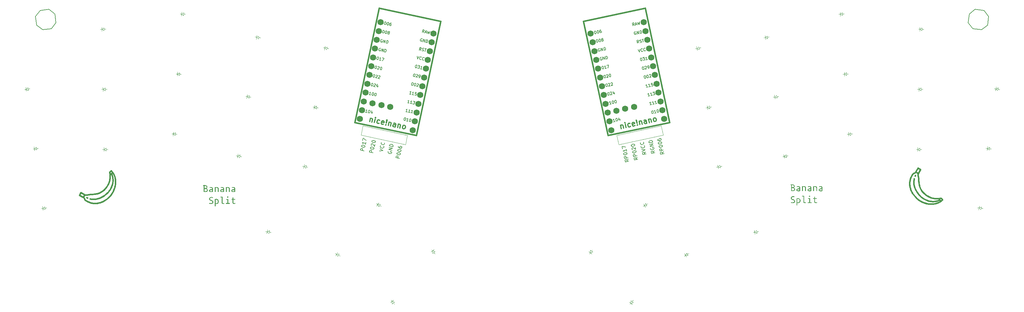
<source format=gbr>
%TF.GenerationSoftware,KiCad,Pcbnew,9.0.2*%
%TF.CreationDate,2025-07-07T14:02:59-04:00*%
%TF.ProjectId,routed_banana_split,726f7574-6564-45f6-9261-6e616e615f73,0.0.1*%
%TF.SameCoordinates,Original*%
%TF.FileFunction,Legend,Top*%
%TF.FilePolarity,Positive*%
%FSLAX46Y46*%
G04 Gerber Fmt 4.6, Leading zero omitted, Abs format (unit mm)*
G04 Created by KiCad (PCBNEW 9.0.2) date 2025-07-07 14:02:59*
%MOMM*%
%LPD*%
G01*
G04 APERTURE LIST*
%ADD10C,0.000000*%
%ADD11C,0.150000*%
%ADD12C,0.300000*%
%ADD13C,0.100000*%
%ADD14C,0.381000*%
%ADD15C,0.120000*%
%ADD16C,1.752600*%
G04 APERTURE END LIST*
D10*
G36*
X99676452Y-148877236D02*
G01*
X99686703Y-148878145D01*
X99696946Y-148879565D01*
X99707164Y-148881501D01*
X99717339Y-148883961D01*
X99727453Y-148886949D01*
X99737488Y-148890472D01*
X99747426Y-148894536D01*
X99757250Y-148899146D01*
X99805870Y-148923120D01*
X99854787Y-148946528D01*
X99903831Y-148969293D01*
X99952835Y-148991337D01*
X99967213Y-148998357D01*
X99980821Y-149006313D01*
X99993639Y-149015147D01*
X100005645Y-149024802D01*
X100016815Y-149035223D01*
X100027129Y-149046353D01*
X100036565Y-149058135D01*
X100045100Y-149070513D01*
X100052714Y-149083430D01*
X100059383Y-149096831D01*
X100065086Y-149110658D01*
X100069801Y-149124855D01*
X100073507Y-149139365D01*
X100076181Y-149154133D01*
X100077801Y-149169101D01*
X100078346Y-149184214D01*
X100078278Y-149189567D01*
X100078073Y-149194928D01*
X100077729Y-149200294D01*
X100077247Y-149205663D01*
X100076624Y-149211033D01*
X100075860Y-149216400D01*
X100074954Y-149221764D01*
X100073905Y-149227120D01*
X100072711Y-149232468D01*
X100071373Y-149237803D01*
X100069888Y-149243125D01*
X100068257Y-149248430D01*
X100066477Y-149253717D01*
X100064548Y-149258982D01*
X100062469Y-149264223D01*
X100060239Y-149269438D01*
X100055597Y-149279246D01*
X100050518Y-149288705D01*
X100045021Y-149297809D01*
X100039123Y-149306550D01*
X100032842Y-149314922D01*
X100026194Y-149322919D01*
X100019198Y-149330533D01*
X100011870Y-149337757D01*
X100004229Y-149344586D01*
X99996292Y-149351012D01*
X99988075Y-149357029D01*
X99979598Y-149362629D01*
X99970877Y-149367807D01*
X99961930Y-149372554D01*
X99952774Y-149376865D01*
X99943427Y-149380733D01*
X99933906Y-149384151D01*
X99924229Y-149387113D01*
X99914413Y-149389611D01*
X99904476Y-149391639D01*
X99894435Y-149393189D01*
X99884308Y-149394256D01*
X99874112Y-149394833D01*
X99863865Y-149394913D01*
X99853583Y-149394488D01*
X99843286Y-149393553D01*
X99832990Y-149392101D01*
X99822712Y-149390125D01*
X99812470Y-149387617D01*
X99802282Y-149384572D01*
X99792166Y-149380983D01*
X99782137Y-149376842D01*
X99728645Y-149352777D01*
X99675105Y-149327926D01*
X99621706Y-149302376D01*
X99568631Y-149276218D01*
X99559051Y-149271119D01*
X99549839Y-149265601D01*
X99541002Y-149259682D01*
X99532546Y-149253379D01*
X99524476Y-149246711D01*
X99516799Y-149239694D01*
X99509520Y-149232347D01*
X99502646Y-149224688D01*
X99496182Y-149216734D01*
X99490134Y-149208504D01*
X99484508Y-149200014D01*
X99479310Y-149191283D01*
X99474547Y-149182328D01*
X99470223Y-149173168D01*
X99466346Y-149163819D01*
X99462920Y-149154301D01*
X99459952Y-149144630D01*
X99457447Y-149134824D01*
X99455413Y-149124902D01*
X99453853Y-149114880D01*
X99452776Y-149104777D01*
X99452185Y-149094611D01*
X99452088Y-149084398D01*
X99452491Y-149074158D01*
X99453398Y-149063908D01*
X99454817Y-149053665D01*
X99456752Y-149043448D01*
X99459211Y-149033273D01*
X99462199Y-149023160D01*
X99465721Y-149013125D01*
X99469785Y-149003187D01*
X99474395Y-148993363D01*
X99479492Y-148983780D01*
X99485008Y-148974567D01*
X99490926Y-148965729D01*
X99497228Y-148957272D01*
X99503895Y-148949202D01*
X99510911Y-148941524D01*
X99518257Y-148934245D01*
X99525916Y-148927371D01*
X99533869Y-148920908D01*
X99542100Y-148914860D01*
X99550590Y-148909236D01*
X99559321Y-148904039D01*
X99568276Y-148899277D01*
X99577436Y-148894954D01*
X99586785Y-148891078D01*
X99596304Y-148887654D01*
X99605976Y-148884687D01*
X99615782Y-148882184D01*
X99625705Y-148880151D01*
X99635727Y-148878593D01*
X99645831Y-148877517D01*
X99655998Y-148876928D01*
X99666211Y-148876833D01*
X99676452Y-148877236D01*
G37*
G36*
X333270000Y-142580000D02*
G01*
X333280250Y-142580907D01*
X333290493Y-142582326D01*
X333300710Y-142584261D01*
X333310885Y-142586720D01*
X333320998Y-142589708D01*
X333331033Y-142593230D01*
X333340971Y-142597294D01*
X333350795Y-142601904D01*
X333360378Y-142607001D01*
X333369591Y-142612517D01*
X333378429Y-142618435D01*
X333386886Y-142624737D01*
X333394956Y-142631404D01*
X333402634Y-142638420D01*
X333409913Y-142645766D01*
X333416787Y-142653425D01*
X333423250Y-142661378D01*
X333429298Y-142669609D01*
X333434922Y-142678099D01*
X333440119Y-142686830D01*
X333444881Y-142695785D01*
X333449204Y-142704945D01*
X333453080Y-142714294D01*
X333456504Y-142723813D01*
X333459471Y-142733485D01*
X333461974Y-142743291D01*
X333464007Y-142753214D01*
X333465565Y-142763236D01*
X333466641Y-142773340D01*
X333467230Y-142783507D01*
X333467325Y-142793720D01*
X333466922Y-142803961D01*
X333466013Y-142814212D01*
X333464593Y-142824455D01*
X333462657Y-142834673D01*
X333460197Y-142844848D01*
X333457209Y-142854962D01*
X333453686Y-142864997D01*
X333449622Y-142874935D01*
X333445012Y-142884759D01*
X333421038Y-142933379D01*
X333397630Y-142982296D01*
X333374865Y-143031340D01*
X333352821Y-143080344D01*
X333345801Y-143094722D01*
X333337845Y-143108330D01*
X333329011Y-143121148D01*
X333319356Y-143133154D01*
X333308935Y-143144324D01*
X333297805Y-143154638D01*
X333286023Y-143164074D01*
X333273645Y-143172609D01*
X333260728Y-143180223D01*
X333247327Y-143186892D01*
X333233500Y-143192595D01*
X333219303Y-143197310D01*
X333204793Y-143201016D01*
X333190025Y-143203690D01*
X333175057Y-143205310D01*
X333159944Y-143205855D01*
X333154591Y-143205787D01*
X333149230Y-143205582D01*
X333143864Y-143205238D01*
X333138495Y-143204756D01*
X333133125Y-143204133D01*
X333127758Y-143203369D01*
X333122394Y-143202463D01*
X333117038Y-143201414D01*
X333111690Y-143200220D01*
X333106355Y-143198882D01*
X333101033Y-143197397D01*
X333095728Y-143195766D01*
X333090441Y-143193986D01*
X333085176Y-143192057D01*
X333079935Y-143189978D01*
X333074720Y-143187748D01*
X333064912Y-143183106D01*
X333055453Y-143178027D01*
X333046349Y-143172530D01*
X333037608Y-143166632D01*
X333029236Y-143160351D01*
X333021239Y-143153703D01*
X333013625Y-143146707D01*
X333006401Y-143139379D01*
X332999572Y-143131738D01*
X332993146Y-143123801D01*
X332987129Y-143115584D01*
X332981529Y-143107107D01*
X332976351Y-143098386D01*
X332971604Y-143089439D01*
X332967293Y-143080283D01*
X332963425Y-143070936D01*
X332960007Y-143061415D01*
X332957045Y-143051738D01*
X332954547Y-143041922D01*
X332952519Y-143031985D01*
X332950969Y-143021944D01*
X332949902Y-143011817D01*
X332949325Y-143001621D01*
X332949245Y-142991374D01*
X332949670Y-142981092D01*
X332950605Y-142970795D01*
X332952057Y-142960499D01*
X332954033Y-142950221D01*
X332956541Y-142939979D01*
X332959586Y-142929791D01*
X332963175Y-142919675D01*
X332967316Y-142909646D01*
X332991381Y-142856154D01*
X333016232Y-142802614D01*
X333041782Y-142749215D01*
X333067940Y-142696140D01*
X333073039Y-142686560D01*
X333078557Y-142677348D01*
X333084476Y-142668511D01*
X333090779Y-142660055D01*
X333097447Y-142651985D01*
X333104464Y-142644308D01*
X333111811Y-142637029D01*
X333119470Y-142630155D01*
X333127424Y-142623691D01*
X333135654Y-142617643D01*
X333144144Y-142612017D01*
X333152875Y-142606819D01*
X333161830Y-142602056D01*
X333170990Y-142597732D01*
X333180339Y-142593855D01*
X333189857Y-142590429D01*
X333199528Y-142587461D01*
X333209334Y-142584956D01*
X333219256Y-142582922D01*
X333229278Y-142581362D01*
X333239381Y-142580285D01*
X333249547Y-142579694D01*
X333259760Y-142579597D01*
X333270000Y-142580000D01*
G37*
G36*
X333924158Y-140527509D02*
G01*
X333934385Y-140528147D01*
X333944610Y-140529290D01*
X333954816Y-140530944D01*
X333964983Y-140533115D01*
X333975095Y-140535807D01*
X333985134Y-140539026D01*
X333995081Y-140542779D01*
X334004919Y-140547069D01*
X334014630Y-140551904D01*
X334767203Y-140950348D01*
X334776325Y-140955466D01*
X334785145Y-140961005D01*
X334793649Y-140966951D01*
X334801825Y-140973289D01*
X334809662Y-140980005D01*
X334817148Y-140987083D01*
X334824270Y-140994511D01*
X334831018Y-141002272D01*
X334837378Y-141010354D01*
X334843339Y-141018740D01*
X334848889Y-141027418D01*
X334854017Y-141036372D01*
X334858709Y-141045587D01*
X334862955Y-141055050D01*
X334866742Y-141064746D01*
X334870059Y-141074661D01*
X334872888Y-141084727D01*
X334875204Y-141094876D01*
X334877011Y-141105089D01*
X334878310Y-141115348D01*
X334879102Y-141125635D01*
X334879389Y-141135930D01*
X334879174Y-141146215D01*
X334878457Y-141156472D01*
X334877240Y-141166682D01*
X334875526Y-141176827D01*
X334873316Y-141186889D01*
X334870612Y-141196848D01*
X334867415Y-141206686D01*
X334863727Y-141216385D01*
X334859551Y-141225926D01*
X334854887Y-141235291D01*
X334251080Y-142375705D01*
X334234835Y-142408442D01*
X334220443Y-142441762D01*
X334207907Y-142475590D01*
X334197234Y-142509849D01*
X334188427Y-142544465D01*
X334181491Y-142579361D01*
X334176430Y-142614464D01*
X334173250Y-142649696D01*
X334171955Y-142684982D01*
X334172550Y-142720248D01*
X334175039Y-142755417D01*
X334179428Y-142790415D01*
X334185720Y-142825164D01*
X334193920Y-142859591D01*
X334204033Y-142893620D01*
X334216064Y-142927174D01*
X334228320Y-142959532D01*
X334239919Y-142992124D01*
X334250854Y-143024922D01*
X334261116Y-143057897D01*
X334270695Y-143091021D01*
X334279583Y-143124264D01*
X334287772Y-143157597D01*
X334295253Y-143190992D01*
X334297738Y-143203204D01*
X334299948Y-143215239D01*
X334303617Y-143238757D01*
X334306402Y-143261496D01*
X334308446Y-143283408D01*
X334309891Y-143304442D01*
X334310880Y-143324551D01*
X334312058Y-143361793D01*
X334312836Y-143387461D01*
X334313358Y-143399146D01*
X334313683Y-143404597D01*
X334314063Y-143409749D01*
X334341741Y-143753810D01*
X334389060Y-144325212D01*
X334415496Y-144597167D01*
X334445915Y-144860828D01*
X334481913Y-145116845D01*
X334525088Y-145365872D01*
X334577039Y-145608558D01*
X334639363Y-145845557D01*
X334713658Y-146077519D01*
X334801522Y-146305097D01*
X334904552Y-146528942D01*
X335024346Y-146749706D01*
X335162503Y-146968040D01*
X335320619Y-147184596D01*
X335500293Y-147400027D01*
X335703123Y-147614983D01*
X335922333Y-147823642D01*
X336147784Y-148017521D01*
X336379252Y-148196537D01*
X336616509Y-148360605D01*
X336859331Y-148509642D01*
X337107492Y-148643564D01*
X337360765Y-148762287D01*
X337618925Y-148865728D01*
X337881746Y-148953804D01*
X338149002Y-149026429D01*
X338420468Y-149083521D01*
X338695917Y-149124995D01*
X338975124Y-149150769D01*
X339257863Y-149160758D01*
X339543908Y-149154879D01*
X339833033Y-149133048D01*
X339911377Y-149124347D01*
X339989554Y-149114328D01*
X340067495Y-149103004D01*
X340145135Y-149090386D01*
X340222405Y-149076486D01*
X340299239Y-149061316D01*
X340375570Y-149044888D01*
X340451330Y-149027214D01*
X340465901Y-149024227D01*
X340480514Y-149022283D01*
X340495120Y-149021369D01*
X340509668Y-149021466D01*
X340524109Y-149022561D01*
X340538395Y-149024636D01*
X340552476Y-149027675D01*
X340566302Y-149031663D01*
X340579824Y-149036584D01*
X340592993Y-149042421D01*
X340605759Y-149049159D01*
X340618072Y-149056782D01*
X340629885Y-149065273D01*
X340641146Y-149074617D01*
X340651807Y-149084798D01*
X340661818Y-149095799D01*
X341033598Y-149534490D01*
X341040025Y-149542454D01*
X341046006Y-149550638D01*
X341051543Y-149559028D01*
X341056637Y-149567607D01*
X341061288Y-149576358D01*
X341065496Y-149585267D01*
X341069263Y-149594316D01*
X341072589Y-149603492D01*
X341075475Y-149612776D01*
X341077922Y-149622154D01*
X341079929Y-149631609D01*
X341081498Y-149641126D01*
X341082629Y-149650688D01*
X341083323Y-149660281D01*
X341083581Y-149669887D01*
X341083404Y-149679491D01*
X341082791Y-149689077D01*
X341081744Y-149698629D01*
X341080263Y-149708132D01*
X341078349Y-149717568D01*
X341076002Y-149726923D01*
X341073224Y-149736181D01*
X341070015Y-149745325D01*
X341066375Y-149754339D01*
X341062305Y-149763209D01*
X341057806Y-149771917D01*
X341052879Y-149780447D01*
X341047523Y-149788785D01*
X341041741Y-149796914D01*
X341035532Y-149804818D01*
X341028897Y-149812481D01*
X341021836Y-149819888D01*
X340955384Y-149884965D01*
X340887440Y-149948775D01*
X340818068Y-150011267D01*
X340747331Y-150072389D01*
X340675292Y-150132087D01*
X340602014Y-150190312D01*
X340527559Y-150247011D01*
X340451991Y-150302131D01*
X340362301Y-150364229D01*
X340270655Y-150423937D01*
X340177074Y-150481244D01*
X340081581Y-150536141D01*
X339984200Y-150588618D01*
X339884952Y-150638666D01*
X339783860Y-150686275D01*
X339680947Y-150731435D01*
X339576235Y-150774136D01*
X339469748Y-150814370D01*
X339361507Y-150852125D01*
X339251535Y-150887393D01*
X339139855Y-150920165D01*
X339026490Y-150950429D01*
X338911462Y-150978177D01*
X338794793Y-151003399D01*
X338662807Y-151028531D01*
X338529762Y-151050317D01*
X338395699Y-151068755D01*
X338260661Y-151083844D01*
X338124691Y-151095582D01*
X337987832Y-151103968D01*
X337850126Y-151109001D01*
X337711616Y-151110679D01*
X337611777Y-151109816D01*
X337511559Y-151107226D01*
X337410976Y-151102908D01*
X337310044Y-151096864D01*
X337208777Y-151089092D01*
X337107189Y-151079592D01*
X337005295Y-151068364D01*
X336903109Y-151055407D01*
X336650112Y-151016039D01*
X336399702Y-150966739D01*
X336152221Y-150907673D01*
X335908007Y-150839006D01*
X335667400Y-150760905D01*
X335430742Y-150673534D01*
X335198370Y-150577060D01*
X334970626Y-150471648D01*
X334747849Y-150357464D01*
X334530379Y-150234674D01*
X334318557Y-150103443D01*
X334112721Y-149963938D01*
X333913212Y-149816323D01*
X333720370Y-149660766D01*
X333534534Y-149497430D01*
X333356046Y-149326483D01*
X332972032Y-148916512D01*
X332629699Y-148497007D01*
X332329230Y-148069216D01*
X332194754Y-147852603D01*
X332070812Y-147634386D01*
X331957430Y-147414720D01*
X331854630Y-147193762D01*
X331762434Y-146971668D01*
X331680867Y-146748593D01*
X331609951Y-146524693D01*
X331549709Y-146300124D01*
X331500165Y-146075042D01*
X331461341Y-145849603D01*
X331433261Y-145623963D01*
X331415948Y-145398277D01*
X331409746Y-145183831D01*
X331837993Y-145183831D01*
X331844902Y-145392041D01*
X331861789Y-145600414D01*
X331888632Y-145808807D01*
X331925408Y-146017076D01*
X331972097Y-146225077D01*
X332028676Y-146432666D01*
X332095122Y-146639699D01*
X332171414Y-146846032D01*
X332257531Y-147051521D01*
X332353449Y-147256022D01*
X332459148Y-147459392D01*
X332574604Y-147661486D01*
X332699797Y-147862160D01*
X332834703Y-148061270D01*
X332979302Y-148258673D01*
X333297487Y-148647781D01*
X333654177Y-149028330D01*
X333862257Y-149225290D01*
X334080234Y-149410383D01*
X334307293Y-149583492D01*
X334542618Y-149744501D01*
X334785394Y-149893296D01*
X335034805Y-150029761D01*
X335290035Y-150153780D01*
X335550269Y-150265237D01*
X335814691Y-150364017D01*
X336082486Y-150450003D01*
X336352838Y-150523082D01*
X336624931Y-150583136D01*
X336897951Y-150630051D01*
X337171080Y-150663710D01*
X337443504Y-150683998D01*
X337714407Y-150690799D01*
X337873324Y-150688431D01*
X338031257Y-150681295D01*
X338188038Y-150669369D01*
X338343500Y-150652627D01*
X338497476Y-150631046D01*
X338649800Y-150604603D01*
X338800303Y-150573275D01*
X338948820Y-150537036D01*
X339095182Y-150495865D01*
X339239224Y-150449736D01*
X339380778Y-150398626D01*
X339519677Y-150342513D01*
X339655753Y-150281371D01*
X339788841Y-150215177D01*
X339918773Y-150143908D01*
X340045381Y-150067540D01*
X340012887Y-150013652D01*
X339903050Y-150058283D01*
X339792337Y-150100075D01*
X339680789Y-150139023D01*
X339568448Y-150175121D01*
X339455356Y-150208364D01*
X339341553Y-150238747D01*
X339227083Y-150266263D01*
X339111985Y-150290907D01*
X338996303Y-150312673D01*
X338880077Y-150331556D01*
X338763350Y-150347549D01*
X338646162Y-150360648D01*
X338528556Y-150370847D01*
X338410573Y-150378140D01*
X338292255Y-150382522D01*
X338173644Y-150383986D01*
X338057800Y-150382600D01*
X337941766Y-150378438D01*
X337825577Y-150371496D01*
X337709265Y-150361770D01*
X337592866Y-150349256D01*
X337476415Y-150333948D01*
X337359945Y-150315844D01*
X337243491Y-150294937D01*
X337052718Y-150254528D01*
X336863834Y-150206807D01*
X336676987Y-150151854D01*
X336492329Y-150089752D01*
X336310009Y-150020581D01*
X336130178Y-149944422D01*
X335952985Y-149861356D01*
X335778580Y-149771464D01*
X335607115Y-149674827D01*
X335438738Y-149571526D01*
X335273600Y-149461641D01*
X335111852Y-149345256D01*
X334953642Y-149222449D01*
X334799122Y-149093302D01*
X334648442Y-148957896D01*
X334501751Y-148816312D01*
X334216366Y-148517169D01*
X333953210Y-148212931D01*
X333712457Y-147904088D01*
X333494279Y-147591131D01*
X333298849Y-147274550D01*
X333126338Y-146954838D01*
X332976920Y-146632485D01*
X332850767Y-146307982D01*
X332748052Y-145981820D01*
X332668947Y-145654489D01*
X332613625Y-145326482D01*
X332582259Y-144998288D01*
X332575020Y-144670399D01*
X332592082Y-144343307D01*
X332633617Y-144017500D01*
X332699797Y-143693472D01*
X332702629Y-143682994D01*
X332705952Y-143672782D01*
X332709749Y-143662845D01*
X332714005Y-143653194D01*
X332718703Y-143643838D01*
X332723828Y-143634787D01*
X332729364Y-143626051D01*
X332735295Y-143617639D01*
X332741604Y-143609561D01*
X332748276Y-143601827D01*
X332755295Y-143594447D01*
X332762644Y-143587431D01*
X332770308Y-143580787D01*
X332778271Y-143574527D01*
X332786517Y-143568659D01*
X332795029Y-143563194D01*
X332803792Y-143558141D01*
X332812790Y-143553509D01*
X332822007Y-143549310D01*
X332831427Y-143545552D01*
X332841033Y-143542245D01*
X332850810Y-143539400D01*
X332860742Y-143537025D01*
X332870813Y-143535130D01*
X332881006Y-143533726D01*
X332891307Y-143532822D01*
X332901698Y-143532428D01*
X332912165Y-143532553D01*
X332922690Y-143533207D01*
X332933258Y-143534400D01*
X332943853Y-143536143D01*
X332954458Y-143538443D01*
X332964936Y-143541275D01*
X332975149Y-143544598D01*
X332985085Y-143548395D01*
X332994736Y-143552650D01*
X333004091Y-143557349D01*
X333013142Y-143562474D01*
X333021877Y-143568010D01*
X333030289Y-143573940D01*
X333038366Y-143580250D01*
X333046099Y-143586922D01*
X333053479Y-143593940D01*
X333060495Y-143601290D01*
X333067137Y-143608954D01*
X333073397Y-143616917D01*
X333079264Y-143625162D01*
X333084729Y-143633675D01*
X333089782Y-143642438D01*
X333094413Y-143651436D01*
X333098612Y-143660652D01*
X333102369Y-143670072D01*
X333105676Y-143679678D01*
X333108522Y-143689456D01*
X333110897Y-143699387D01*
X333112791Y-143709458D01*
X333114196Y-143719652D01*
X333115101Y-143729952D01*
X333115496Y-143740344D01*
X333115372Y-143750810D01*
X333114719Y-143761335D01*
X333113527Y-143771903D01*
X333111786Y-143782498D01*
X333109487Y-143793104D01*
X333049192Y-144089387D01*
X333011779Y-144387654D01*
X332997087Y-144687452D01*
X333004952Y-144988328D01*
X333035213Y-145289829D01*
X333087709Y-145591503D01*
X333162277Y-145892898D01*
X333258754Y-146193560D01*
X333376980Y-146493037D01*
X333516792Y-146790876D01*
X333678029Y-147086624D01*
X333860527Y-147379829D01*
X334064126Y-147670037D01*
X334288663Y-147956798D01*
X334533976Y-148239656D01*
X334799903Y-148518160D01*
X334980329Y-148690297D01*
X335166601Y-148851908D01*
X335358325Y-149002913D01*
X335555108Y-149143234D01*
X335756555Y-149272788D01*
X335962274Y-149391498D01*
X336171871Y-149499282D01*
X336384953Y-149596062D01*
X336601126Y-149681756D01*
X336819996Y-149756285D01*
X337041171Y-149819569D01*
X337264256Y-149871529D01*
X337488859Y-149912083D01*
X337714585Y-149941153D01*
X337941042Y-149958658D01*
X338167835Y-149964519D01*
X338271051Y-149963307D01*
X338374213Y-149959652D01*
X338477286Y-149953547D01*
X338580233Y-149944986D01*
X338683018Y-149933962D01*
X338785605Y-149920469D01*
X338887957Y-149904500D01*
X338990039Y-149886048D01*
X339091814Y-149865108D01*
X339193246Y-149841673D01*
X339294298Y-149815737D01*
X339394935Y-149787292D01*
X339495120Y-149756332D01*
X339594817Y-149722852D01*
X339693989Y-149686843D01*
X339792601Y-149648301D01*
X339750102Y-149577835D01*
X339742144Y-149564648D01*
X339598743Y-149574179D01*
X339455865Y-149580039D01*
X339313537Y-149582231D01*
X339171786Y-149580759D01*
X339030639Y-149575625D01*
X338890122Y-149566833D01*
X338750264Y-149554386D01*
X338611091Y-149538288D01*
X338472630Y-149518541D01*
X338414283Y-149508631D01*
X340200720Y-149508631D01*
X340340701Y-149740761D01*
X340389194Y-149821149D01*
X340438746Y-149780818D01*
X340487645Y-149739741D01*
X340535874Y-149697939D01*
X340583414Y-149655433D01*
X340423010Y-149466153D01*
X340367759Y-149477679D01*
X340312276Y-149488601D01*
X340256588Y-149498918D01*
X340200720Y-149508631D01*
X338414283Y-149508631D01*
X338334908Y-149495149D01*
X338197951Y-149468114D01*
X338061788Y-149437441D01*
X337926444Y-149403132D01*
X337791947Y-149365190D01*
X337658324Y-149323620D01*
X337525601Y-149278423D01*
X337380560Y-149224463D01*
X337237050Y-149166234D01*
X337095099Y-149103753D01*
X336954738Y-149037040D01*
X336815995Y-148966113D01*
X336678899Y-148890991D01*
X336543479Y-148811692D01*
X336409765Y-148728236D01*
X336277785Y-148640640D01*
X336147568Y-148548923D01*
X336019144Y-148453105D01*
X335892542Y-148353203D01*
X335767790Y-148249236D01*
X335644918Y-148141224D01*
X335523955Y-148029184D01*
X335404929Y-147913135D01*
X335182643Y-147677389D01*
X334985716Y-147440926D01*
X334812415Y-147203268D01*
X334661009Y-146963936D01*
X334529765Y-146722451D01*
X334416952Y-146478334D01*
X334320835Y-146231107D01*
X334239685Y-145980290D01*
X334171767Y-145725405D01*
X334115351Y-145465974D01*
X334068703Y-145201517D01*
X334030091Y-144931555D01*
X333970048Y-144373204D01*
X333921364Y-143787090D01*
X333893810Y-143444393D01*
X333893100Y-143435058D01*
X333892509Y-143425852D01*
X333891617Y-143407794D01*
X333890999Y-143390150D01*
X333890524Y-143372853D01*
X333889759Y-143347056D01*
X333889246Y-143334791D01*
X333888563Y-143322920D01*
X333887648Y-143311425D01*
X333886440Y-143300284D01*
X333884876Y-143289479D01*
X333883942Y-143284195D01*
X333882896Y-143278988D01*
X333877270Y-143253884D01*
X333871108Y-143228818D01*
X333864416Y-143203810D01*
X333857203Y-143178883D01*
X333849474Y-143154057D01*
X333841236Y-143129355D01*
X333832497Y-143104797D01*
X333823262Y-143080406D01*
X333807404Y-143037033D01*
X333793493Y-142993182D01*
X333781525Y-142948913D01*
X333771497Y-142904288D01*
X333763405Y-142859365D01*
X333757244Y-142814207D01*
X333753013Y-142768874D01*
X333750706Y-142723426D01*
X333750320Y-142677923D01*
X333751851Y-142632427D01*
X333755297Y-142586997D01*
X333760652Y-142541695D01*
X333767914Y-142496581D01*
X333777079Y-142451716D01*
X333788143Y-142407160D01*
X333801103Y-142362973D01*
X333393397Y-142113769D01*
X333370041Y-142138143D01*
X333345764Y-142161627D01*
X333320596Y-142184199D01*
X333294564Y-142205835D01*
X333267699Y-142226516D01*
X333240028Y-142246218D01*
X333211582Y-142264921D01*
X333182387Y-142282601D01*
X333152475Y-142299237D01*
X333121873Y-142314807D01*
X333090610Y-142329289D01*
X333058715Y-142342661D01*
X333026217Y-142354902D01*
X332993146Y-142365989D01*
X332959529Y-142375901D01*
X332925396Y-142384615D01*
X332910586Y-142388343D01*
X332895156Y-142392750D01*
X332879198Y-142397893D01*
X332862805Y-142403830D01*
X332846072Y-142410615D01*
X332829091Y-142418307D01*
X332811955Y-142426961D01*
X332794758Y-142436635D01*
X332777593Y-142447384D01*
X332760553Y-142459265D01*
X332743732Y-142472336D01*
X332727222Y-142486652D01*
X332711118Y-142502270D01*
X332695511Y-142519247D01*
X332680497Y-142537639D01*
X332673240Y-142547384D01*
X332666167Y-142557503D01*
X332541362Y-142750485D01*
X332426822Y-142945502D01*
X332322523Y-143142410D01*
X332228444Y-143341065D01*
X332144563Y-143541323D01*
X332070857Y-143743040D01*
X332007306Y-143946073D01*
X331953886Y-144150277D01*
X331910575Y-144355509D01*
X331877353Y-144561624D01*
X331854197Y-144768479D01*
X331841084Y-144975929D01*
X331837993Y-145183831D01*
X331409746Y-145183831D01*
X331409424Y-145172701D01*
X331413714Y-144947392D01*
X331428840Y-144722505D01*
X331454825Y-144498195D01*
X331491692Y-144274620D01*
X331539465Y-144051934D01*
X331598167Y-143830294D01*
X331667820Y-143609855D01*
X331748448Y-143390773D01*
X331840075Y-143173204D01*
X331942722Y-142957304D01*
X332056413Y-142743229D01*
X332181172Y-142531135D01*
X332317021Y-142321177D01*
X332340055Y-142288802D01*
X332364412Y-142257765D01*
X332390066Y-142228083D01*
X332416986Y-142199776D01*
X332445146Y-142172862D01*
X332474518Y-142147362D01*
X332505072Y-142123294D01*
X332536782Y-142100677D01*
X332569619Y-142079530D01*
X332603555Y-142059872D01*
X332638562Y-142041722D01*
X332674612Y-142025100D01*
X332711676Y-142010024D01*
X332749728Y-141996513D01*
X332788738Y-141984587D01*
X332828678Y-141974264D01*
X332854848Y-141967394D01*
X332880415Y-141959280D01*
X332905336Y-141949955D01*
X332929567Y-141939451D01*
X332953063Y-141927801D01*
X332975782Y-141915039D01*
X332997678Y-141901197D01*
X333018708Y-141886308D01*
X333038827Y-141870405D01*
X333057992Y-141853522D01*
X333076159Y-141835691D01*
X333093284Y-141816945D01*
X333109322Y-141797317D01*
X333124229Y-141776841D01*
X333137935Y-141755590D01*
X333615853Y-141755590D01*
X333836180Y-141890259D01*
X333983376Y-141980237D01*
X334383598Y-141224316D01*
X334003653Y-141023150D01*
X333615853Y-141755590D01*
X333137935Y-141755590D01*
X333137963Y-141755548D01*
X333150477Y-141733473D01*
X333729666Y-140639567D01*
X333734987Y-140630110D01*
X333740719Y-140621031D01*
X333746843Y-140612335D01*
X333753342Y-140604029D01*
X333760198Y-140596117D01*
X333767392Y-140588606D01*
X333774907Y-140581500D01*
X333782725Y-140574806D01*
X333790829Y-140568529D01*
X333799199Y-140562674D01*
X333807818Y-140557247D01*
X333816669Y-140552253D01*
X333825733Y-140547699D01*
X333834992Y-140543589D01*
X333844428Y-140539928D01*
X333854025Y-140536724D01*
X333863762Y-140533980D01*
X333873624Y-140531703D01*
X333883591Y-140529898D01*
X333893646Y-140528570D01*
X333903771Y-140527726D01*
X333913947Y-140527370D01*
X333924158Y-140527509D01*
G37*
G36*
X106551982Y-141260754D02*
G01*
X106561568Y-141261367D01*
X106571120Y-141262414D01*
X106580623Y-141263895D01*
X106590059Y-141265809D01*
X106599414Y-141268156D01*
X106608672Y-141270934D01*
X106617816Y-141274143D01*
X106626830Y-141277783D01*
X106635700Y-141281853D01*
X106644408Y-141286352D01*
X106652938Y-141291279D01*
X106661276Y-141296635D01*
X106669405Y-141302417D01*
X106677309Y-141308626D01*
X106684972Y-141315261D01*
X106692379Y-141322322D01*
X106757456Y-141388774D01*
X106821266Y-141456718D01*
X106883758Y-141526090D01*
X106944880Y-141596827D01*
X107004578Y-141668866D01*
X107062803Y-141742144D01*
X107119502Y-141816599D01*
X107174622Y-141892167D01*
X107236720Y-141981857D01*
X107296428Y-142073503D01*
X107353735Y-142167084D01*
X107408632Y-142262577D01*
X107461109Y-142359958D01*
X107511157Y-142459206D01*
X107558766Y-142560298D01*
X107603926Y-142663211D01*
X107646627Y-142767923D01*
X107686861Y-142874410D01*
X107724616Y-142982651D01*
X107759884Y-143092623D01*
X107792656Y-143204303D01*
X107822920Y-143317668D01*
X107850668Y-143432696D01*
X107875890Y-143549365D01*
X107901022Y-143681351D01*
X107922808Y-143814396D01*
X107941246Y-143948459D01*
X107956335Y-144083497D01*
X107968073Y-144219467D01*
X107976459Y-144356326D01*
X107981492Y-144494032D01*
X107983170Y-144632542D01*
X107982307Y-144732381D01*
X107979717Y-144832599D01*
X107975399Y-144933182D01*
X107969355Y-145034114D01*
X107961583Y-145135381D01*
X107952083Y-145236969D01*
X107940855Y-145338863D01*
X107927898Y-145441049D01*
X107888530Y-145694046D01*
X107839230Y-145944456D01*
X107780164Y-146191937D01*
X107711497Y-146436151D01*
X107633396Y-146676758D01*
X107546025Y-146913416D01*
X107449551Y-147145788D01*
X107344139Y-147373532D01*
X107229955Y-147596309D01*
X107107165Y-147813779D01*
X106975934Y-148025601D01*
X106836429Y-148231437D01*
X106688814Y-148430946D01*
X106533257Y-148623788D01*
X106369921Y-148809624D01*
X106198974Y-148988112D01*
X105789003Y-149372126D01*
X105369498Y-149714459D01*
X104941707Y-150014928D01*
X104725094Y-150149404D01*
X104506877Y-150273346D01*
X104287211Y-150386728D01*
X104066253Y-150489528D01*
X103844159Y-150581724D01*
X103621084Y-150663291D01*
X103397184Y-150734207D01*
X103172615Y-150794449D01*
X102947533Y-150843993D01*
X102722094Y-150882817D01*
X102496454Y-150910897D01*
X102270768Y-150928210D01*
X102056322Y-150934412D01*
X102045192Y-150934734D01*
X101819883Y-150930444D01*
X101594996Y-150915318D01*
X101370686Y-150889333D01*
X101147111Y-150852466D01*
X100924425Y-150804693D01*
X100702785Y-150745991D01*
X100482346Y-150676338D01*
X100263264Y-150595710D01*
X100045695Y-150504083D01*
X99829795Y-150401436D01*
X99615720Y-150287745D01*
X99403626Y-150162986D01*
X99193668Y-150027137D01*
X99161293Y-150004103D01*
X99130256Y-149979746D01*
X99100574Y-149954092D01*
X99072267Y-149927172D01*
X99045353Y-149899012D01*
X99019853Y-149869640D01*
X98995785Y-149839086D01*
X98973168Y-149807376D01*
X98952021Y-149774539D01*
X98932363Y-149740603D01*
X98914213Y-149705596D01*
X98897591Y-149669546D01*
X98882515Y-149632482D01*
X98869004Y-149594430D01*
X98857078Y-149555420D01*
X98846755Y-149515480D01*
X98839885Y-149489310D01*
X98831771Y-149463743D01*
X98822446Y-149438822D01*
X98811942Y-149414591D01*
X98800292Y-149391095D01*
X98787530Y-149368376D01*
X98773688Y-149346480D01*
X98758799Y-149325450D01*
X98742896Y-149305331D01*
X98726013Y-149286166D01*
X98708182Y-149267999D01*
X98689436Y-149250874D01*
X98669808Y-149234836D01*
X98649332Y-149219929D01*
X98628081Y-149206223D01*
X98628039Y-149206195D01*
X98605964Y-149193681D01*
X98147164Y-148950761D01*
X98986260Y-148950761D01*
X99010634Y-148974117D01*
X99034118Y-148998394D01*
X99056690Y-149023562D01*
X99078326Y-149049594D01*
X99099007Y-149076459D01*
X99118709Y-149104130D01*
X99137412Y-149132576D01*
X99155092Y-149161771D01*
X99171728Y-149191683D01*
X99187298Y-149222285D01*
X99201780Y-149253548D01*
X99215152Y-149285443D01*
X99227393Y-149317941D01*
X99238480Y-149351012D01*
X99248392Y-149384629D01*
X99257106Y-149418762D01*
X99260834Y-149433572D01*
X99265241Y-149449002D01*
X99270384Y-149464960D01*
X99276321Y-149481353D01*
X99283106Y-149498086D01*
X99290798Y-149515067D01*
X99299452Y-149532203D01*
X99309126Y-149549400D01*
X99319875Y-149566565D01*
X99331756Y-149583605D01*
X99344827Y-149600426D01*
X99359143Y-149616936D01*
X99374761Y-149633040D01*
X99391738Y-149648647D01*
X99410130Y-149663661D01*
X99419875Y-149670918D01*
X99429994Y-149677991D01*
X99622976Y-149802796D01*
X99817993Y-149917336D01*
X100014901Y-150021635D01*
X100213556Y-150115714D01*
X100413814Y-150199595D01*
X100615531Y-150273301D01*
X100818564Y-150336852D01*
X101022768Y-150390272D01*
X101228000Y-150433583D01*
X101434115Y-150466805D01*
X101640970Y-150489961D01*
X101848420Y-150503074D01*
X102056322Y-150506165D01*
X102264532Y-150499256D01*
X102472905Y-150482369D01*
X102681298Y-150455526D01*
X102889567Y-150418750D01*
X103097568Y-150372061D01*
X103305157Y-150315482D01*
X103512190Y-150249036D01*
X103718523Y-150172744D01*
X103924012Y-150086627D01*
X104128513Y-149990709D01*
X104331883Y-149885010D01*
X104533977Y-149769554D01*
X104734651Y-149644361D01*
X104933761Y-149509455D01*
X105131164Y-149364856D01*
X105520272Y-149046671D01*
X105900821Y-148689981D01*
X106097781Y-148481901D01*
X106282874Y-148263924D01*
X106455983Y-148036865D01*
X106616992Y-147801540D01*
X106765787Y-147558764D01*
X106902252Y-147309353D01*
X107026271Y-147054123D01*
X107137728Y-146793889D01*
X107236508Y-146529467D01*
X107322494Y-146261672D01*
X107395573Y-145991320D01*
X107455627Y-145719227D01*
X107502542Y-145446207D01*
X107536201Y-145173078D01*
X107556489Y-144900654D01*
X107563290Y-144629751D01*
X107560922Y-144470834D01*
X107553786Y-144312901D01*
X107541860Y-144156120D01*
X107525118Y-144000658D01*
X107503537Y-143846682D01*
X107477094Y-143694358D01*
X107445766Y-143543855D01*
X107409527Y-143395338D01*
X107368356Y-143248976D01*
X107322227Y-143104934D01*
X107271117Y-142963380D01*
X107215004Y-142824481D01*
X107153862Y-142688405D01*
X107087668Y-142555317D01*
X107016399Y-142425385D01*
X106940031Y-142298777D01*
X106886143Y-142331271D01*
X106930774Y-142441108D01*
X106972566Y-142551821D01*
X107011514Y-142663369D01*
X107047612Y-142775710D01*
X107080855Y-142888802D01*
X107111238Y-143002605D01*
X107138754Y-143117075D01*
X107163398Y-143232173D01*
X107185164Y-143347855D01*
X107204047Y-143464081D01*
X107220040Y-143580808D01*
X107233139Y-143697996D01*
X107243338Y-143815602D01*
X107250631Y-143933585D01*
X107255013Y-144051903D01*
X107256477Y-144170514D01*
X107255091Y-144286358D01*
X107250929Y-144402392D01*
X107243987Y-144518581D01*
X107234261Y-144634893D01*
X107221747Y-144751292D01*
X107206439Y-144867743D01*
X107188335Y-144984213D01*
X107167428Y-145100667D01*
X107127019Y-145291440D01*
X107079298Y-145480324D01*
X107024345Y-145667171D01*
X106962243Y-145851829D01*
X106893072Y-146034149D01*
X106816913Y-146213980D01*
X106733847Y-146391173D01*
X106643955Y-146565578D01*
X106547318Y-146737043D01*
X106444017Y-146905420D01*
X106334132Y-147070558D01*
X106217747Y-147232306D01*
X106094940Y-147390516D01*
X105965793Y-147545036D01*
X105830387Y-147695716D01*
X105688803Y-147842407D01*
X105389660Y-148127792D01*
X105085422Y-148390948D01*
X104776579Y-148631701D01*
X104463622Y-148849879D01*
X104147041Y-149045309D01*
X103827329Y-149217820D01*
X103504976Y-149367238D01*
X103180473Y-149493391D01*
X102854311Y-149596106D01*
X102526980Y-149675211D01*
X102198973Y-149730533D01*
X101870779Y-149761899D01*
X101542890Y-149769138D01*
X101215798Y-149752076D01*
X100889991Y-149710541D01*
X100565963Y-149644361D01*
X100555485Y-149641529D01*
X100545273Y-149638206D01*
X100535336Y-149634409D01*
X100525685Y-149630153D01*
X100516329Y-149625455D01*
X100507278Y-149620330D01*
X100498542Y-149614794D01*
X100490130Y-149608863D01*
X100482052Y-149602554D01*
X100474318Y-149595882D01*
X100466938Y-149588863D01*
X100459922Y-149581514D01*
X100453278Y-149573850D01*
X100447018Y-149565887D01*
X100441150Y-149557641D01*
X100435685Y-149549129D01*
X100430632Y-149540366D01*
X100426000Y-149531368D01*
X100421801Y-149522151D01*
X100418043Y-149512731D01*
X100414736Y-149503125D01*
X100411891Y-149493348D01*
X100409516Y-149483416D01*
X100407621Y-149473345D01*
X100406217Y-149463152D01*
X100405313Y-149452851D01*
X100404919Y-149442460D01*
X100405044Y-149431993D01*
X100405698Y-149421468D01*
X100406891Y-149410900D01*
X100408634Y-149400305D01*
X100410934Y-149389700D01*
X100413766Y-149379222D01*
X100417089Y-149369009D01*
X100420886Y-149359073D01*
X100425141Y-149349422D01*
X100429840Y-149340067D01*
X100434965Y-149331016D01*
X100440501Y-149322281D01*
X100446431Y-149313869D01*
X100452741Y-149305792D01*
X100459413Y-149298059D01*
X100466431Y-149290679D01*
X100473781Y-149283663D01*
X100481445Y-149277021D01*
X100489408Y-149270761D01*
X100497653Y-149264894D01*
X100506166Y-149259429D01*
X100514929Y-149254376D01*
X100523927Y-149249745D01*
X100533143Y-149245546D01*
X100542563Y-149241789D01*
X100552169Y-149238482D01*
X100561947Y-149235636D01*
X100571878Y-149233261D01*
X100581949Y-149231367D01*
X100592143Y-149229962D01*
X100602443Y-149229057D01*
X100612835Y-149228662D01*
X100623301Y-149228786D01*
X100633826Y-149229439D01*
X100644394Y-149230631D01*
X100654989Y-149232372D01*
X100665595Y-149234671D01*
X100961878Y-149294966D01*
X101260145Y-149332379D01*
X101559943Y-149347071D01*
X101860819Y-149339206D01*
X102162320Y-149308945D01*
X102463994Y-149256449D01*
X102765389Y-149181881D01*
X103066051Y-149085404D01*
X103365528Y-148967178D01*
X103663367Y-148827366D01*
X103959115Y-148666129D01*
X104252320Y-148483631D01*
X104542528Y-148280032D01*
X104829289Y-148055495D01*
X105112147Y-147810182D01*
X105390651Y-147544255D01*
X105562788Y-147363829D01*
X105724399Y-147177557D01*
X105875404Y-146985833D01*
X106015725Y-146789050D01*
X106145279Y-146587603D01*
X106263989Y-146381884D01*
X106371773Y-146172287D01*
X106468553Y-145959205D01*
X106554247Y-145743032D01*
X106628776Y-145524162D01*
X106692060Y-145302987D01*
X106744020Y-145079902D01*
X106784574Y-144855299D01*
X106813644Y-144629573D01*
X106831149Y-144403116D01*
X106837010Y-144176323D01*
X106835798Y-144073107D01*
X106832143Y-143969945D01*
X106826038Y-143866872D01*
X106817477Y-143763925D01*
X106806453Y-143661140D01*
X106792960Y-143558553D01*
X106776991Y-143456201D01*
X106758539Y-143354119D01*
X106737599Y-143252344D01*
X106714164Y-143150912D01*
X106688228Y-143049860D01*
X106659783Y-142949223D01*
X106628823Y-142849038D01*
X106595343Y-142749341D01*
X106559334Y-142650169D01*
X106520792Y-142551557D01*
X106450326Y-142594056D01*
X106437139Y-142602014D01*
X106446670Y-142745415D01*
X106452530Y-142888293D01*
X106454722Y-143030621D01*
X106453250Y-143172372D01*
X106448116Y-143313519D01*
X106439324Y-143454036D01*
X106426877Y-143593894D01*
X106410779Y-143733067D01*
X106391032Y-143871528D01*
X106381122Y-143929875D01*
X106367640Y-144009250D01*
X106340605Y-144146207D01*
X106309932Y-144282370D01*
X106275623Y-144417714D01*
X106237681Y-144552211D01*
X106196111Y-144685834D01*
X106150914Y-144818557D01*
X106096954Y-144963598D01*
X106038725Y-145107108D01*
X105976244Y-145249059D01*
X105909531Y-145389420D01*
X105838604Y-145528163D01*
X105763482Y-145665259D01*
X105684183Y-145800679D01*
X105600727Y-145934393D01*
X105513131Y-146066373D01*
X105421414Y-146196590D01*
X105325596Y-146325014D01*
X105225694Y-146451616D01*
X105121727Y-146576368D01*
X105013715Y-146699240D01*
X104901675Y-146820203D01*
X104785626Y-146939229D01*
X104549880Y-147161515D01*
X104313417Y-147358442D01*
X104075759Y-147531743D01*
X103836427Y-147683149D01*
X103594942Y-147814393D01*
X103350825Y-147927206D01*
X103103598Y-148023323D01*
X102852781Y-148104473D01*
X102597896Y-148172391D01*
X102338465Y-148228807D01*
X102074008Y-148275455D01*
X101804046Y-148314067D01*
X101245695Y-148374110D01*
X100659581Y-148422794D01*
X100316884Y-148450348D01*
X100307549Y-148451058D01*
X100298343Y-148451649D01*
X100280285Y-148452541D01*
X100262641Y-148453159D01*
X100245344Y-148453634D01*
X100219547Y-148454399D01*
X100207282Y-148454912D01*
X100195411Y-148455595D01*
X100183916Y-148456510D01*
X100172775Y-148457718D01*
X100161970Y-148459282D01*
X100156686Y-148460216D01*
X100151479Y-148461262D01*
X100126375Y-148466888D01*
X100101309Y-148473050D01*
X100076301Y-148479742D01*
X100051374Y-148486955D01*
X100026548Y-148494684D01*
X100001846Y-148502922D01*
X99977288Y-148511661D01*
X99952897Y-148520896D01*
X99909524Y-148536754D01*
X99865673Y-148550665D01*
X99821404Y-148562633D01*
X99776779Y-148572661D01*
X99731856Y-148580753D01*
X99686698Y-148586914D01*
X99641365Y-148591145D01*
X99595917Y-148593452D01*
X99550414Y-148593838D01*
X99504918Y-148592307D01*
X99459488Y-148588861D01*
X99414186Y-148583506D01*
X99369072Y-148576244D01*
X99324207Y-148567079D01*
X99279651Y-148556015D01*
X99235464Y-148543055D01*
X98986260Y-148950761D01*
X98147164Y-148950761D01*
X97512058Y-148614492D01*
X97502601Y-148609171D01*
X97493522Y-148603439D01*
X97484826Y-148597315D01*
X97476520Y-148590816D01*
X97468608Y-148583960D01*
X97461097Y-148576766D01*
X97453991Y-148569251D01*
X97447297Y-148561433D01*
X97441020Y-148553329D01*
X97435165Y-148544959D01*
X97429738Y-148536340D01*
X97424744Y-148527489D01*
X97420190Y-148518425D01*
X97416080Y-148509166D01*
X97412419Y-148499730D01*
X97409215Y-148490133D01*
X97406471Y-148480396D01*
X97404194Y-148470534D01*
X97402389Y-148460567D01*
X97401061Y-148450512D01*
X97400217Y-148440387D01*
X97399861Y-148430211D01*
X97400000Y-148420000D01*
X97400638Y-148409773D01*
X97401781Y-148399548D01*
X97403435Y-148389342D01*
X97405606Y-148379175D01*
X97408298Y-148369063D01*
X97411517Y-148359024D01*
X97415270Y-148349077D01*
X97419008Y-148340505D01*
X97895641Y-148340505D01*
X98628081Y-148728305D01*
X98762750Y-148507978D01*
X98852728Y-148360782D01*
X98096807Y-147960560D01*
X97895641Y-148340505D01*
X97419008Y-148340505D01*
X97419560Y-148339239D01*
X97424395Y-148329528D01*
X97822839Y-147576955D01*
X97827957Y-147567833D01*
X97833496Y-147559013D01*
X97839442Y-147550509D01*
X97845780Y-147542333D01*
X97852496Y-147534496D01*
X97859574Y-147527010D01*
X97867002Y-147519888D01*
X97874763Y-147513140D01*
X97882845Y-147506780D01*
X97891231Y-147500819D01*
X97899909Y-147495269D01*
X97908863Y-147490141D01*
X97918078Y-147485449D01*
X97927541Y-147481203D01*
X97937237Y-147477416D01*
X97947152Y-147474099D01*
X97957218Y-147471270D01*
X97967367Y-147468954D01*
X97977580Y-147467147D01*
X97987839Y-147465848D01*
X97998126Y-147465056D01*
X98008421Y-147464769D01*
X98018706Y-147464984D01*
X98028963Y-147465701D01*
X98039173Y-147466918D01*
X98049318Y-147468632D01*
X98059380Y-147470842D01*
X98069339Y-147473546D01*
X98079177Y-147476743D01*
X98088876Y-147480431D01*
X98098417Y-147484607D01*
X98107782Y-147489271D01*
X99248196Y-148093078D01*
X99280933Y-148109323D01*
X99314253Y-148123715D01*
X99348081Y-148136251D01*
X99382340Y-148146924D01*
X99416956Y-148155731D01*
X99451852Y-148162667D01*
X99486955Y-148167728D01*
X99522187Y-148170908D01*
X99557473Y-148172203D01*
X99592739Y-148171608D01*
X99627908Y-148169119D01*
X99662906Y-148164730D01*
X99697655Y-148158438D01*
X99732082Y-148150238D01*
X99766111Y-148140125D01*
X99799665Y-148128094D01*
X99832023Y-148115838D01*
X99864615Y-148104239D01*
X99897413Y-148093304D01*
X99930388Y-148083042D01*
X99963512Y-148073463D01*
X99996755Y-148064575D01*
X100030088Y-148056386D01*
X100063483Y-148048905D01*
X100075695Y-148046420D01*
X100087730Y-148044210D01*
X100111248Y-148040541D01*
X100133987Y-148037756D01*
X100155899Y-148035712D01*
X100176933Y-148034267D01*
X100197042Y-148033278D01*
X100234284Y-148032100D01*
X100259952Y-148031322D01*
X100271637Y-148030800D01*
X100277088Y-148030475D01*
X100282240Y-148030095D01*
X100626301Y-148002417D01*
X101197703Y-147955098D01*
X101469658Y-147928662D01*
X101733319Y-147898243D01*
X101989336Y-147862245D01*
X102238363Y-147819070D01*
X102481049Y-147767119D01*
X102718048Y-147704795D01*
X102950010Y-147630500D01*
X103177588Y-147542636D01*
X103401433Y-147439606D01*
X103622197Y-147319812D01*
X103840531Y-147181655D01*
X104057087Y-147023539D01*
X104272518Y-146843865D01*
X104487474Y-146641035D01*
X104696133Y-146421825D01*
X104890012Y-146196374D01*
X105069028Y-145964906D01*
X105233096Y-145727649D01*
X105382133Y-145484827D01*
X105516055Y-145236666D01*
X105634778Y-144983393D01*
X105738219Y-144725233D01*
X105826295Y-144462412D01*
X105898920Y-144195156D01*
X105956012Y-143923690D01*
X105997486Y-143648241D01*
X106023260Y-143369034D01*
X106033249Y-143086295D01*
X106027370Y-142800250D01*
X106005539Y-142511125D01*
X105996838Y-142432781D01*
X105986819Y-142354604D01*
X105975495Y-142276663D01*
X105962877Y-142199023D01*
X105948977Y-142121753D01*
X105933807Y-142044919D01*
X105917379Y-141968588D01*
X105906312Y-141921148D01*
X106338644Y-141921148D01*
X106350170Y-141976399D01*
X106361092Y-142031882D01*
X106371409Y-142087570D01*
X106381122Y-142143438D01*
X106613252Y-142003457D01*
X106693640Y-141954964D01*
X106653309Y-141905412D01*
X106612232Y-141856513D01*
X106570430Y-141808284D01*
X106527924Y-141760744D01*
X106338644Y-141921148D01*
X105906312Y-141921148D01*
X105899705Y-141892828D01*
X105896718Y-141878257D01*
X105894774Y-141863644D01*
X105893860Y-141849038D01*
X105893957Y-141834490D01*
X105895052Y-141820049D01*
X105897127Y-141805763D01*
X105900166Y-141791682D01*
X105904154Y-141777856D01*
X105909075Y-141764334D01*
X105914912Y-141751165D01*
X105921650Y-141738399D01*
X105929273Y-141726086D01*
X105937764Y-141714273D01*
X105947108Y-141703012D01*
X105957289Y-141692351D01*
X105968290Y-141682340D01*
X106406981Y-141310560D01*
X106414945Y-141304133D01*
X106423129Y-141298152D01*
X106431519Y-141292615D01*
X106440098Y-141287521D01*
X106448849Y-141282870D01*
X106457758Y-141278662D01*
X106466807Y-141274895D01*
X106475983Y-141271569D01*
X106485267Y-141268683D01*
X106494645Y-141266236D01*
X106504100Y-141264229D01*
X106513617Y-141262660D01*
X106523179Y-141261529D01*
X106532772Y-141260835D01*
X106542378Y-141260577D01*
X106551982Y-141260754D01*
G37*
D11*
G36*
X298696195Y-145324725D02*
G01*
X298812040Y-145349094D01*
X298908492Y-145387065D01*
X298996917Y-145440986D01*
X299065263Y-145501969D01*
X299116343Y-145570247D01*
X299153963Y-145647163D01*
X299176047Y-145725136D01*
X299183387Y-145805331D01*
X299175268Y-145892592D01*
X299151221Y-145974164D01*
X299110847Y-146051528D01*
X299057756Y-146121339D01*
X298999113Y-146176364D01*
X298934504Y-146218224D01*
X299037929Y-146266975D01*
X299124245Y-146330163D01*
X299195600Y-146408367D01*
X299249983Y-146498758D01*
X299281960Y-146593292D01*
X299292686Y-146694009D01*
X299283822Y-146784640D01*
X299257239Y-146871656D01*
X299211964Y-146956570D01*
X299151643Y-147031657D01*
X299074126Y-147097684D01*
X298976880Y-147154895D01*
X298871378Y-147195535D01*
X298750605Y-147221040D01*
X298611859Y-147230000D01*
X298237313Y-147230000D01*
X298198489Y-147221977D01*
X298176947Y-147200435D01*
X298168925Y-147161612D01*
X298168925Y-147019462D01*
X298401322Y-147019462D01*
X298611859Y-147019462D01*
X298755673Y-147006743D01*
X298870268Y-146971591D01*
X298966857Y-146914416D01*
X299031591Y-146845806D01*
X299071867Y-146764698D01*
X299084958Y-146680331D01*
X299071871Y-146596069D01*
X299031591Y-146514979D01*
X298966905Y-146446090D01*
X298870268Y-146387850D01*
X298755589Y-146351695D01*
X298611859Y-146338635D01*
X298401322Y-146338635D01*
X298401322Y-147019462D01*
X298168925Y-147019462D01*
X298168925Y-146128098D01*
X298401322Y-146128098D01*
X298557149Y-146128098D01*
X298685966Y-146117466D01*
X298787022Y-146088354D01*
X298866116Y-146043346D01*
X298929777Y-145980383D01*
X298966054Y-145911129D01*
X298978224Y-145832686D01*
X298967221Y-145758359D01*
X298933161Y-145685041D01*
X298877680Y-145622078D01*
X298793698Y-145568904D01*
X298692123Y-145535935D01*
X298557149Y-145523719D01*
X298401322Y-145523719D01*
X298401322Y-146128098D01*
X298168925Y-146128098D01*
X298168925Y-145523719D01*
X298065000Y-145523719D01*
X298026176Y-145515697D01*
X298004634Y-145494155D01*
X297996612Y-145455331D01*
X297996612Y-145384256D01*
X298004628Y-145345514D01*
X298026164Y-145324005D01*
X298065000Y-145315990D01*
X298557149Y-145315990D01*
X298696195Y-145324725D01*
G37*
G36*
X300341256Y-145839154D02*
G01*
X300449973Y-145864472D01*
X300538151Y-145903659D01*
X300609399Y-145955785D01*
X300665731Y-146022592D01*
X300708258Y-146108601D01*
X300736016Y-146218345D01*
X300746175Y-146357686D01*
X300746175Y-147150743D01*
X300738573Y-147188717D01*
X300717685Y-147212223D01*
X300680474Y-147224504D01*
X300422174Y-147250085D01*
X300240226Y-147257355D01*
X300122604Y-147250937D01*
X300020792Y-147232769D01*
X299932602Y-147204110D01*
X299850182Y-147162603D01*
X299785937Y-147114692D01*
X299737086Y-147060495D01*
X299700329Y-146997799D01*
X299678736Y-146932625D01*
X299671789Y-146866322D01*
X299906713Y-146866322D01*
X299915931Y-146914369D01*
X299944337Y-146957931D01*
X299996838Y-146998946D01*
X300059498Y-147026608D01*
X300144133Y-147045296D01*
X300256713Y-147052313D01*
X300513656Y-147035826D01*
X300513656Y-146677644D01*
X300248531Y-146677644D01*
X300139857Y-146684771D01*
X300057353Y-146703858D01*
X299995495Y-146732355D01*
X299943829Y-146774092D01*
X299915805Y-146818108D01*
X299906713Y-146866322D01*
X299671789Y-146866322D01*
X299671507Y-146863635D01*
X299678741Y-146794568D01*
X299700338Y-146729396D01*
X299737086Y-146666775D01*
X299785946Y-146612557D01*
X299850599Y-146564192D01*
X299933946Y-146521817D01*
X300023112Y-146492450D01*
X300127150Y-146473744D01*
X300248531Y-146467107D01*
X300513656Y-146467107D01*
X300513656Y-146357686D01*
X300501976Y-146246706D01*
X300470955Y-146168006D01*
X300423408Y-146113077D01*
X300359192Y-146075111D01*
X300272152Y-146049942D01*
X300155474Y-146040537D01*
X300040788Y-146046989D01*
X299906713Y-146067892D01*
X299884853Y-146070579D01*
X299854563Y-146064587D01*
X299835330Y-146048046D01*
X299824647Y-146018677D01*
X299816465Y-145944794D01*
X299816465Y-145928429D01*
X299819801Y-145903205D01*
X299828677Y-145886053D01*
X299843833Y-145873906D01*
X299868367Y-145865537D01*
X300044549Y-145838624D01*
X300207498Y-145830000D01*
X300341256Y-145839154D01*
G37*
G36*
X301264337Y-145942107D02*
G01*
X301271408Y-145906963D01*
X301291384Y-145883152D01*
X301327229Y-145868224D01*
X301549636Y-145843903D01*
X301792145Y-145835495D01*
X301948773Y-145845252D01*
X302070426Y-145871633D01*
X302163955Y-145911330D01*
X302234958Y-145962623D01*
X302290506Y-146029937D01*
X302333094Y-146119266D01*
X302361296Y-146236203D01*
X302371734Y-146387850D01*
X302371734Y-147161612D01*
X302363720Y-147200447D01*
X302342211Y-147221983D01*
X302303468Y-147230000D01*
X302207725Y-147230000D01*
X302168901Y-147221977D01*
X302147359Y-147200435D01*
X302139337Y-147161612D01*
X302139337Y-146387850D01*
X302128570Y-146262309D01*
X302100761Y-146176600D01*
X302060080Y-146119794D01*
X302001961Y-146080401D01*
X301916007Y-146053558D01*
X301792145Y-146043224D01*
X301496734Y-146054214D01*
X301496734Y-147161612D01*
X301488720Y-147200447D01*
X301467211Y-147221983D01*
X301428468Y-147230000D01*
X301332725Y-147230000D01*
X301293901Y-147221977D01*
X301272359Y-147200435D01*
X301264337Y-147161612D01*
X301264337Y-145942107D01*
G37*
G36*
X303483196Y-145839154D02*
G01*
X303591913Y-145864472D01*
X303680091Y-145903659D01*
X303751339Y-145955785D01*
X303807671Y-146022592D01*
X303850198Y-146108601D01*
X303877956Y-146218345D01*
X303888115Y-146357686D01*
X303888115Y-147150743D01*
X303880513Y-147188717D01*
X303859625Y-147212223D01*
X303822414Y-147224504D01*
X303564114Y-147250085D01*
X303382166Y-147257355D01*
X303264544Y-147250937D01*
X303162732Y-147232769D01*
X303074542Y-147204110D01*
X302992122Y-147162603D01*
X302927877Y-147114692D01*
X302879026Y-147060495D01*
X302842269Y-146997799D01*
X302820676Y-146932625D01*
X302813729Y-146866322D01*
X303048653Y-146866322D01*
X303057871Y-146914369D01*
X303086277Y-146957931D01*
X303138778Y-146998946D01*
X303201438Y-147026608D01*
X303286073Y-147045296D01*
X303398653Y-147052313D01*
X303655596Y-147035826D01*
X303655596Y-146677644D01*
X303390471Y-146677644D01*
X303281797Y-146684771D01*
X303199292Y-146703858D01*
X303137435Y-146732355D01*
X303085769Y-146774092D01*
X303057745Y-146818108D01*
X303048653Y-146866322D01*
X302813729Y-146866322D01*
X302813447Y-146863635D01*
X302820681Y-146794568D01*
X302842278Y-146729396D01*
X302879026Y-146666775D01*
X302927886Y-146612557D01*
X302992539Y-146564192D01*
X303075886Y-146521817D01*
X303165052Y-146492450D01*
X303269090Y-146473744D01*
X303390471Y-146467107D01*
X303655596Y-146467107D01*
X303655596Y-146357686D01*
X303643916Y-146246706D01*
X303612895Y-146168006D01*
X303565348Y-146113077D01*
X303501132Y-146075111D01*
X303414092Y-146049942D01*
X303297414Y-146040537D01*
X303182728Y-146046989D01*
X303048653Y-146067892D01*
X303026793Y-146070579D01*
X302996503Y-146064587D01*
X302977270Y-146048046D01*
X302966587Y-146018677D01*
X302958405Y-145944794D01*
X302958405Y-145928429D01*
X302961741Y-145903205D01*
X302970617Y-145886053D01*
X302985773Y-145873906D01*
X303010307Y-145865537D01*
X303186489Y-145838624D01*
X303349438Y-145830000D01*
X303483196Y-145839154D01*
G37*
G36*
X304406277Y-145942107D02*
G01*
X304413348Y-145906963D01*
X304433324Y-145883152D01*
X304469169Y-145868224D01*
X304691576Y-145843903D01*
X304934085Y-145835495D01*
X305090713Y-145845252D01*
X305212366Y-145871633D01*
X305305895Y-145911330D01*
X305376898Y-145962623D01*
X305432446Y-146029937D01*
X305475034Y-146119266D01*
X305503236Y-146236203D01*
X305513674Y-146387850D01*
X305513674Y-147161612D01*
X305505659Y-147200447D01*
X305484151Y-147221983D01*
X305445408Y-147230000D01*
X305349665Y-147230000D01*
X305310841Y-147221977D01*
X305289299Y-147200435D01*
X305281277Y-147161612D01*
X305281277Y-146387850D01*
X305270510Y-146262309D01*
X305242701Y-146176600D01*
X305202020Y-146119794D01*
X305143901Y-146080401D01*
X305057947Y-146053558D01*
X304934085Y-146043224D01*
X304638674Y-146054214D01*
X304638674Y-147161612D01*
X304630659Y-147200447D01*
X304609151Y-147221983D01*
X304570408Y-147230000D01*
X304474665Y-147230000D01*
X304435841Y-147221977D01*
X304414299Y-147200435D01*
X304406277Y-147161612D01*
X304406277Y-145942107D01*
G37*
G36*
X306625136Y-145839154D02*
G01*
X306733853Y-145864472D01*
X306822031Y-145903659D01*
X306893279Y-145955785D01*
X306949611Y-146022592D01*
X306992138Y-146108601D01*
X307019896Y-146218345D01*
X307030055Y-146357686D01*
X307030055Y-147150743D01*
X307022453Y-147188717D01*
X307001565Y-147212223D01*
X306964354Y-147224504D01*
X306706054Y-147250085D01*
X306524106Y-147257355D01*
X306406484Y-147250937D01*
X306304672Y-147232769D01*
X306216482Y-147204110D01*
X306134062Y-147162603D01*
X306069817Y-147114692D01*
X306020966Y-147060495D01*
X305984209Y-146997799D01*
X305962616Y-146932625D01*
X305955669Y-146866322D01*
X306190593Y-146866322D01*
X306199811Y-146914369D01*
X306228217Y-146957931D01*
X306280718Y-146998946D01*
X306343378Y-147026608D01*
X306428013Y-147045296D01*
X306540593Y-147052313D01*
X306797536Y-147035826D01*
X306797536Y-146677644D01*
X306532411Y-146677644D01*
X306423737Y-146684771D01*
X306341232Y-146703858D01*
X306279375Y-146732355D01*
X306227709Y-146774092D01*
X306199685Y-146818108D01*
X306190593Y-146866322D01*
X305955669Y-146866322D01*
X305955387Y-146863635D01*
X305962621Y-146794568D01*
X305984218Y-146729396D01*
X306020966Y-146666775D01*
X306069826Y-146612557D01*
X306134479Y-146564192D01*
X306217826Y-146521817D01*
X306306992Y-146492450D01*
X306411030Y-146473744D01*
X306532411Y-146467107D01*
X306797536Y-146467107D01*
X306797536Y-146357686D01*
X306785856Y-146246706D01*
X306754835Y-146168006D01*
X306707288Y-146113077D01*
X306643072Y-146075111D01*
X306556032Y-146049942D01*
X306439354Y-146040537D01*
X306324668Y-146046989D01*
X306190593Y-146067892D01*
X306168733Y-146070579D01*
X306138443Y-146064587D01*
X306119210Y-146048046D01*
X306108527Y-146018677D01*
X306100345Y-145944794D01*
X306100345Y-145928429D01*
X306103681Y-145903205D01*
X306112557Y-145886053D01*
X306127713Y-145873906D01*
X306152247Y-145865537D01*
X306328429Y-145838624D01*
X306491378Y-145830000D01*
X306625136Y-145839154D01*
G37*
G36*
X299142355Y-148881032D02*
G01*
X299119711Y-148914436D01*
X299087644Y-148924752D01*
X299057602Y-148919256D01*
X298891049Y-148870885D01*
X298754009Y-148856364D01*
X298645442Y-148865987D01*
X298551123Y-148893591D01*
X298468367Y-148938429D01*
X298401287Y-149000475D01*
X298362610Y-149072191D01*
X298349420Y-149157149D01*
X298358715Y-149228606D01*
X298386738Y-149295872D01*
X298435516Y-149360847D01*
X298498211Y-149413295D01*
X298580978Y-149456058D01*
X298688429Y-149488098D01*
X298837854Y-149528180D01*
X298960597Y-149578025D01*
X299060561Y-149636414D01*
X299141011Y-149702787D01*
X299209922Y-149783680D01*
X299257546Y-149868680D01*
X299285899Y-149959100D01*
X299295495Y-150056817D01*
X299284188Y-150164572D01*
X299251045Y-150261712D01*
X299195600Y-150350764D01*
X299122949Y-150427973D01*
X299034783Y-150493516D01*
X298929009Y-150547623D01*
X298816084Y-150586189D01*
X298697994Y-150609476D01*
X298573635Y-150617355D01*
X298471942Y-150612313D01*
X298365785Y-150596838D01*
X298261770Y-150570948D01*
X298166116Y-150535289D01*
X298132922Y-150512220D01*
X298122397Y-150477892D01*
X298130579Y-150445041D01*
X298157934Y-150379462D01*
X298181080Y-150346257D01*
X298215331Y-150335743D01*
X298245495Y-150341116D01*
X298322432Y-150366966D01*
X298413534Y-150386301D01*
X298587313Y-150401322D01*
X298717787Y-150390708D01*
X298828678Y-150360628D01*
X298923513Y-150312540D01*
X298984821Y-150262560D01*
X299026679Y-150206537D01*
X299051683Y-150143279D01*
X299060289Y-150070495D01*
X299049688Y-149994345D01*
X299017747Y-149923575D01*
X298961859Y-149855928D01*
X298890912Y-149802250D01*
X298794568Y-149756589D01*
X298666570Y-149720495D01*
X298525726Y-149681612D01*
X298411970Y-149632858D01*
X298321056Y-149575488D01*
X298249525Y-149509958D01*
X298173635Y-149403481D01*
X298129188Y-149289678D01*
X298114214Y-149165331D01*
X298124544Y-149059015D01*
X298154284Y-148966572D01*
X298202997Y-148885184D01*
X298267907Y-148814586D01*
X298345749Y-148755945D01*
X298438203Y-148708841D01*
X298537306Y-148675657D01*
X298642228Y-148655494D01*
X298754009Y-148648635D01*
X298848340Y-148653258D01*
X298952334Y-148667808D01*
X299053590Y-148691722D01*
X299136859Y-148722397D01*
X299166802Y-148745106D01*
X299175205Y-148768925D01*
X299166901Y-148807149D01*
X299142355Y-148881032D01*
G37*
G36*
X300277744Y-149207020D02*
G01*
X300402333Y-149240187D01*
X300513035Y-149294031D01*
X300612086Y-149369152D01*
X300690478Y-149461415D01*
X300749094Y-149577804D01*
X300786995Y-149723752D01*
X300800764Y-149906364D01*
X300786997Y-150088972D01*
X300749099Y-150234945D01*
X300690482Y-150351377D01*
X300612086Y-150443698D01*
X300513035Y-150518819D01*
X300402333Y-150572663D01*
X300277744Y-150605830D01*
X300136301Y-150617355D01*
X300034398Y-150612023D01*
X299925764Y-150595495D01*
X299925764Y-151205247D01*
X299917750Y-151244082D01*
X299896241Y-151265619D01*
X299857498Y-151273635D01*
X299761755Y-151273635D01*
X299722931Y-151265613D01*
X299701389Y-151244071D01*
X299693367Y-151205247D01*
X299693367Y-149433387D01*
X299925764Y-149433387D01*
X299925764Y-150395826D01*
X300029124Y-150410634D01*
X300109068Y-150415000D01*
X300241257Y-150401144D01*
X300349839Y-150362045D01*
X300439895Y-150298862D01*
X300490880Y-150237271D01*
X300530048Y-150155094D01*
X300556042Y-150047032D01*
X300565680Y-149906364D01*
X300556852Y-149772727D01*
X300532906Y-149668513D01*
X300496659Y-149587929D01*
X300449420Y-149526322D01*
X300365339Y-149462272D01*
X300262740Y-149422751D01*
X300136301Y-149408719D01*
X300032450Y-149414806D01*
X299925764Y-149433387D01*
X299693367Y-149433387D01*
X299693367Y-149332149D01*
X299702371Y-149297090D01*
X299728904Y-149274752D01*
X299862010Y-149230629D01*
X299997459Y-149204302D01*
X300136301Y-149195495D01*
X300277744Y-149207020D01*
G37*
G36*
X302382725Y-150505247D02*
G01*
X302388220Y-150535289D01*
X302375977Y-150570005D01*
X302336196Y-150590000D01*
X302221596Y-150610333D01*
X302095617Y-150617355D01*
X301977621Y-150609455D01*
X301884586Y-150587915D01*
X301811709Y-150555104D01*
X301755143Y-150512086D01*
X301710814Y-150456610D01*
X301677207Y-150385369D01*
X301655231Y-150294662D01*
X301647187Y-150179794D01*
X301647187Y-148747065D01*
X301340907Y-148747065D01*
X301302083Y-148739043D01*
X301280541Y-148717501D01*
X301272519Y-148678677D01*
X301272519Y-148607602D01*
X301280541Y-148568779D01*
X301302083Y-148547237D01*
X301340907Y-148539214D01*
X301811196Y-148539214D01*
X301850020Y-148547237D01*
X301871562Y-148568779D01*
X301879584Y-148607602D01*
X301879584Y-150179794D01*
X301886113Y-150260819D01*
X301902962Y-150316416D01*
X301927456Y-150353450D01*
X301963067Y-150379680D01*
X302016869Y-150398279D01*
X302095617Y-150406817D01*
X302191409Y-150401788D01*
X302273304Y-150387644D01*
X302295163Y-150384958D01*
X302334251Y-150396816D01*
X302360865Y-150434173D01*
X302382725Y-150505247D01*
G37*
G36*
X303436877Y-148511859D02*
G01*
X303475700Y-148519882D01*
X303497242Y-148541424D01*
X303505265Y-148580247D01*
X303505265Y-148760743D01*
X303497248Y-148799485D01*
X303475712Y-148820994D01*
X303436877Y-148829009D01*
X303259190Y-148829009D01*
X303220355Y-148820994D01*
X303198818Y-148799485D01*
X303190802Y-148760743D01*
X303190802Y-148580247D01*
X303198824Y-148541424D01*
X303220366Y-148519882D01*
X303259190Y-148511859D01*
X303436877Y-148511859D01*
G37*
G36*
X302835307Y-150447850D02*
G01*
X302843329Y-150409027D01*
X302864871Y-150387485D01*
X302903695Y-150379462D01*
X303272868Y-150379462D01*
X303272868Y-149430579D01*
X302993942Y-149430579D01*
X302955107Y-149422565D01*
X302933571Y-149401056D01*
X302925554Y-149362313D01*
X302925554Y-149291116D01*
X302933571Y-149252373D01*
X302955107Y-149230864D01*
X302993942Y-149222850D01*
X303436877Y-149222850D01*
X303475712Y-149230864D01*
X303497248Y-149252373D01*
X303505265Y-149291116D01*
X303505265Y-150379462D01*
X303874438Y-150379462D01*
X303913181Y-150387479D01*
X303934689Y-150409015D01*
X303942704Y-150447850D01*
X303942704Y-150521612D01*
X303934689Y-150560447D01*
X303913181Y-150581983D01*
X303874438Y-150590000D01*
X302903695Y-150590000D01*
X302864871Y-150581977D01*
X302843329Y-150560435D01*
X302835307Y-150521612D01*
X302835307Y-150447850D01*
G37*
G36*
X305505491Y-150475205D02*
G01*
X305513674Y-150507934D01*
X305502901Y-150539782D01*
X305467267Y-150562644D01*
X305317426Y-150604213D01*
X305180160Y-150617355D01*
X305072810Y-150608114D01*
X304978862Y-150581550D01*
X304895850Y-150538372D01*
X304821978Y-150477892D01*
X304765065Y-150404686D01*
X304721608Y-150309704D01*
X304693022Y-150187713D01*
X304682515Y-150032149D01*
X304682515Y-149430579D01*
X304474665Y-149430579D01*
X304435829Y-149422565D01*
X304414293Y-149401056D01*
X304406277Y-149362313D01*
X304406277Y-149291116D01*
X304414293Y-149252373D01*
X304435829Y-149230864D01*
X304474665Y-149222850D01*
X304682515Y-149222850D01*
X304682515Y-148853677D01*
X304690529Y-148814842D01*
X304712038Y-148793306D01*
X304750781Y-148785289D01*
X304846524Y-148785289D01*
X304885348Y-148793312D01*
X304906890Y-148814853D01*
X304914912Y-148853677D01*
X304914912Y-149222850D01*
X305363342Y-149222850D01*
X305402177Y-149230864D01*
X305423714Y-149252373D01*
X305431730Y-149291116D01*
X305431730Y-149362313D01*
X305423714Y-149401056D01*
X305402177Y-149422565D01*
X305363342Y-149430579D01*
X304914912Y-149430579D01*
X304914912Y-150032149D01*
X304924499Y-150170264D01*
X304948832Y-150262675D01*
X304983178Y-150322065D01*
X305033961Y-150366655D01*
X305098229Y-150394159D01*
X305180160Y-150404009D01*
X305280841Y-150394664D01*
X305385202Y-150365785D01*
X305418053Y-150360289D01*
X305450600Y-150370537D01*
X305475450Y-150404009D01*
X305505491Y-150475205D01*
G37*
G36*
X133150376Y-145554725D02*
G01*
X133266221Y-145579094D01*
X133362673Y-145617065D01*
X133451098Y-145670986D01*
X133519444Y-145731969D01*
X133570524Y-145800247D01*
X133608144Y-145877163D01*
X133630228Y-145955136D01*
X133637568Y-146035331D01*
X133629449Y-146122592D01*
X133605402Y-146204164D01*
X133565028Y-146281528D01*
X133511937Y-146351339D01*
X133453294Y-146406364D01*
X133388685Y-146448224D01*
X133492110Y-146496975D01*
X133578426Y-146560163D01*
X133649781Y-146638367D01*
X133704164Y-146728758D01*
X133736141Y-146823292D01*
X133746867Y-146924009D01*
X133738003Y-147014640D01*
X133711420Y-147101656D01*
X133666145Y-147186570D01*
X133605824Y-147261657D01*
X133528307Y-147327684D01*
X133431061Y-147384895D01*
X133325559Y-147425535D01*
X133204786Y-147451040D01*
X133066040Y-147460000D01*
X132691494Y-147460000D01*
X132652670Y-147451977D01*
X132631128Y-147430435D01*
X132623106Y-147391612D01*
X132623106Y-147249462D01*
X132855503Y-147249462D01*
X133066040Y-147249462D01*
X133209854Y-147236743D01*
X133324449Y-147201591D01*
X133421038Y-147144416D01*
X133485772Y-147075806D01*
X133526048Y-146994698D01*
X133539139Y-146910331D01*
X133526052Y-146826069D01*
X133485772Y-146744979D01*
X133421086Y-146676090D01*
X133324449Y-146617850D01*
X133209770Y-146581695D01*
X133066040Y-146568635D01*
X132855503Y-146568635D01*
X132855503Y-147249462D01*
X132623106Y-147249462D01*
X132623106Y-146358098D01*
X132855503Y-146358098D01*
X133011330Y-146358098D01*
X133140147Y-146347466D01*
X133241203Y-146318354D01*
X133320297Y-146273346D01*
X133383958Y-146210383D01*
X133420235Y-146141129D01*
X133432405Y-146062686D01*
X133421402Y-145988359D01*
X133387342Y-145915041D01*
X133331861Y-145852078D01*
X133247879Y-145798904D01*
X133146304Y-145765935D01*
X133011330Y-145753719D01*
X132855503Y-145753719D01*
X132855503Y-146358098D01*
X132623106Y-146358098D01*
X132623106Y-145753719D01*
X132519181Y-145753719D01*
X132480357Y-145745697D01*
X132458815Y-145724155D01*
X132450793Y-145685331D01*
X132450793Y-145614256D01*
X132458809Y-145575514D01*
X132480345Y-145554005D01*
X132519181Y-145545990D01*
X133011330Y-145545990D01*
X133150376Y-145554725D01*
G37*
G36*
X134795437Y-146069154D02*
G01*
X134904154Y-146094472D01*
X134992332Y-146133659D01*
X135063580Y-146185785D01*
X135119912Y-146252592D01*
X135162439Y-146338601D01*
X135190197Y-146448345D01*
X135200356Y-146587686D01*
X135200356Y-147380743D01*
X135192754Y-147418717D01*
X135171866Y-147442223D01*
X135134655Y-147454504D01*
X134876355Y-147480085D01*
X134694407Y-147487355D01*
X134576785Y-147480937D01*
X134474973Y-147462769D01*
X134386783Y-147434110D01*
X134304363Y-147392603D01*
X134240118Y-147344692D01*
X134191267Y-147290495D01*
X134154510Y-147227799D01*
X134132917Y-147162625D01*
X134125970Y-147096322D01*
X134360894Y-147096322D01*
X134370112Y-147144369D01*
X134398518Y-147187931D01*
X134451019Y-147228946D01*
X134513679Y-147256608D01*
X134598314Y-147275296D01*
X134710894Y-147282313D01*
X134967837Y-147265826D01*
X134967837Y-146907644D01*
X134702712Y-146907644D01*
X134594038Y-146914771D01*
X134511534Y-146933858D01*
X134449676Y-146962355D01*
X134398010Y-147004092D01*
X134369986Y-147048108D01*
X134360894Y-147096322D01*
X134125970Y-147096322D01*
X134125688Y-147093635D01*
X134132922Y-147024568D01*
X134154519Y-146959396D01*
X134191267Y-146896775D01*
X134240127Y-146842557D01*
X134304780Y-146794192D01*
X134388127Y-146751817D01*
X134477293Y-146722450D01*
X134581331Y-146703744D01*
X134702712Y-146697107D01*
X134967837Y-146697107D01*
X134967837Y-146587686D01*
X134956157Y-146476706D01*
X134925136Y-146398006D01*
X134877589Y-146343077D01*
X134813373Y-146305111D01*
X134726333Y-146279942D01*
X134609655Y-146270537D01*
X134494969Y-146276989D01*
X134360894Y-146297892D01*
X134339034Y-146300579D01*
X134308744Y-146294587D01*
X134289511Y-146278046D01*
X134278828Y-146248677D01*
X134270646Y-146174794D01*
X134270646Y-146158429D01*
X134273982Y-146133205D01*
X134282858Y-146116053D01*
X134298014Y-146103906D01*
X134322548Y-146095537D01*
X134498730Y-146068624D01*
X134661679Y-146060000D01*
X134795437Y-146069154D01*
G37*
G36*
X135718518Y-146172107D02*
G01*
X135725589Y-146136963D01*
X135745565Y-146113152D01*
X135781410Y-146098224D01*
X136003817Y-146073903D01*
X136246326Y-146065495D01*
X136402954Y-146075252D01*
X136524607Y-146101633D01*
X136618136Y-146141330D01*
X136689139Y-146192623D01*
X136744687Y-146259937D01*
X136787275Y-146349266D01*
X136815477Y-146466203D01*
X136825915Y-146617850D01*
X136825915Y-147391612D01*
X136817901Y-147430447D01*
X136796392Y-147451983D01*
X136757649Y-147460000D01*
X136661906Y-147460000D01*
X136623082Y-147451977D01*
X136601540Y-147430435D01*
X136593518Y-147391612D01*
X136593518Y-146617850D01*
X136582751Y-146492309D01*
X136554942Y-146406600D01*
X136514261Y-146349794D01*
X136456142Y-146310401D01*
X136370188Y-146283558D01*
X136246326Y-146273224D01*
X135950915Y-146284214D01*
X135950915Y-147391612D01*
X135942901Y-147430447D01*
X135921392Y-147451983D01*
X135882649Y-147460000D01*
X135786906Y-147460000D01*
X135748082Y-147451977D01*
X135726540Y-147430435D01*
X135718518Y-147391612D01*
X135718518Y-146172107D01*
G37*
G36*
X137937377Y-146069154D02*
G01*
X138046094Y-146094472D01*
X138134272Y-146133659D01*
X138205520Y-146185785D01*
X138261852Y-146252592D01*
X138304379Y-146338601D01*
X138332137Y-146448345D01*
X138342296Y-146587686D01*
X138342296Y-147380743D01*
X138334694Y-147418717D01*
X138313806Y-147442223D01*
X138276595Y-147454504D01*
X138018295Y-147480085D01*
X137836347Y-147487355D01*
X137718725Y-147480937D01*
X137616913Y-147462769D01*
X137528723Y-147434110D01*
X137446303Y-147392603D01*
X137382058Y-147344692D01*
X137333207Y-147290495D01*
X137296450Y-147227799D01*
X137274857Y-147162625D01*
X137267910Y-147096322D01*
X137502834Y-147096322D01*
X137512052Y-147144369D01*
X137540458Y-147187931D01*
X137592959Y-147228946D01*
X137655619Y-147256608D01*
X137740254Y-147275296D01*
X137852834Y-147282313D01*
X138109777Y-147265826D01*
X138109777Y-146907644D01*
X137844652Y-146907644D01*
X137735978Y-146914771D01*
X137653473Y-146933858D01*
X137591616Y-146962355D01*
X137539950Y-147004092D01*
X137511926Y-147048108D01*
X137502834Y-147096322D01*
X137267910Y-147096322D01*
X137267628Y-147093635D01*
X137274862Y-147024568D01*
X137296459Y-146959396D01*
X137333207Y-146896775D01*
X137382067Y-146842557D01*
X137446720Y-146794192D01*
X137530067Y-146751817D01*
X137619233Y-146722450D01*
X137723271Y-146703744D01*
X137844652Y-146697107D01*
X138109777Y-146697107D01*
X138109777Y-146587686D01*
X138098097Y-146476706D01*
X138067076Y-146398006D01*
X138019529Y-146343077D01*
X137955313Y-146305111D01*
X137868273Y-146279942D01*
X137751595Y-146270537D01*
X137636909Y-146276989D01*
X137502834Y-146297892D01*
X137480974Y-146300579D01*
X137450684Y-146294587D01*
X137431451Y-146278046D01*
X137420768Y-146248677D01*
X137412586Y-146174794D01*
X137412586Y-146158429D01*
X137415922Y-146133205D01*
X137424798Y-146116053D01*
X137439954Y-146103906D01*
X137464488Y-146095537D01*
X137640670Y-146068624D01*
X137803619Y-146060000D01*
X137937377Y-146069154D01*
G37*
G36*
X138860458Y-146172107D02*
G01*
X138867529Y-146136963D01*
X138887505Y-146113152D01*
X138923350Y-146098224D01*
X139145757Y-146073903D01*
X139388266Y-146065495D01*
X139544894Y-146075252D01*
X139666547Y-146101633D01*
X139760076Y-146141330D01*
X139831079Y-146192623D01*
X139886627Y-146259937D01*
X139929215Y-146349266D01*
X139957417Y-146466203D01*
X139967855Y-146617850D01*
X139967855Y-147391612D01*
X139959840Y-147430447D01*
X139938332Y-147451983D01*
X139899589Y-147460000D01*
X139803846Y-147460000D01*
X139765022Y-147451977D01*
X139743480Y-147430435D01*
X139735458Y-147391612D01*
X139735458Y-146617850D01*
X139724691Y-146492309D01*
X139696882Y-146406600D01*
X139656201Y-146349794D01*
X139598082Y-146310401D01*
X139512128Y-146283558D01*
X139388266Y-146273224D01*
X139092855Y-146284214D01*
X139092855Y-147391612D01*
X139084840Y-147430447D01*
X139063332Y-147451983D01*
X139024589Y-147460000D01*
X138928846Y-147460000D01*
X138890022Y-147451977D01*
X138868480Y-147430435D01*
X138860458Y-147391612D01*
X138860458Y-146172107D01*
G37*
G36*
X141079317Y-146069154D02*
G01*
X141188034Y-146094472D01*
X141276212Y-146133659D01*
X141347460Y-146185785D01*
X141403792Y-146252592D01*
X141446319Y-146338601D01*
X141474077Y-146448345D01*
X141484236Y-146587686D01*
X141484236Y-147380743D01*
X141476634Y-147418717D01*
X141455746Y-147442223D01*
X141418535Y-147454504D01*
X141160235Y-147480085D01*
X140978287Y-147487355D01*
X140860665Y-147480937D01*
X140758853Y-147462769D01*
X140670663Y-147434110D01*
X140588243Y-147392603D01*
X140523998Y-147344692D01*
X140475147Y-147290495D01*
X140438390Y-147227799D01*
X140416797Y-147162625D01*
X140409850Y-147096322D01*
X140644774Y-147096322D01*
X140653992Y-147144369D01*
X140682398Y-147187931D01*
X140734899Y-147228946D01*
X140797559Y-147256608D01*
X140882194Y-147275296D01*
X140994774Y-147282313D01*
X141251717Y-147265826D01*
X141251717Y-146907644D01*
X140986592Y-146907644D01*
X140877918Y-146914771D01*
X140795413Y-146933858D01*
X140733556Y-146962355D01*
X140681890Y-147004092D01*
X140653866Y-147048108D01*
X140644774Y-147096322D01*
X140409850Y-147096322D01*
X140409568Y-147093635D01*
X140416802Y-147024568D01*
X140438399Y-146959396D01*
X140475147Y-146896775D01*
X140524007Y-146842557D01*
X140588660Y-146794192D01*
X140672007Y-146751817D01*
X140761173Y-146722450D01*
X140865211Y-146703744D01*
X140986592Y-146697107D01*
X141251717Y-146697107D01*
X141251717Y-146587686D01*
X141240037Y-146476706D01*
X141209016Y-146398006D01*
X141161469Y-146343077D01*
X141097253Y-146305111D01*
X141010213Y-146279942D01*
X140893535Y-146270537D01*
X140778849Y-146276989D01*
X140644774Y-146297892D01*
X140622914Y-146300579D01*
X140592624Y-146294587D01*
X140573391Y-146278046D01*
X140562708Y-146248677D01*
X140554526Y-146174794D01*
X140554526Y-146158429D01*
X140557862Y-146133205D01*
X140566738Y-146116053D01*
X140581894Y-146103906D01*
X140606428Y-146095537D01*
X140782610Y-146068624D01*
X140945559Y-146060000D01*
X141079317Y-146069154D01*
G37*
G36*
X135167506Y-149111032D02*
G01*
X135144862Y-149144436D01*
X135112795Y-149154752D01*
X135082753Y-149149256D01*
X134916200Y-149100885D01*
X134779160Y-149086364D01*
X134670593Y-149095987D01*
X134576274Y-149123591D01*
X134493518Y-149168429D01*
X134426438Y-149230475D01*
X134387761Y-149302191D01*
X134374571Y-149387149D01*
X134383866Y-149458606D01*
X134411889Y-149525872D01*
X134460667Y-149590847D01*
X134523362Y-149643295D01*
X134606129Y-149686058D01*
X134713580Y-149718098D01*
X134863005Y-149758180D01*
X134985748Y-149808025D01*
X135085712Y-149866414D01*
X135166162Y-149932787D01*
X135235073Y-150013680D01*
X135282697Y-150098680D01*
X135311050Y-150189100D01*
X135320646Y-150286817D01*
X135309339Y-150394572D01*
X135276196Y-150491712D01*
X135220751Y-150580764D01*
X135148100Y-150657973D01*
X135059934Y-150723516D01*
X134954160Y-150777623D01*
X134841235Y-150816189D01*
X134723145Y-150839476D01*
X134598786Y-150847355D01*
X134497093Y-150842313D01*
X134390936Y-150826838D01*
X134286921Y-150800948D01*
X134191267Y-150765289D01*
X134158073Y-150742220D01*
X134147548Y-150707892D01*
X134155730Y-150675041D01*
X134183085Y-150609462D01*
X134206231Y-150576257D01*
X134240482Y-150565743D01*
X134270646Y-150571116D01*
X134347583Y-150596966D01*
X134438685Y-150616301D01*
X134612464Y-150631322D01*
X134742938Y-150620708D01*
X134853829Y-150590628D01*
X134948664Y-150542540D01*
X135009972Y-150492560D01*
X135051830Y-150436537D01*
X135076834Y-150373279D01*
X135085440Y-150300495D01*
X135074839Y-150224345D01*
X135042898Y-150153575D01*
X134987010Y-150085928D01*
X134916063Y-150032250D01*
X134819719Y-149986589D01*
X134691721Y-149950495D01*
X134550877Y-149911612D01*
X134437121Y-149862858D01*
X134346207Y-149805488D01*
X134274676Y-149739958D01*
X134198786Y-149633481D01*
X134154339Y-149519678D01*
X134139365Y-149395331D01*
X134149695Y-149289015D01*
X134179435Y-149196572D01*
X134228148Y-149115184D01*
X134293058Y-149044586D01*
X134370900Y-148985945D01*
X134463354Y-148938841D01*
X134562457Y-148905657D01*
X134667379Y-148885494D01*
X134779160Y-148878635D01*
X134873491Y-148883258D01*
X134977485Y-148897808D01*
X135078741Y-148921722D01*
X135162010Y-148952397D01*
X135191953Y-148975106D01*
X135200356Y-148998925D01*
X135192052Y-149037149D01*
X135167506Y-149111032D01*
G37*
G36*
X136302895Y-149437020D02*
G01*
X136427484Y-149470187D01*
X136538186Y-149524031D01*
X136637237Y-149599152D01*
X136715629Y-149691415D01*
X136774245Y-149807804D01*
X136812146Y-149953752D01*
X136825915Y-150136364D01*
X136812148Y-150318972D01*
X136774250Y-150464945D01*
X136715633Y-150581377D01*
X136637237Y-150673698D01*
X136538186Y-150748819D01*
X136427484Y-150802663D01*
X136302895Y-150835830D01*
X136161452Y-150847355D01*
X136059549Y-150842023D01*
X135950915Y-150825495D01*
X135950915Y-151435247D01*
X135942901Y-151474082D01*
X135921392Y-151495619D01*
X135882649Y-151503635D01*
X135786906Y-151503635D01*
X135748082Y-151495613D01*
X135726540Y-151474071D01*
X135718518Y-151435247D01*
X135718518Y-149663387D01*
X135950915Y-149663387D01*
X135950915Y-150625826D01*
X136054275Y-150640634D01*
X136134219Y-150645000D01*
X136266408Y-150631144D01*
X136374990Y-150592045D01*
X136465046Y-150528862D01*
X136516031Y-150467271D01*
X136555199Y-150385094D01*
X136581193Y-150277032D01*
X136590831Y-150136364D01*
X136582003Y-150002727D01*
X136558057Y-149898513D01*
X136521810Y-149817929D01*
X136474571Y-149756322D01*
X136390490Y-149692272D01*
X136287891Y-149652751D01*
X136161452Y-149638719D01*
X136057601Y-149644806D01*
X135950915Y-149663387D01*
X135718518Y-149663387D01*
X135718518Y-149562149D01*
X135727522Y-149527090D01*
X135754055Y-149504752D01*
X135887161Y-149460629D01*
X136022610Y-149434302D01*
X136161452Y-149425495D01*
X136302895Y-149437020D01*
G37*
G36*
X138407876Y-150735247D02*
G01*
X138413371Y-150765289D01*
X138401128Y-150800005D01*
X138361347Y-150820000D01*
X138246747Y-150840333D01*
X138120768Y-150847355D01*
X138002772Y-150839455D01*
X137909737Y-150817915D01*
X137836860Y-150785104D01*
X137780294Y-150742086D01*
X137735965Y-150686610D01*
X137702358Y-150615369D01*
X137680382Y-150524662D01*
X137672338Y-150409794D01*
X137672338Y-148977065D01*
X137366058Y-148977065D01*
X137327234Y-148969043D01*
X137305692Y-148947501D01*
X137297670Y-148908677D01*
X137297670Y-148837602D01*
X137305692Y-148798779D01*
X137327234Y-148777237D01*
X137366058Y-148769214D01*
X137836347Y-148769214D01*
X137875171Y-148777237D01*
X137896713Y-148798779D01*
X137904735Y-148837602D01*
X137904735Y-150409794D01*
X137911264Y-150490819D01*
X137928113Y-150546416D01*
X137952607Y-150583450D01*
X137988218Y-150609680D01*
X138042020Y-150628279D01*
X138120768Y-150636817D01*
X138216560Y-150631788D01*
X138298455Y-150617644D01*
X138320314Y-150614958D01*
X138359402Y-150626816D01*
X138386016Y-150664173D01*
X138407876Y-150735247D01*
G37*
G36*
X139462028Y-148741859D02*
G01*
X139500851Y-148749882D01*
X139522393Y-148771424D01*
X139530416Y-148810247D01*
X139530416Y-148990743D01*
X139522399Y-149029485D01*
X139500863Y-149050994D01*
X139462028Y-149059009D01*
X139284341Y-149059009D01*
X139245506Y-149050994D01*
X139223969Y-149029485D01*
X139215953Y-148990743D01*
X139215953Y-148810247D01*
X139223975Y-148771424D01*
X139245517Y-148749882D01*
X139284341Y-148741859D01*
X139462028Y-148741859D01*
G37*
G36*
X138860458Y-150677850D02*
G01*
X138868480Y-150639027D01*
X138890022Y-150617485D01*
X138928846Y-150609462D01*
X139298019Y-150609462D01*
X139298019Y-149660579D01*
X139019093Y-149660579D01*
X138980258Y-149652565D01*
X138958722Y-149631056D01*
X138950705Y-149592313D01*
X138950705Y-149521116D01*
X138958722Y-149482373D01*
X138980258Y-149460864D01*
X139019093Y-149452850D01*
X139462028Y-149452850D01*
X139500863Y-149460864D01*
X139522399Y-149482373D01*
X139530416Y-149521116D01*
X139530416Y-150609462D01*
X139899589Y-150609462D01*
X139938332Y-150617479D01*
X139959840Y-150639015D01*
X139967855Y-150677850D01*
X139967855Y-150751612D01*
X139959840Y-150790447D01*
X139938332Y-150811983D01*
X139899589Y-150820000D01*
X138928846Y-150820000D01*
X138890022Y-150811977D01*
X138868480Y-150790435D01*
X138860458Y-150751612D01*
X138860458Y-150677850D01*
G37*
G36*
X141530642Y-150705205D02*
G01*
X141538825Y-150737934D01*
X141528052Y-150769782D01*
X141492418Y-150792644D01*
X141342577Y-150834213D01*
X141205311Y-150847355D01*
X141097961Y-150838114D01*
X141004013Y-150811550D01*
X140921001Y-150768372D01*
X140847129Y-150707892D01*
X140790216Y-150634686D01*
X140746759Y-150539704D01*
X140718173Y-150417713D01*
X140707666Y-150262149D01*
X140707666Y-149660579D01*
X140499816Y-149660579D01*
X140460980Y-149652565D01*
X140439444Y-149631056D01*
X140431428Y-149592313D01*
X140431428Y-149521116D01*
X140439444Y-149482373D01*
X140460980Y-149460864D01*
X140499816Y-149452850D01*
X140707666Y-149452850D01*
X140707666Y-149083677D01*
X140715680Y-149044842D01*
X140737189Y-149023306D01*
X140775932Y-149015289D01*
X140871675Y-149015289D01*
X140910499Y-149023312D01*
X140932041Y-149044853D01*
X140940063Y-149083677D01*
X140940063Y-149452850D01*
X141388493Y-149452850D01*
X141427328Y-149460864D01*
X141448865Y-149482373D01*
X141456881Y-149521116D01*
X141456881Y-149592313D01*
X141448865Y-149631056D01*
X141427328Y-149652565D01*
X141388493Y-149660579D01*
X140940063Y-149660579D01*
X140940063Y-150262149D01*
X140949650Y-150400264D01*
X140973983Y-150492675D01*
X141008329Y-150552065D01*
X141059112Y-150596655D01*
X141123380Y-150624159D01*
X141205311Y-150634009D01*
X141305992Y-150624664D01*
X141410353Y-150595785D01*
X141443204Y-150590289D01*
X141475751Y-150600537D01*
X141500601Y-150634009D01*
X141530642Y-150705205D01*
G37*
X256851303Y-114560644D02*
X256925828Y-114544803D01*
X256925828Y-114544803D02*
X257008274Y-114566225D01*
X257008274Y-114566225D02*
X257053457Y-114595567D01*
X257053457Y-114595567D02*
X257106561Y-114662172D01*
X257106561Y-114662172D02*
X257175506Y-114803303D01*
X257175506Y-114803303D02*
X257215108Y-114989617D01*
X257215108Y-114989617D02*
X257209527Y-115146588D01*
X257209527Y-115146588D02*
X257188105Y-115229034D01*
X257188105Y-115229034D02*
X257158763Y-115274217D01*
X257158763Y-115274217D02*
X257092158Y-115327321D01*
X257092158Y-115327321D02*
X257017632Y-115343162D01*
X257017632Y-115343162D02*
X256935186Y-115321740D01*
X256935186Y-115321740D02*
X256890003Y-115292398D01*
X256890003Y-115292398D02*
X256836899Y-115225793D01*
X256836899Y-115225793D02*
X256767955Y-115084662D01*
X256767955Y-115084662D02*
X256728352Y-114898348D01*
X256728352Y-114898348D02*
X256733933Y-114741377D01*
X256733933Y-114741377D02*
X256755355Y-114658931D01*
X256755355Y-114658931D02*
X256784698Y-114613748D01*
X256784698Y-114613748D02*
X256851303Y-114560644D01*
X257596558Y-114402235D02*
X257671084Y-114386394D01*
X257671084Y-114386394D02*
X257753530Y-114407816D01*
X257753530Y-114407816D02*
X257798713Y-114437158D01*
X257798713Y-114437158D02*
X257851817Y-114503763D01*
X257851817Y-114503763D02*
X257920761Y-114644894D01*
X257920761Y-114644894D02*
X257960363Y-114831208D01*
X257960363Y-114831208D02*
X257954782Y-114988179D01*
X257954782Y-114988179D02*
X257933360Y-115070625D01*
X257933360Y-115070625D02*
X257904018Y-115115809D01*
X257904018Y-115115809D02*
X257837413Y-115168912D01*
X257837413Y-115168912D02*
X257762888Y-115184753D01*
X257762888Y-115184753D02*
X257680442Y-115163331D01*
X257680442Y-115163331D02*
X257635258Y-115133989D01*
X257635258Y-115133989D02*
X257582155Y-115067384D01*
X257582155Y-115067384D02*
X257513210Y-114926253D01*
X257513210Y-114926253D02*
X257473608Y-114739939D01*
X257473608Y-114739939D02*
X257479189Y-114582968D01*
X257479189Y-114582968D02*
X257500611Y-114500522D01*
X257500611Y-114500522D02*
X257529953Y-114455339D01*
X257529953Y-114455339D02*
X257596558Y-114402235D01*
X258171341Y-114357954D02*
X258200683Y-114312771D01*
X258200683Y-114312771D02*
X258267288Y-114259667D01*
X258267288Y-114259667D02*
X258453602Y-114220065D01*
X258453602Y-114220065D02*
X258536048Y-114241487D01*
X258536048Y-114241487D02*
X258581231Y-114270829D01*
X258581231Y-114270829D02*
X258634335Y-114337434D01*
X258634335Y-114337434D02*
X258650176Y-114411960D01*
X258650176Y-114411960D02*
X258636674Y-114531668D01*
X258636674Y-114531668D02*
X258284566Y-115073867D01*
X258284566Y-115073867D02*
X258768982Y-114970901D01*
X254029177Y-100397907D02*
X253689133Y-100080723D01*
X253582024Y-100492953D02*
X253415694Y-99710434D01*
X253415694Y-99710434D02*
X253713796Y-99647071D01*
X253713796Y-99647071D02*
X253796242Y-99668493D01*
X253796242Y-99668493D02*
X253841426Y-99697835D01*
X253841426Y-99697835D02*
X253894529Y-99764440D01*
X253894529Y-99764440D02*
X253918291Y-99876228D01*
X253918291Y-99876228D02*
X253896869Y-99958674D01*
X253896869Y-99958674D02*
X253867526Y-100003858D01*
X253867526Y-100003858D02*
X253800921Y-100056961D01*
X253800921Y-100056961D02*
X253502819Y-100120325D01*
X254279756Y-100110967D02*
X254652384Y-100031763D01*
X254252753Y-100350385D02*
X254347263Y-99512423D01*
X254347263Y-99512423D02*
X254774432Y-100239498D01*
X254794416Y-99417378D02*
X255147060Y-100160294D01*
X255147060Y-100160294D02*
X255177304Y-99569671D01*
X255177304Y-99569671D02*
X255445162Y-100096930D01*
X255445162Y-100096930D02*
X255465146Y-99274810D01*
X255308944Y-105319374D02*
X254968901Y-105002189D01*
X254861791Y-105414419D02*
X254695462Y-104631901D01*
X254695462Y-104631901D02*
X254993564Y-104568537D01*
X254993564Y-104568537D02*
X255076010Y-104589959D01*
X255076010Y-104589959D02*
X255121193Y-104619302D01*
X255121193Y-104619302D02*
X255174297Y-104685907D01*
X255174297Y-104685907D02*
X255198058Y-104797695D01*
X255198058Y-104797695D02*
X255176636Y-104880141D01*
X255176636Y-104880141D02*
X255147294Y-104925324D01*
X255147294Y-104925324D02*
X255080689Y-104978428D01*
X255080689Y-104978428D02*
X254782587Y-105041791D01*
X255599126Y-105218747D02*
X255718835Y-105232249D01*
X255718835Y-105232249D02*
X255905149Y-105192647D01*
X255905149Y-105192647D02*
X255971754Y-105139543D01*
X255971754Y-105139543D02*
X256001096Y-105094360D01*
X256001096Y-105094360D02*
X256022518Y-105011914D01*
X256022518Y-105011914D02*
X256006677Y-104937388D01*
X256006677Y-104937388D02*
X255953573Y-104870783D01*
X255953573Y-104870783D02*
X255908390Y-104841441D01*
X255908390Y-104841441D02*
X255825944Y-104820019D01*
X255825944Y-104820019D02*
X255668973Y-104814438D01*
X255668973Y-104814438D02*
X255586527Y-104793016D01*
X255586527Y-104793016D02*
X255541343Y-104763674D01*
X255541343Y-104763674D02*
X255488240Y-104697069D01*
X255488240Y-104697069D02*
X255472399Y-104622543D01*
X255472399Y-104622543D02*
X255493821Y-104540097D01*
X255493821Y-104540097D02*
X255523163Y-104494914D01*
X255523163Y-104494914D02*
X255589768Y-104441810D01*
X255589768Y-104441810D02*
X255776082Y-104402208D01*
X255776082Y-104402208D02*
X255895791Y-104415710D01*
X256111447Y-104330924D02*
X256558600Y-104235879D01*
X256501353Y-105065919D02*
X256335024Y-104283401D01*
X258862758Y-122741203D02*
X258415605Y-122836248D01*
X258639182Y-122788726D02*
X258472852Y-122006208D01*
X258472852Y-122006208D02*
X258422088Y-122133837D01*
X258422088Y-122133837D02*
X258363404Y-122224203D01*
X258363404Y-122224203D02*
X258296798Y-122277307D01*
X259608014Y-122582794D02*
X259160861Y-122677839D01*
X259384437Y-122630317D02*
X259218108Y-121847799D01*
X259218108Y-121847799D02*
X259167344Y-121975428D01*
X259167344Y-121975428D02*
X259108659Y-122065794D01*
X259108659Y-122065794D02*
X259042054Y-122118898D01*
X260353269Y-122424385D02*
X259906116Y-122519430D01*
X260129693Y-122471908D02*
X259963363Y-121689390D01*
X259963363Y-121689390D02*
X259912599Y-121817019D01*
X259912599Y-121817019D02*
X259853915Y-121907385D01*
X259853915Y-121907385D02*
X259787310Y-121960489D01*
X246025161Y-116892481D02*
X246099686Y-116876640D01*
X246099686Y-116876640D02*
X246182132Y-116898062D01*
X246182132Y-116898062D02*
X246227315Y-116927404D01*
X246227315Y-116927404D02*
X246280419Y-116994009D01*
X246280419Y-116994009D02*
X246349364Y-117135140D01*
X246349364Y-117135140D02*
X246388966Y-117321454D01*
X246388966Y-117321454D02*
X246383385Y-117478425D01*
X246383385Y-117478425D02*
X246361963Y-117560871D01*
X246361963Y-117560871D02*
X246332621Y-117606054D01*
X246332621Y-117606054D02*
X246266016Y-117659158D01*
X246266016Y-117659158D02*
X246191490Y-117674999D01*
X246191490Y-117674999D02*
X246109044Y-117653577D01*
X246109044Y-117653577D02*
X246063861Y-117624235D01*
X246063861Y-117624235D02*
X246010757Y-117557630D01*
X246010757Y-117557630D02*
X245941813Y-117416499D01*
X245941813Y-117416499D02*
X245902210Y-117230185D01*
X245902210Y-117230185D02*
X245907791Y-117073214D01*
X245907791Y-117073214D02*
X245929213Y-116990768D01*
X245929213Y-116990768D02*
X245958556Y-116945585D01*
X245958556Y-116945585D02*
X246025161Y-116892481D01*
X246599943Y-116848200D02*
X246629286Y-116803017D01*
X246629286Y-116803017D02*
X246695891Y-116749913D01*
X246695891Y-116749913D02*
X246882204Y-116710311D01*
X246882204Y-116710311D02*
X246964650Y-116731733D01*
X246964650Y-116731733D02*
X247009834Y-116761075D01*
X247009834Y-116761075D02*
X247062937Y-116827680D01*
X247062937Y-116827680D02*
X247078778Y-116902205D01*
X247078778Y-116902205D02*
X247065277Y-117021914D01*
X247065277Y-117021914D02*
X246713169Y-117564113D01*
X246713169Y-117564113D02*
X247197585Y-117461147D01*
X247345199Y-116689791D02*
X247374541Y-116644608D01*
X247374541Y-116644608D02*
X247441146Y-116591504D01*
X247441146Y-116591504D02*
X247627460Y-116551902D01*
X247627460Y-116551902D02*
X247709906Y-116573324D01*
X247709906Y-116573324D02*
X247755089Y-116602666D01*
X247755089Y-116602666D02*
X247808193Y-116669271D01*
X247808193Y-116669271D02*
X247824034Y-116743797D01*
X247824034Y-116743797D02*
X247810532Y-116863505D01*
X247810532Y-116863505D02*
X247458424Y-117405704D01*
X247458424Y-117405704D02*
X247942840Y-117302738D01*
X257806567Y-117772214D02*
X257359414Y-117867259D01*
X257582991Y-117819737D02*
X257416661Y-117037219D01*
X257416661Y-117037219D02*
X257365897Y-117164848D01*
X257365897Y-117164848D02*
X257307213Y-117255214D01*
X257307213Y-117255214D02*
X257240607Y-117308318D01*
X258551823Y-117613805D02*
X258104670Y-117708850D01*
X258328246Y-117661328D02*
X258161917Y-116878810D01*
X258161917Y-116878810D02*
X258111153Y-117006439D01*
X258111153Y-117006439D02*
X258052468Y-117096805D01*
X258052468Y-117096805D02*
X257985863Y-117149909D01*
X259093486Y-116680798D02*
X258720859Y-116760003D01*
X258720859Y-116760003D02*
X258762800Y-117140551D01*
X258762800Y-117140551D02*
X258792143Y-117095368D01*
X258792143Y-117095368D02*
X258858748Y-117042264D01*
X258858748Y-117042264D02*
X259045062Y-117002662D01*
X259045062Y-117002662D02*
X259127508Y-117024084D01*
X259127508Y-117024084D02*
X259172691Y-117053426D01*
X259172691Y-117053426D02*
X259225794Y-117120031D01*
X259225794Y-117120031D02*
X259265397Y-117306345D01*
X259265397Y-117306345D02*
X259243975Y-117388791D01*
X259243975Y-117388791D02*
X259214632Y-117433974D01*
X259214632Y-117433974D02*
X259148027Y-117487078D01*
X259148027Y-117487078D02*
X258961714Y-117526680D01*
X258961714Y-117526680D02*
X258879268Y-117505258D01*
X258879268Y-117505258D02*
X258834084Y-117475916D01*
X242850350Y-101956170D02*
X242924875Y-101940329D01*
X242924875Y-101940329D02*
X243007321Y-101961751D01*
X243007321Y-101961751D02*
X243052504Y-101991093D01*
X243052504Y-101991093D02*
X243105608Y-102057698D01*
X243105608Y-102057698D02*
X243174553Y-102198829D01*
X243174553Y-102198829D02*
X243214155Y-102385143D01*
X243214155Y-102385143D02*
X243208574Y-102542114D01*
X243208574Y-102542114D02*
X243187152Y-102624560D01*
X243187152Y-102624560D02*
X243157810Y-102669743D01*
X243157810Y-102669743D02*
X243091205Y-102722847D01*
X243091205Y-102722847D02*
X243016679Y-102738688D01*
X243016679Y-102738688D02*
X242934233Y-102717266D01*
X242934233Y-102717266D02*
X242889050Y-102687924D01*
X242889050Y-102687924D02*
X242835946Y-102621319D01*
X242835946Y-102621319D02*
X242767002Y-102480188D01*
X242767002Y-102480188D02*
X242727399Y-102293874D01*
X242727399Y-102293874D02*
X242732980Y-102136903D01*
X242732980Y-102136903D02*
X242754402Y-102054457D01*
X242754402Y-102054457D02*
X242783745Y-102009274D01*
X242783745Y-102009274D02*
X242850350Y-101956170D01*
X243595605Y-101797761D02*
X243670131Y-101781920D01*
X243670131Y-101781920D02*
X243752577Y-101803342D01*
X243752577Y-101803342D02*
X243797760Y-101832684D01*
X243797760Y-101832684D02*
X243850864Y-101899289D01*
X243850864Y-101899289D02*
X243919808Y-102040420D01*
X243919808Y-102040420D02*
X243959410Y-102226734D01*
X243959410Y-102226734D02*
X243953829Y-102383705D01*
X243953829Y-102383705D02*
X243932407Y-102466151D01*
X243932407Y-102466151D02*
X243903065Y-102511335D01*
X243903065Y-102511335D02*
X243836460Y-102564438D01*
X243836460Y-102564438D02*
X243761935Y-102580279D01*
X243761935Y-102580279D02*
X243679489Y-102558857D01*
X243679489Y-102558857D02*
X243634305Y-102529515D01*
X243634305Y-102529515D02*
X243581202Y-102462910D01*
X243581202Y-102462910D02*
X243512257Y-102321779D01*
X243512257Y-102321779D02*
X243472655Y-102135465D01*
X243472655Y-102135465D02*
X243478236Y-101978494D01*
X243478236Y-101978494D02*
X243499658Y-101896048D01*
X243499658Y-101896048D02*
X243529000Y-101850865D01*
X243529000Y-101850865D02*
X243595605Y-101797761D01*
X244527175Y-101599750D02*
X244378123Y-101631432D01*
X244378123Y-101631432D02*
X244311518Y-101684535D01*
X244311518Y-101684535D02*
X244282176Y-101729718D01*
X244282176Y-101729718D02*
X244231412Y-101857348D01*
X244231412Y-101857348D02*
X244225831Y-102014319D01*
X244225831Y-102014319D02*
X244289194Y-102312421D01*
X244289194Y-102312421D02*
X244342298Y-102379026D01*
X244342298Y-102379026D02*
X244387481Y-102408369D01*
X244387481Y-102408369D02*
X244469927Y-102429791D01*
X244469927Y-102429791D02*
X244618978Y-102398109D01*
X244618978Y-102398109D02*
X244685583Y-102345005D01*
X244685583Y-102345005D02*
X244714926Y-102299822D01*
X244714926Y-102299822D02*
X244736348Y-102217376D01*
X244736348Y-102217376D02*
X244696745Y-102031062D01*
X244696745Y-102031062D02*
X244643642Y-101964457D01*
X244643642Y-101964457D02*
X244598459Y-101935115D01*
X244598459Y-101935115D02*
X244516013Y-101913693D01*
X244516013Y-101913693D02*
X244366962Y-101945375D01*
X244366962Y-101945375D02*
X244300356Y-101998478D01*
X244300356Y-101998478D02*
X244271014Y-102043661D01*
X244271014Y-102043661D02*
X244249592Y-102126107D01*
X243363891Y-104372192D02*
X243438416Y-104356351D01*
X243438416Y-104356351D02*
X243520862Y-104377773D01*
X243520862Y-104377773D02*
X243566045Y-104407115D01*
X243566045Y-104407115D02*
X243619149Y-104473720D01*
X243619149Y-104473720D02*
X243688094Y-104614851D01*
X243688094Y-104614851D02*
X243727696Y-104801165D01*
X243727696Y-104801165D02*
X243722115Y-104958136D01*
X243722115Y-104958136D02*
X243700693Y-105040582D01*
X243700693Y-105040582D02*
X243671351Y-105085765D01*
X243671351Y-105085765D02*
X243604746Y-105138869D01*
X243604746Y-105138869D02*
X243530220Y-105154710D01*
X243530220Y-105154710D02*
X243447774Y-105133288D01*
X243447774Y-105133288D02*
X243402591Y-105103946D01*
X243402591Y-105103946D02*
X243349487Y-105037341D01*
X243349487Y-105037341D02*
X243280543Y-104896210D01*
X243280543Y-104896210D02*
X243240940Y-104709896D01*
X243240940Y-104709896D02*
X243246521Y-104552925D01*
X243246521Y-104552925D02*
X243267943Y-104470479D01*
X243267943Y-104470479D02*
X243297286Y-104425296D01*
X243297286Y-104425296D02*
X243363891Y-104372192D01*
X244109146Y-104213783D02*
X244183672Y-104197942D01*
X244183672Y-104197942D02*
X244266118Y-104219364D01*
X244266118Y-104219364D02*
X244311301Y-104248706D01*
X244311301Y-104248706D02*
X244364405Y-104315311D01*
X244364405Y-104315311D02*
X244433349Y-104456442D01*
X244433349Y-104456442D02*
X244472951Y-104642756D01*
X244472951Y-104642756D02*
X244467370Y-104799727D01*
X244467370Y-104799727D02*
X244445948Y-104882173D01*
X244445948Y-104882173D02*
X244416606Y-104927357D01*
X244416606Y-104927357D02*
X244350001Y-104980460D01*
X244350001Y-104980460D02*
X244275476Y-104996301D01*
X244275476Y-104996301D02*
X244193030Y-104974879D01*
X244193030Y-104974879D02*
X244147846Y-104945537D01*
X244147846Y-104945537D02*
X244094743Y-104878932D01*
X244094743Y-104878932D02*
X244025798Y-104737801D01*
X244025798Y-104737801D02*
X243986196Y-104551487D01*
X243986196Y-104551487D02*
X243991777Y-104394516D01*
X243991777Y-104394516D02*
X244013199Y-104312070D01*
X244013199Y-104312070D02*
X244042541Y-104266887D01*
X244042541Y-104266887D02*
X244109146Y-104213783D01*
X244888423Y-104398659D02*
X244805977Y-104377238D01*
X244805977Y-104377238D02*
X244760794Y-104347895D01*
X244760794Y-104347895D02*
X244707690Y-104281290D01*
X244707690Y-104281290D02*
X244699770Y-104244027D01*
X244699770Y-104244027D02*
X244721192Y-104161581D01*
X244721192Y-104161581D02*
X244750534Y-104116398D01*
X244750534Y-104116398D02*
X244817139Y-104063294D01*
X244817139Y-104063294D02*
X244966190Y-104031613D01*
X244966190Y-104031613D02*
X245048636Y-104053035D01*
X245048636Y-104053035D02*
X245093819Y-104082377D01*
X245093819Y-104082377D02*
X245146923Y-104148982D01*
X245146923Y-104148982D02*
X245154843Y-104186245D01*
X245154843Y-104186245D02*
X245133421Y-104268691D01*
X245133421Y-104268691D02*
X245104079Y-104313874D01*
X245104079Y-104313874D02*
X245037474Y-104366978D01*
X245037474Y-104366978D02*
X244888423Y-104398659D01*
X244888423Y-104398659D02*
X244821818Y-104451763D01*
X244821818Y-104451763D02*
X244792476Y-104496946D01*
X244792476Y-104496946D02*
X244771054Y-104579392D01*
X244771054Y-104579392D02*
X244802735Y-104728443D01*
X244802735Y-104728443D02*
X244855839Y-104795048D01*
X244855839Y-104795048D02*
X244901022Y-104824391D01*
X244901022Y-104824391D02*
X244983468Y-104845813D01*
X244983468Y-104845813D02*
X245132519Y-104814131D01*
X245132519Y-104814131D02*
X245199124Y-104761027D01*
X245199124Y-104761027D02*
X245228467Y-104715844D01*
X245228467Y-104715844D02*
X245249889Y-104633398D01*
X245249889Y-104633398D02*
X245218207Y-104484347D01*
X245218207Y-104484347D02*
X245165103Y-104417742D01*
X245165103Y-104417742D02*
X245119920Y-104388399D01*
X245119920Y-104388399D02*
X245037474Y-104366978D01*
X244703396Y-109391471D02*
X244620950Y-109370050D01*
X244620950Y-109370050D02*
X244509162Y-109393811D01*
X244509162Y-109393811D02*
X244405294Y-109454835D01*
X244405294Y-109454835D02*
X244346610Y-109545201D01*
X244346610Y-109545201D02*
X244325188Y-109627647D01*
X244325188Y-109627647D02*
X244319607Y-109784619D01*
X244319607Y-109784619D02*
X244343368Y-109896407D01*
X244343368Y-109896407D02*
X244412313Y-110037538D01*
X244412313Y-110037538D02*
X244465416Y-110104143D01*
X244465416Y-110104143D02*
X244555783Y-110162828D01*
X244555783Y-110162828D02*
X244675491Y-110176329D01*
X244675491Y-110176329D02*
X244750017Y-110160488D01*
X244750017Y-110160488D02*
X244853885Y-110099464D01*
X244853885Y-110099464D02*
X244883227Y-110054281D01*
X244883227Y-110054281D02*
X244827784Y-109793441D01*
X244827784Y-109793441D02*
X244678733Y-109825123D01*
X245234433Y-110057522D02*
X245068104Y-109275004D01*
X245068104Y-109275004D02*
X245681586Y-109962477D01*
X245681586Y-109962477D02*
X245515257Y-109179959D01*
X246054214Y-109883273D02*
X245887884Y-109100754D01*
X245887884Y-109100754D02*
X246074198Y-109061152D01*
X246074198Y-109061152D02*
X246193907Y-109074654D01*
X246193907Y-109074654D02*
X246284273Y-109133338D01*
X246284273Y-109133338D02*
X246337377Y-109199943D01*
X246337377Y-109199943D02*
X246406321Y-109341074D01*
X246406321Y-109341074D02*
X246430083Y-109452862D01*
X246430083Y-109452862D02*
X246424502Y-109609834D01*
X246424502Y-109609834D02*
X246403080Y-109692280D01*
X246403080Y-109692280D02*
X246344395Y-109782646D01*
X246344395Y-109782646D02*
X246240527Y-109843670D01*
X246240527Y-109843670D02*
X246054214Y-109883273D01*
X255795112Y-109591654D02*
X255869637Y-109575813D01*
X255869637Y-109575813D02*
X255952083Y-109597235D01*
X255952083Y-109597235D02*
X255997266Y-109626577D01*
X255997266Y-109626577D02*
X256050370Y-109693182D01*
X256050370Y-109693182D02*
X256119315Y-109834313D01*
X256119315Y-109834313D02*
X256158917Y-110020627D01*
X256158917Y-110020627D02*
X256153336Y-110177598D01*
X256153336Y-110177598D02*
X256131914Y-110260044D01*
X256131914Y-110260044D02*
X256102572Y-110305227D01*
X256102572Y-110305227D02*
X256035967Y-110358331D01*
X256035967Y-110358331D02*
X255961441Y-110374172D01*
X255961441Y-110374172D02*
X255878995Y-110352750D01*
X255878995Y-110352750D02*
X255833812Y-110323408D01*
X255833812Y-110323408D02*
X255780708Y-110256803D01*
X255780708Y-110256803D02*
X255711764Y-110115672D01*
X255711764Y-110115672D02*
X255672161Y-109929358D01*
X255672161Y-109929358D02*
X255677742Y-109772387D01*
X255677742Y-109772387D02*
X255699164Y-109689941D01*
X255699164Y-109689941D02*
X255728507Y-109644758D01*
X255728507Y-109644758D02*
X255795112Y-109591654D01*
X256316791Y-109480768D02*
X256801207Y-109377802D01*
X256801207Y-109377802D02*
X256603731Y-109731347D01*
X256603731Y-109731347D02*
X256715519Y-109707586D01*
X256715519Y-109707586D02*
X256797965Y-109729008D01*
X256797965Y-109729008D02*
X256843148Y-109758350D01*
X256843148Y-109758350D02*
X256896252Y-109824955D01*
X256896252Y-109824955D02*
X256935854Y-110011269D01*
X256935854Y-110011269D02*
X256914432Y-110093715D01*
X256914432Y-110093715D02*
X256885090Y-110138898D01*
X256885090Y-110138898D02*
X256818485Y-110192002D01*
X256818485Y-110192002D02*
X256594908Y-110239524D01*
X256594908Y-110239524D02*
X256512462Y-110218103D01*
X256512462Y-110218103D02*
X256467279Y-110188760D01*
X257712791Y-110001911D02*
X257265638Y-110096956D01*
X257489215Y-110049434D02*
X257322885Y-109266916D01*
X257322885Y-109266916D02*
X257272121Y-109394545D01*
X257272121Y-109394545D02*
X257213437Y-109484911D01*
X257213437Y-109484911D02*
X257146832Y-109538015D01*
X247502283Y-122559202D02*
X247055130Y-122654247D01*
X247278707Y-122606725D02*
X247112377Y-121824207D01*
X247112377Y-121824207D02*
X247061613Y-121951836D01*
X247061613Y-121951836D02*
X247002929Y-122042202D01*
X247002929Y-122042202D02*
X246936323Y-122095306D01*
X247820370Y-121673718D02*
X247894896Y-121657877D01*
X247894896Y-121657877D02*
X247977342Y-121679299D01*
X247977342Y-121679299D02*
X248022525Y-121708641D01*
X248022525Y-121708641D02*
X248075629Y-121775246D01*
X248075629Y-121775246D02*
X248144573Y-121916377D01*
X248144573Y-121916377D02*
X248184175Y-122102691D01*
X248184175Y-122102691D02*
X248178594Y-122259662D01*
X248178594Y-122259662D02*
X248157172Y-122342108D01*
X248157172Y-122342108D02*
X248127830Y-122387292D01*
X248127830Y-122387292D02*
X248061225Y-122440395D01*
X248061225Y-122440395D02*
X247986700Y-122456236D01*
X247986700Y-122456236D02*
X247904254Y-122434814D01*
X247904254Y-122434814D02*
X247859070Y-122405472D01*
X247859070Y-122405472D02*
X247805967Y-122338867D01*
X247805967Y-122338867D02*
X247737022Y-122197736D01*
X247737022Y-122197736D02*
X247697420Y-122011422D01*
X247697420Y-122011422D02*
X247703001Y-121854451D01*
X247703001Y-121854451D02*
X247724423Y-121772005D01*
X247724423Y-121772005D02*
X247753765Y-121726822D01*
X247753765Y-121726822D02*
X247820370Y-121673718D01*
X248565626Y-121515309D02*
X248640151Y-121499468D01*
X248640151Y-121499468D02*
X248722597Y-121520890D01*
X248722597Y-121520890D02*
X248767780Y-121550232D01*
X248767780Y-121550232D02*
X248820884Y-121616837D01*
X248820884Y-121616837D02*
X248889829Y-121757968D01*
X248889829Y-121757968D02*
X248929431Y-121944282D01*
X248929431Y-121944282D02*
X248923850Y-122101253D01*
X248923850Y-122101253D02*
X248902428Y-122183699D01*
X248902428Y-122183699D02*
X248873086Y-122228883D01*
X248873086Y-122228883D02*
X248806481Y-122281986D01*
X248806481Y-122281986D02*
X248731955Y-122297827D01*
X248731955Y-122297827D02*
X248649509Y-122276405D01*
X248649509Y-122276405D02*
X248604326Y-122247063D01*
X248604326Y-122247063D02*
X248551222Y-122180458D01*
X248551222Y-122180458D02*
X248482278Y-122039327D01*
X248482278Y-122039327D02*
X248442675Y-121853013D01*
X248442675Y-121853013D02*
X248448256Y-121696042D01*
X248448256Y-121696042D02*
X248469678Y-121613596D01*
X248469678Y-121613596D02*
X248499021Y-121568413D01*
X248499021Y-121568413D02*
X248565626Y-121515309D01*
X244964810Y-111903929D02*
X245039335Y-111888088D01*
X245039335Y-111888088D02*
X245121781Y-111909510D01*
X245121781Y-111909510D02*
X245166964Y-111938852D01*
X245166964Y-111938852D02*
X245220068Y-112005457D01*
X245220068Y-112005457D02*
X245289013Y-112146588D01*
X245289013Y-112146588D02*
X245328615Y-112332902D01*
X245328615Y-112332902D02*
X245323034Y-112489873D01*
X245323034Y-112489873D02*
X245301612Y-112572319D01*
X245301612Y-112572319D02*
X245272270Y-112617502D01*
X245272270Y-112617502D02*
X245205665Y-112670606D01*
X245205665Y-112670606D02*
X245131139Y-112686447D01*
X245131139Y-112686447D02*
X245048693Y-112665025D01*
X245048693Y-112665025D02*
X245003510Y-112635683D01*
X245003510Y-112635683D02*
X244950406Y-112569078D01*
X244950406Y-112569078D02*
X244881462Y-112427947D01*
X244881462Y-112427947D02*
X244841859Y-112241633D01*
X244841859Y-112241633D02*
X244847440Y-112084662D01*
X244847440Y-112084662D02*
X244868862Y-112002216D01*
X244868862Y-112002216D02*
X244898205Y-111957033D01*
X244898205Y-111957033D02*
X244964810Y-111903929D01*
X246137234Y-112472595D02*
X245690081Y-112567640D01*
X245913657Y-112520118D02*
X245747328Y-111737600D01*
X245747328Y-111737600D02*
X245696564Y-111865229D01*
X245696564Y-111865229D02*
X245637879Y-111955595D01*
X245637879Y-111955595D02*
X245571274Y-112008699D01*
X246231744Y-111634634D02*
X246753423Y-111523747D01*
X246753423Y-111523747D02*
X246584387Y-112377550D01*
X255006176Y-107162602D02*
X255433345Y-107889677D01*
X255433345Y-107889677D02*
X255527855Y-107051716D01*
X256386336Y-107609220D02*
X256356993Y-107654403D01*
X256356993Y-107654403D02*
X256253126Y-107715427D01*
X256253126Y-107715427D02*
X256178600Y-107731268D01*
X256178600Y-107731268D02*
X256058891Y-107717767D01*
X256058891Y-107717767D02*
X255968525Y-107659082D01*
X255968525Y-107659082D02*
X255915421Y-107592477D01*
X255915421Y-107592477D02*
X255846477Y-107451346D01*
X255846477Y-107451346D02*
X255822715Y-107339558D01*
X255822715Y-107339558D02*
X255828296Y-107182587D01*
X255828296Y-107182587D02*
X255849718Y-107100141D01*
X255849718Y-107100141D02*
X255908403Y-107009774D01*
X255908403Y-107009774D02*
X256012271Y-106948750D01*
X256012271Y-106948750D02*
X256086796Y-106932909D01*
X256086796Y-106932909D02*
X256206505Y-106946411D01*
X256206505Y-106946411D02*
X256251688Y-106975753D01*
X257168854Y-107442891D02*
X257139511Y-107488074D01*
X257139511Y-107488074D02*
X257035644Y-107549098D01*
X257035644Y-107549098D02*
X256961118Y-107564939D01*
X256961118Y-107564939D02*
X256841409Y-107551437D01*
X256841409Y-107551437D02*
X256751043Y-107492753D01*
X256751043Y-107492753D02*
X256697939Y-107426148D01*
X256697939Y-107426148D02*
X256628995Y-107285017D01*
X256628995Y-107285017D02*
X256605233Y-107173229D01*
X256605233Y-107173229D02*
X256610814Y-107016257D01*
X256610814Y-107016257D02*
X256632236Y-106933811D01*
X256632236Y-106933811D02*
X256690921Y-106843445D01*
X256690921Y-106843445D02*
X256794789Y-106782421D01*
X256794789Y-106782421D02*
X256869314Y-106766580D01*
X256869314Y-106766580D02*
X256989023Y-106780081D01*
X256989023Y-106780081D02*
X257034206Y-106809424D01*
X246547019Y-119347632D02*
X246621544Y-119331791D01*
X246621544Y-119331791D02*
X246703990Y-119353213D01*
X246703990Y-119353213D02*
X246749173Y-119382555D01*
X246749173Y-119382555D02*
X246802277Y-119449160D01*
X246802277Y-119449160D02*
X246871222Y-119590291D01*
X246871222Y-119590291D02*
X246910824Y-119776605D01*
X246910824Y-119776605D02*
X246905243Y-119933576D01*
X246905243Y-119933576D02*
X246883821Y-120016022D01*
X246883821Y-120016022D02*
X246854479Y-120061205D01*
X246854479Y-120061205D02*
X246787874Y-120114309D01*
X246787874Y-120114309D02*
X246713348Y-120130150D01*
X246713348Y-120130150D02*
X246630902Y-120108728D01*
X246630902Y-120108728D02*
X246585719Y-120079386D01*
X246585719Y-120079386D02*
X246532615Y-120012781D01*
X246532615Y-120012781D02*
X246463671Y-119871650D01*
X246463671Y-119871650D02*
X246424068Y-119685336D01*
X246424068Y-119685336D02*
X246429649Y-119528365D01*
X246429649Y-119528365D02*
X246451071Y-119445919D01*
X246451071Y-119445919D02*
X246480414Y-119400736D01*
X246480414Y-119400736D02*
X246547019Y-119347632D01*
X247121801Y-119303351D02*
X247151144Y-119258168D01*
X247151144Y-119258168D02*
X247217749Y-119205064D01*
X247217749Y-119205064D02*
X247404062Y-119165462D01*
X247404062Y-119165462D02*
X247486508Y-119186884D01*
X247486508Y-119186884D02*
X247531692Y-119216226D01*
X247531692Y-119216226D02*
X247584795Y-119282831D01*
X247584795Y-119282831D02*
X247600636Y-119357356D01*
X247600636Y-119357356D02*
X247587135Y-119477065D01*
X247587135Y-119477065D02*
X247235027Y-120019264D01*
X247235027Y-120019264D02*
X247719443Y-119916298D01*
X248279287Y-119252051D02*
X248390173Y-119773730D01*
X248029609Y-118993551D02*
X247962102Y-119592095D01*
X247962102Y-119592095D02*
X248446518Y-119489129D01*
X258963686Y-124498623D02*
X259038211Y-124482782D01*
X259038211Y-124482782D02*
X259120657Y-124504204D01*
X259120657Y-124504204D02*
X259165840Y-124533546D01*
X259165840Y-124533546D02*
X259218944Y-124600151D01*
X259218944Y-124600151D02*
X259287889Y-124741282D01*
X259287889Y-124741282D02*
X259327491Y-124927596D01*
X259327491Y-124927596D02*
X259321910Y-125084567D01*
X259321910Y-125084567D02*
X259300488Y-125167013D01*
X259300488Y-125167013D02*
X259271146Y-125212196D01*
X259271146Y-125212196D02*
X259204541Y-125265300D01*
X259204541Y-125265300D02*
X259130015Y-125281141D01*
X259130015Y-125281141D02*
X259047569Y-125259719D01*
X259047569Y-125259719D02*
X259002386Y-125230377D01*
X259002386Y-125230377D02*
X258949282Y-125163772D01*
X258949282Y-125163772D02*
X258880338Y-125022641D01*
X258880338Y-125022641D02*
X258840735Y-124836327D01*
X258840735Y-124836327D02*
X258846316Y-124679356D01*
X258846316Y-124679356D02*
X258867738Y-124596910D01*
X258867738Y-124596910D02*
X258897081Y-124551727D01*
X258897081Y-124551727D02*
X258963686Y-124498623D01*
X260136110Y-125067289D02*
X259688957Y-125162334D01*
X259912533Y-125114812D02*
X259746204Y-124332294D01*
X259746204Y-124332294D02*
X259695440Y-124459923D01*
X259695440Y-124459923D02*
X259636755Y-124550289D01*
X259636755Y-124550289D02*
X259570150Y-124603393D01*
X260454197Y-124181805D02*
X260528722Y-124165964D01*
X260528722Y-124165964D02*
X260611168Y-124187386D01*
X260611168Y-124187386D02*
X260656351Y-124216728D01*
X260656351Y-124216728D02*
X260709455Y-124283333D01*
X260709455Y-124283333D02*
X260778400Y-124424464D01*
X260778400Y-124424464D02*
X260818002Y-124610778D01*
X260818002Y-124610778D02*
X260812421Y-124767749D01*
X260812421Y-124767749D02*
X260790999Y-124850195D01*
X260790999Y-124850195D02*
X260761657Y-124895379D01*
X260761657Y-124895379D02*
X260695052Y-124948482D01*
X260695052Y-124948482D02*
X260620526Y-124964323D01*
X260620526Y-124964323D02*
X260538080Y-124942901D01*
X260538080Y-124942901D02*
X260492897Y-124913559D01*
X260492897Y-124913559D02*
X260439793Y-124846954D01*
X260439793Y-124846954D02*
X260370849Y-124705823D01*
X260370849Y-124705823D02*
X260331246Y-124519509D01*
X260331246Y-124519509D02*
X260336827Y-124362538D01*
X260336827Y-124362538D02*
X260358249Y-124280092D01*
X260358249Y-124280092D02*
X260387592Y-124234909D01*
X260387592Y-124234909D02*
X260454197Y-124181805D01*
X256323207Y-112076149D02*
X256397732Y-112060308D01*
X256397732Y-112060308D02*
X256480178Y-112081730D01*
X256480178Y-112081730D02*
X256525361Y-112111072D01*
X256525361Y-112111072D02*
X256578465Y-112177677D01*
X256578465Y-112177677D02*
X256647410Y-112318808D01*
X256647410Y-112318808D02*
X256687012Y-112505122D01*
X256687012Y-112505122D02*
X256681431Y-112662093D01*
X256681431Y-112662093D02*
X256660009Y-112744539D01*
X256660009Y-112744539D02*
X256630667Y-112789722D01*
X256630667Y-112789722D02*
X256564062Y-112842826D01*
X256564062Y-112842826D02*
X256489536Y-112858667D01*
X256489536Y-112858667D02*
X256407090Y-112837245D01*
X256407090Y-112837245D02*
X256361907Y-112807903D01*
X256361907Y-112807903D02*
X256308803Y-112741298D01*
X256308803Y-112741298D02*
X256239859Y-112600167D01*
X256239859Y-112600167D02*
X256200256Y-112413853D01*
X256200256Y-112413853D02*
X256205837Y-112256882D01*
X256205837Y-112256882D02*
X256227259Y-112174436D01*
X256227259Y-112174436D02*
X256256602Y-112129253D01*
X256256602Y-112129253D02*
X256323207Y-112076149D01*
X256897989Y-112031868D02*
X256927332Y-111986685D01*
X256927332Y-111986685D02*
X256993937Y-111933581D01*
X256993937Y-111933581D02*
X257180250Y-111893979D01*
X257180250Y-111893979D02*
X257262696Y-111915401D01*
X257262696Y-111915401D02*
X257307880Y-111944743D01*
X257307880Y-111944743D02*
X257360983Y-112011348D01*
X257360983Y-112011348D02*
X257376824Y-112085873D01*
X257376824Y-112085873D02*
X257363323Y-112205582D01*
X257363323Y-112205582D02*
X257011215Y-112747781D01*
X257011215Y-112747781D02*
X257495631Y-112644815D01*
X257868259Y-112565610D02*
X258017310Y-112533929D01*
X258017310Y-112533929D02*
X258083915Y-112480825D01*
X258083915Y-112480825D02*
X258113257Y-112435642D01*
X258113257Y-112435642D02*
X258164021Y-112308013D01*
X258164021Y-112308013D02*
X258169602Y-112151041D01*
X258169602Y-112151041D02*
X258106239Y-111852939D01*
X258106239Y-111852939D02*
X258053135Y-111786334D01*
X258053135Y-111786334D02*
X258007952Y-111756992D01*
X258007952Y-111756992D02*
X257925506Y-111735570D01*
X257925506Y-111735570D02*
X257776455Y-111767251D01*
X257776455Y-111767251D02*
X257709850Y-111820355D01*
X257709850Y-111820355D02*
X257680508Y-111865538D01*
X257680508Y-111865538D02*
X257659086Y-111947984D01*
X257659086Y-111947984D02*
X257698688Y-112134298D01*
X257698688Y-112134298D02*
X257751792Y-112200903D01*
X257751792Y-112200903D02*
X257796975Y-112230246D01*
X257796975Y-112230246D02*
X257879421Y-112251667D01*
X257879421Y-112251667D02*
X258028472Y-112219986D01*
X258028472Y-112219986D02*
X258095077Y-112166882D01*
X258095077Y-112166882D02*
X258124419Y-112121699D01*
X258124419Y-112121699D02*
X258145841Y-112039253D01*
X258334662Y-120256709D02*
X257887509Y-120351754D01*
X258111086Y-120304232D02*
X257944756Y-119521714D01*
X257944756Y-119521714D02*
X257893992Y-119649343D01*
X257893992Y-119649343D02*
X257835308Y-119739709D01*
X257835308Y-119739709D02*
X257768702Y-119792813D01*
X259079918Y-120098300D02*
X258632765Y-120193345D01*
X258856341Y-120145823D02*
X258690012Y-119363305D01*
X258690012Y-119363305D02*
X258639248Y-119490934D01*
X258639248Y-119490934D02*
X258580563Y-119581300D01*
X258580563Y-119581300D02*
X258513958Y-119634404D01*
X259174428Y-119260339D02*
X259658844Y-119157373D01*
X259658844Y-119157373D02*
X259461368Y-119510918D01*
X259461368Y-119510918D02*
X259573157Y-119487157D01*
X259573157Y-119487157D02*
X259655603Y-119508579D01*
X259655603Y-119508579D02*
X259700786Y-119537921D01*
X259700786Y-119537921D02*
X259753889Y-119604526D01*
X259753889Y-119604526D02*
X259793492Y-119790840D01*
X259793492Y-119790840D02*
X259772070Y-119873286D01*
X259772070Y-119873286D02*
X259742727Y-119918469D01*
X259742727Y-119918469D02*
X259676122Y-119971573D01*
X259676122Y-119971573D02*
X259452546Y-120019095D01*
X259452546Y-120019095D02*
X259370100Y-119997674D01*
X259370100Y-119997674D02*
X259324917Y-119968331D01*
X244175300Y-106906977D02*
X244092854Y-106885556D01*
X244092854Y-106885556D02*
X243981066Y-106909317D01*
X243981066Y-106909317D02*
X243877198Y-106970341D01*
X243877198Y-106970341D02*
X243818514Y-107060707D01*
X243818514Y-107060707D02*
X243797092Y-107143153D01*
X243797092Y-107143153D02*
X243791511Y-107300125D01*
X243791511Y-107300125D02*
X243815272Y-107411913D01*
X243815272Y-107411913D02*
X243884217Y-107553044D01*
X243884217Y-107553044D02*
X243937320Y-107619649D01*
X243937320Y-107619649D02*
X244027687Y-107678334D01*
X244027687Y-107678334D02*
X244147395Y-107691835D01*
X244147395Y-107691835D02*
X244221921Y-107675994D01*
X244221921Y-107675994D02*
X244325789Y-107614970D01*
X244325789Y-107614970D02*
X244355131Y-107569787D01*
X244355131Y-107569787D02*
X244299688Y-107308947D01*
X244299688Y-107308947D02*
X244150637Y-107340629D01*
X244706337Y-107573028D02*
X244540008Y-106790510D01*
X244540008Y-106790510D02*
X245153490Y-107477983D01*
X245153490Y-107477983D02*
X244987161Y-106695465D01*
X245526118Y-107398779D02*
X245359788Y-106616260D01*
X245359788Y-106616260D02*
X245546102Y-106576658D01*
X245546102Y-106576658D02*
X245665811Y-106590160D01*
X245665811Y-106590160D02*
X245756177Y-106648844D01*
X245756177Y-106648844D02*
X245809281Y-106715449D01*
X245809281Y-106715449D02*
X245878225Y-106856580D01*
X245878225Y-106856580D02*
X245901987Y-106968368D01*
X245901987Y-106968368D02*
X245896406Y-107125340D01*
X245896406Y-107125340D02*
X245874984Y-107207786D01*
X245874984Y-107207786D02*
X245816299Y-107298152D01*
X245816299Y-107298152D02*
X245712431Y-107359176D01*
X245712431Y-107359176D02*
X245526118Y-107398779D01*
X245505382Y-114447112D02*
X245579907Y-114431271D01*
X245579907Y-114431271D02*
X245662353Y-114452693D01*
X245662353Y-114452693D02*
X245707536Y-114482035D01*
X245707536Y-114482035D02*
X245760640Y-114548640D01*
X245760640Y-114548640D02*
X245829585Y-114689771D01*
X245829585Y-114689771D02*
X245869187Y-114876085D01*
X245869187Y-114876085D02*
X245863606Y-115033056D01*
X245863606Y-115033056D02*
X245842184Y-115115502D01*
X245842184Y-115115502D02*
X245812842Y-115160685D01*
X245812842Y-115160685D02*
X245746237Y-115213789D01*
X245746237Y-115213789D02*
X245671711Y-115229630D01*
X245671711Y-115229630D02*
X245589265Y-115208208D01*
X245589265Y-115208208D02*
X245544082Y-115178866D01*
X245544082Y-115178866D02*
X245490978Y-115112261D01*
X245490978Y-115112261D02*
X245422034Y-114971130D01*
X245422034Y-114971130D02*
X245382431Y-114784816D01*
X245382431Y-114784816D02*
X245388012Y-114627845D01*
X245388012Y-114627845D02*
X245409434Y-114545399D01*
X245409434Y-114545399D02*
X245438777Y-114500216D01*
X245438777Y-114500216D02*
X245505382Y-114447112D01*
X246080164Y-114402831D02*
X246109507Y-114357648D01*
X246109507Y-114357648D02*
X246176112Y-114304544D01*
X246176112Y-114304544D02*
X246362425Y-114264942D01*
X246362425Y-114264942D02*
X246444871Y-114286364D01*
X246444871Y-114286364D02*
X246490055Y-114315706D01*
X246490055Y-114315706D02*
X246543158Y-114382311D01*
X246543158Y-114382311D02*
X246558999Y-114456836D01*
X246558999Y-114456836D02*
X246545498Y-114576545D01*
X246545498Y-114576545D02*
X246193390Y-115118744D01*
X246193390Y-115118744D02*
X246677806Y-115015778D01*
X246995893Y-114130294D02*
X247070418Y-114114453D01*
X247070418Y-114114453D02*
X247152864Y-114135875D01*
X247152864Y-114135875D02*
X247198047Y-114165217D01*
X247198047Y-114165217D02*
X247251151Y-114231822D01*
X247251151Y-114231822D02*
X247320096Y-114372953D01*
X247320096Y-114372953D02*
X247359698Y-114559267D01*
X247359698Y-114559267D02*
X247354117Y-114716238D01*
X247354117Y-114716238D02*
X247332695Y-114798684D01*
X247332695Y-114798684D02*
X247303353Y-114843868D01*
X247303353Y-114843868D02*
X247236748Y-114896971D01*
X247236748Y-114896971D02*
X247162222Y-114912812D01*
X247162222Y-114912812D02*
X247079776Y-114891390D01*
X247079776Y-114891390D02*
X247034593Y-114862048D01*
X247034593Y-114862048D02*
X246981489Y-114795443D01*
X246981489Y-114795443D02*
X246912545Y-114654312D01*
X246912545Y-114654312D02*
X246872942Y-114467998D01*
X246872942Y-114467998D02*
X246878523Y-114311027D01*
X246878523Y-114311027D02*
X246899945Y-114228581D01*
X246899945Y-114228581D02*
X246929288Y-114183398D01*
X246929288Y-114183398D02*
X246995893Y-114130294D01*
X254324338Y-102152987D02*
X254241892Y-102131566D01*
X254241892Y-102131566D02*
X254130104Y-102155327D01*
X254130104Y-102155327D02*
X254026236Y-102216351D01*
X254026236Y-102216351D02*
X253967552Y-102306717D01*
X253967552Y-102306717D02*
X253946130Y-102389163D01*
X253946130Y-102389163D02*
X253940549Y-102546135D01*
X253940549Y-102546135D02*
X253964310Y-102657923D01*
X253964310Y-102657923D02*
X254033255Y-102799054D01*
X254033255Y-102799054D02*
X254086358Y-102865659D01*
X254086358Y-102865659D02*
X254176725Y-102924344D01*
X254176725Y-102924344D02*
X254296433Y-102937845D01*
X254296433Y-102937845D02*
X254370959Y-102922004D01*
X254370959Y-102922004D02*
X254474827Y-102860980D01*
X254474827Y-102860980D02*
X254504169Y-102815797D01*
X254504169Y-102815797D02*
X254448726Y-102554957D01*
X254448726Y-102554957D02*
X254299675Y-102586639D01*
X254855375Y-102819038D02*
X254689046Y-102036520D01*
X254689046Y-102036520D02*
X255302528Y-102723993D01*
X255302528Y-102723993D02*
X255136199Y-101941475D01*
X255675156Y-102644789D02*
X255508826Y-101862270D01*
X255508826Y-101862270D02*
X255695140Y-101822668D01*
X255695140Y-101822668D02*
X255814849Y-101836170D01*
X255814849Y-101836170D02*
X255905215Y-101894854D01*
X255905215Y-101894854D02*
X255958319Y-101961459D01*
X255958319Y-101961459D02*
X256027263Y-102102590D01*
X256027263Y-102102590D02*
X256051025Y-102214378D01*
X256051025Y-102214378D02*
X256045444Y-102371350D01*
X256045444Y-102371350D02*
X256024022Y-102453796D01*
X256024022Y-102453796D02*
X255965337Y-102544162D01*
X255965337Y-102544162D02*
X255861469Y-102605186D01*
X255861469Y-102605186D02*
X255675156Y-102644789D01*
X248558475Y-127528192D02*
X248111322Y-127623237D01*
X248334899Y-127575715D02*
X248168569Y-126793197D01*
X248168569Y-126793197D02*
X248117805Y-126920826D01*
X248117805Y-126920826D02*
X248059121Y-127011192D01*
X248059121Y-127011192D02*
X247992515Y-127064296D01*
X248876562Y-126642708D02*
X248951088Y-126626867D01*
X248951088Y-126626867D02*
X249033534Y-126648289D01*
X249033534Y-126648289D02*
X249078717Y-126677631D01*
X249078717Y-126677631D02*
X249131821Y-126744236D01*
X249131821Y-126744236D02*
X249200765Y-126885367D01*
X249200765Y-126885367D02*
X249240367Y-127071681D01*
X249240367Y-127071681D02*
X249234786Y-127228652D01*
X249234786Y-127228652D02*
X249213364Y-127311098D01*
X249213364Y-127311098D02*
X249184022Y-127356282D01*
X249184022Y-127356282D02*
X249117417Y-127409385D01*
X249117417Y-127409385D02*
X249042892Y-127425226D01*
X249042892Y-127425226D02*
X248960446Y-127403804D01*
X248960446Y-127403804D02*
X248915262Y-127374462D01*
X248915262Y-127374462D02*
X248862159Y-127307857D01*
X248862159Y-127307857D02*
X248793214Y-127166726D01*
X248793214Y-127166726D02*
X248753612Y-126980412D01*
X248753612Y-126980412D02*
X248759193Y-126823441D01*
X248759193Y-126823441D02*
X248780615Y-126740995D01*
X248780615Y-126740995D02*
X248809957Y-126695812D01*
X248809957Y-126695812D02*
X248876562Y-126642708D01*
X249863575Y-126705536D02*
X249974461Y-127227215D01*
X249613897Y-126447036D02*
X249546390Y-127045580D01*
X249546390Y-127045580D02*
X250030806Y-126942614D01*
D12*
X250099393Y-128578808D02*
X250307304Y-129556956D01*
X250129094Y-128718544D02*
X250184111Y-128633825D01*
X250184111Y-128633825D02*
X250308996Y-128534256D01*
X250308996Y-128534256D02*
X250518599Y-128489703D01*
X250518599Y-128489703D02*
X250673185Y-128529869D01*
X250673185Y-128529869D02*
X250772754Y-128654754D01*
X250772754Y-128654754D02*
X250936113Y-129423298D01*
X251634790Y-129274790D02*
X251426879Y-128296642D01*
X251322923Y-127807569D02*
X251267906Y-127892287D01*
X251267906Y-127892287D02*
X251352625Y-127947304D01*
X251352625Y-127947304D02*
X251407641Y-127862585D01*
X251407641Y-127862585D02*
X251322923Y-127807569D01*
X251322923Y-127807569D02*
X251352625Y-127947304D01*
X252947426Y-128922756D02*
X252822541Y-129022326D01*
X252822541Y-129022326D02*
X252543071Y-129081729D01*
X252543071Y-129081729D02*
X252388484Y-129041563D01*
X252388484Y-129041563D02*
X252303766Y-128986546D01*
X252303766Y-128986546D02*
X252204197Y-128861662D01*
X252204197Y-128861662D02*
X252115092Y-128442455D01*
X252115092Y-128442455D02*
X252155258Y-128287869D01*
X252155258Y-128287869D02*
X252210274Y-128203151D01*
X252210274Y-128203151D02*
X252335159Y-128103581D01*
X252335159Y-128103581D02*
X252614630Y-128044178D01*
X252614630Y-128044178D02*
X252769216Y-128084344D01*
X254135176Y-128670292D02*
X254010292Y-128769862D01*
X254010292Y-128769862D02*
X253730821Y-128829265D01*
X253730821Y-128829265D02*
X253576235Y-128789099D01*
X253576235Y-128789099D02*
X253476665Y-128664214D01*
X253476665Y-128664214D02*
X253357859Y-128105273D01*
X253357859Y-128105273D02*
X253398025Y-127950687D01*
X253398025Y-127950687D02*
X253522909Y-127851117D01*
X253522909Y-127851117D02*
X253802380Y-127791714D01*
X253802380Y-127791714D02*
X253956966Y-127831880D01*
X253956966Y-127831880D02*
X254056536Y-127956764D01*
X254056536Y-127956764D02*
X254086237Y-128096500D01*
X254086237Y-128096500D02*
X253417262Y-128384744D01*
X254819002Y-128451916D02*
X254903721Y-128506933D01*
X254903721Y-128506933D02*
X254848704Y-128591652D01*
X254848704Y-128591652D02*
X254763985Y-128536635D01*
X254763985Y-128536635D02*
X254819002Y-128451916D01*
X254819002Y-128451916D02*
X254848704Y-128591652D01*
X254729897Y-128032710D02*
X254481819Y-127209149D01*
X254481819Y-127209149D02*
X254536836Y-127124430D01*
X254536836Y-127124430D02*
X254621555Y-127179447D01*
X254621555Y-127179447D02*
X254729897Y-128032710D01*
X254729897Y-128032710D02*
X254536836Y-127124430D01*
X255339469Y-127464996D02*
X255547381Y-128443143D01*
X255369171Y-127604731D02*
X255424188Y-127520012D01*
X255424188Y-127520012D02*
X255549072Y-127420443D01*
X255549072Y-127420443D02*
X255758675Y-127375891D01*
X255758675Y-127375891D02*
X255913261Y-127416057D01*
X255913261Y-127416057D02*
X256012831Y-127540941D01*
X256012831Y-127540941D02*
X256176190Y-128309486D01*
X257503676Y-128027320D02*
X257340317Y-127258775D01*
X257340317Y-127258775D02*
X257240748Y-127133891D01*
X257240748Y-127133891D02*
X257086161Y-127093725D01*
X257086161Y-127093725D02*
X256806691Y-127153128D01*
X256806691Y-127153128D02*
X256681806Y-127252697D01*
X257488825Y-127957452D02*
X257363941Y-128057021D01*
X257363941Y-128057021D02*
X257014602Y-128131276D01*
X257014602Y-128131276D02*
X256860016Y-128091110D01*
X256860016Y-128091110D02*
X256760447Y-127966225D01*
X256760447Y-127966225D02*
X256730745Y-127826490D01*
X256730745Y-127826490D02*
X256770911Y-127671903D01*
X256770911Y-127671903D02*
X256895796Y-127572334D01*
X256895796Y-127572334D02*
X257245134Y-127498080D01*
X257245134Y-127498080D02*
X257370019Y-127398511D01*
X257994441Y-126900664D02*
X258202353Y-127878811D01*
X258024143Y-127040399D02*
X258079160Y-126955681D01*
X258079160Y-126955681D02*
X258204045Y-126856111D01*
X258204045Y-126856111D02*
X258413648Y-126811559D01*
X258413648Y-126811559D02*
X258568234Y-126851725D01*
X258568234Y-126851725D02*
X258667803Y-126976609D01*
X258667803Y-126976609D02*
X258831162Y-127745154D01*
X259739442Y-127552093D02*
X259584856Y-127511927D01*
X259584856Y-127511927D02*
X259500138Y-127456910D01*
X259500138Y-127456910D02*
X259400568Y-127332026D01*
X259400568Y-127332026D02*
X259311463Y-126912819D01*
X259311463Y-126912819D02*
X259351629Y-126758233D01*
X259351629Y-126758233D02*
X259406646Y-126673515D01*
X259406646Y-126673515D02*
X259531531Y-126573945D01*
X259531531Y-126573945D02*
X259741134Y-126529393D01*
X259741134Y-126529393D02*
X259895720Y-126569559D01*
X259895720Y-126569559D02*
X259980438Y-126624576D01*
X259980438Y-126624576D02*
X260080008Y-126749460D01*
X260080008Y-126749460D02*
X260169113Y-127168666D01*
X260169113Y-127168666D02*
X260128947Y-127323253D01*
X260128947Y-127323253D02*
X260073930Y-127407971D01*
X260073930Y-127407971D02*
X259949045Y-127507540D01*
X259949045Y-127507540D02*
X259739442Y-127552093D01*
D11*
X252287948Y-138179344D02*
X251891467Y-138604399D01*
X252406754Y-138738285D02*
X251428607Y-138946197D01*
X251428607Y-138946197D02*
X251349402Y-138573569D01*
X251349402Y-138573569D02*
X251376180Y-138470512D01*
X251376180Y-138470512D02*
X251412857Y-138414033D01*
X251412857Y-138414033D02*
X251496114Y-138347653D01*
X251496114Y-138347653D02*
X251635849Y-138317952D01*
X251635849Y-138317952D02*
X251738907Y-138344729D01*
X251738907Y-138344729D02*
X251795386Y-138381407D01*
X251795386Y-138381407D02*
X251861765Y-138464663D01*
X251861765Y-138464663D02*
X251940970Y-138837291D01*
X252198843Y-137760138D02*
X251220695Y-137968049D01*
X251220695Y-137968049D02*
X251141491Y-137595422D01*
X251141491Y-137595422D02*
X251168268Y-137492364D01*
X251168268Y-137492364D02*
X251204946Y-137435885D01*
X251204946Y-137435885D02*
X251288202Y-137369506D01*
X251288202Y-137369506D02*
X251427937Y-137339804D01*
X251427937Y-137339804D02*
X251530995Y-137366581D01*
X251530995Y-137366581D02*
X251587474Y-137403259D01*
X251587474Y-137403259D02*
X251653854Y-137486516D01*
X251653854Y-137486516D02*
X251733058Y-137859143D01*
X250973181Y-136803588D02*
X250953380Y-136710431D01*
X250953380Y-136710431D02*
X250980157Y-136607374D01*
X250980157Y-136607374D02*
X251016835Y-136550895D01*
X251016835Y-136550895D02*
X251100092Y-136484515D01*
X251100092Y-136484515D02*
X251276505Y-136398334D01*
X251276505Y-136398334D02*
X251509397Y-136348832D01*
X251509397Y-136348832D02*
X251705611Y-136355808D01*
X251705611Y-136355808D02*
X251808669Y-136382585D01*
X251808669Y-136382585D02*
X251865148Y-136419263D01*
X251865148Y-136419263D02*
X251931528Y-136502519D01*
X251931528Y-136502519D02*
X251951329Y-136595676D01*
X251951329Y-136595676D02*
X251924551Y-136698734D01*
X251924551Y-136698734D02*
X251887873Y-136755213D01*
X251887873Y-136755213D02*
X251804617Y-136821592D01*
X251804617Y-136821592D02*
X251628204Y-136907773D01*
X251628204Y-136907773D02*
X251395311Y-136957276D01*
X251395311Y-136957276D02*
X251199097Y-136950300D01*
X251199097Y-136950300D02*
X251096040Y-136923522D01*
X251096040Y-136923522D02*
X251039561Y-136886844D01*
X251039561Y-136886844D02*
X250973181Y-136803588D01*
X251684014Y-135338058D02*
X251802820Y-135896999D01*
X251743417Y-135617529D02*
X250765269Y-135825440D01*
X250765269Y-135825440D02*
X250924806Y-135888896D01*
X250924806Y-135888896D02*
X251037764Y-135962251D01*
X251037764Y-135962251D02*
X251104143Y-136045508D01*
X250636562Y-135219920D02*
X250497954Y-134567822D01*
X250497954Y-134567822D02*
X251565207Y-134779116D01*
X259651375Y-135786590D02*
X259254894Y-136211645D01*
X259770182Y-136345531D02*
X258792034Y-136553443D01*
X258792034Y-136553443D02*
X258712830Y-136180815D01*
X258712830Y-136180815D02*
X258739607Y-136077758D01*
X258739607Y-136077758D02*
X258776285Y-136021279D01*
X258776285Y-136021279D02*
X258859541Y-135954899D01*
X258859541Y-135954899D02*
X258999277Y-135925198D01*
X258999277Y-135925198D02*
X259102334Y-135951975D01*
X259102334Y-135951975D02*
X259158813Y-135988653D01*
X259158813Y-135988653D02*
X259225193Y-136071909D01*
X259225193Y-136071909D02*
X259304397Y-136444537D01*
X258521795Y-135053032D02*
X258495017Y-135156089D01*
X258495017Y-135156089D02*
X258524719Y-135295825D01*
X258524719Y-135295825D02*
X258600999Y-135425660D01*
X258600999Y-135425660D02*
X258713957Y-135499015D01*
X258713957Y-135499015D02*
X258817015Y-135525793D01*
X258817015Y-135525793D02*
X259013229Y-135532769D01*
X259013229Y-135532769D02*
X259152964Y-135503067D01*
X259152964Y-135503067D02*
X259329378Y-135416887D01*
X259329378Y-135416887D02*
X259412634Y-135350507D01*
X259412634Y-135350507D02*
X259485990Y-135237549D01*
X259485990Y-135237549D02*
X259502867Y-135087913D01*
X259502867Y-135087913D02*
X259483066Y-134994756D01*
X259483066Y-134994756D02*
X259406785Y-134864921D01*
X259406785Y-134864921D02*
X259350306Y-134828243D01*
X259350306Y-134828243D02*
X259024257Y-134897547D01*
X259024257Y-134897547D02*
X259063859Y-135083861D01*
X259354358Y-134389236D02*
X258376211Y-134597148D01*
X258376211Y-134597148D02*
X259235552Y-133830295D01*
X259235552Y-133830295D02*
X258257404Y-134038206D01*
X259136546Y-133364510D02*
X258158399Y-133572422D01*
X258158399Y-133572422D02*
X258108896Y-133339530D01*
X258108896Y-133339530D02*
X258125773Y-133189894D01*
X258125773Y-133189894D02*
X258199128Y-133076936D01*
X258199128Y-133076936D02*
X258282385Y-133010556D01*
X258282385Y-133010556D02*
X258458798Y-132924375D01*
X258458798Y-132924375D02*
X258598533Y-132894674D01*
X258598533Y-132894674D02*
X258794748Y-132901650D01*
X258794748Y-132901650D02*
X258897805Y-132928427D01*
X258897805Y-132928427D02*
X259010763Y-133001783D01*
X259010763Y-133001783D02*
X259087043Y-133131618D01*
X259087043Y-133131618D02*
X259136546Y-133364510D01*
X254831132Y-137638774D02*
X254434651Y-138063829D01*
X254949938Y-138197715D02*
X253971791Y-138405627D01*
X253971791Y-138405627D02*
X253892586Y-138032999D01*
X253892586Y-138032999D02*
X253919364Y-137929942D01*
X253919364Y-137929942D02*
X253956041Y-137873463D01*
X253956041Y-137873463D02*
X254039298Y-137807083D01*
X254039298Y-137807083D02*
X254179033Y-137777382D01*
X254179033Y-137777382D02*
X254282091Y-137804159D01*
X254282091Y-137804159D02*
X254338570Y-137840837D01*
X254338570Y-137840837D02*
X254404949Y-137924093D01*
X254404949Y-137924093D02*
X254484154Y-138296721D01*
X254742027Y-137219568D02*
X253763879Y-137427479D01*
X253763879Y-137427479D02*
X253684675Y-137054852D01*
X253684675Y-137054852D02*
X253711452Y-136951794D01*
X253711452Y-136951794D02*
X253748130Y-136895315D01*
X253748130Y-136895315D02*
X253831386Y-136828936D01*
X253831386Y-136828936D02*
X253971121Y-136799234D01*
X253971121Y-136799234D02*
X254074179Y-136826011D01*
X254074179Y-136826011D02*
X254130658Y-136862689D01*
X254130658Y-136862689D02*
X254197038Y-136945946D01*
X254197038Y-136945946D02*
X254276242Y-137318573D01*
X253516365Y-136263018D02*
X253496564Y-136169861D01*
X253496564Y-136169861D02*
X253523341Y-136066804D01*
X253523341Y-136066804D02*
X253560019Y-136010325D01*
X253560019Y-136010325D02*
X253643276Y-135943945D01*
X253643276Y-135943945D02*
X253819689Y-135857764D01*
X253819689Y-135857764D02*
X254052581Y-135808262D01*
X254052581Y-135808262D02*
X254248795Y-135815238D01*
X254248795Y-135815238D02*
X254351853Y-135842015D01*
X254351853Y-135842015D02*
X254408332Y-135878693D01*
X254408332Y-135878693D02*
X254474712Y-135961949D01*
X254474712Y-135961949D02*
X254494513Y-136055106D01*
X254494513Y-136055106D02*
X254467735Y-136158164D01*
X254467735Y-136158164D02*
X254431057Y-136214643D01*
X254431057Y-136214643D02*
X254347801Y-136281022D01*
X254347801Y-136281022D02*
X254171388Y-136367203D01*
X254171388Y-136367203D02*
X253938495Y-136416706D01*
X253938495Y-136416706D02*
X253742281Y-136409730D01*
X253742281Y-136409730D02*
X253639224Y-136382952D01*
X253639224Y-136382952D02*
X253582745Y-136346274D01*
X253582745Y-136346274D02*
X253516365Y-136263018D01*
X253461014Y-135544540D02*
X253404535Y-135507862D01*
X253404535Y-135507862D02*
X253338155Y-135424606D01*
X253338155Y-135424606D02*
X253288652Y-135191713D01*
X253288652Y-135191713D02*
X253315430Y-135088656D01*
X253315430Y-135088656D02*
X253352107Y-135032177D01*
X253352107Y-135032177D02*
X253435364Y-134965797D01*
X253435364Y-134965797D02*
X253528521Y-134945996D01*
X253528521Y-134945996D02*
X253678157Y-134962873D01*
X253678157Y-134962873D02*
X254355905Y-135403008D01*
X254355905Y-135403008D02*
X254227198Y-134797488D01*
X253120343Y-134399880D02*
X253100542Y-134306723D01*
X253100542Y-134306723D02*
X253127319Y-134203665D01*
X253127319Y-134203665D02*
X253163997Y-134147186D01*
X253163997Y-134147186D02*
X253247253Y-134080807D01*
X253247253Y-134080807D02*
X253423667Y-133994626D01*
X253423667Y-133994626D02*
X253656559Y-133945123D01*
X253656559Y-133945123D02*
X253852773Y-133952099D01*
X253852773Y-133952099D02*
X253955831Y-133978877D01*
X253955831Y-133978877D02*
X254012310Y-134015555D01*
X254012310Y-134015555D02*
X254078689Y-134098811D01*
X254078689Y-134098811D02*
X254098490Y-134191968D01*
X254098490Y-134191968D02*
X254071713Y-134295025D01*
X254071713Y-134295025D02*
X254035035Y-134351504D01*
X254035035Y-134351504D02*
X253951779Y-134417884D01*
X253951779Y-134417884D02*
X253775365Y-134504065D01*
X253775365Y-134504065D02*
X253542473Y-134553567D01*
X253542473Y-134553567D02*
X253346259Y-134546591D01*
X253346259Y-134546591D02*
X253243201Y-134519814D01*
X253243201Y-134519814D02*
X253186722Y-134483136D01*
X253186722Y-134483136D02*
X253120343Y-134399880D01*
X257195748Y-136113818D02*
X256799267Y-136538873D01*
X257314555Y-136672760D02*
X256336407Y-136880671D01*
X256336407Y-136880671D02*
X256257203Y-136508044D01*
X256257203Y-136508044D02*
X256283980Y-136404986D01*
X256283980Y-136404986D02*
X256320658Y-136348507D01*
X256320658Y-136348507D02*
X256403914Y-136282128D01*
X256403914Y-136282128D02*
X256543649Y-136252426D01*
X256543649Y-136252426D02*
X256646707Y-136279203D01*
X256646707Y-136279203D02*
X256703186Y-136315881D01*
X256703186Y-136315881D02*
X256769566Y-136399138D01*
X256769566Y-136399138D02*
X256848770Y-136771765D01*
X256158197Y-136042259D02*
X257067041Y-135508298D01*
X257067041Y-135508298D02*
X256019589Y-135390161D01*
X256716469Y-134317059D02*
X256772948Y-134353737D01*
X256772948Y-134353737D02*
X256849228Y-134483572D01*
X256849228Y-134483572D02*
X256869029Y-134576729D01*
X256869029Y-134576729D02*
X256852153Y-134726365D01*
X256852153Y-134726365D02*
X256778797Y-134839323D01*
X256778797Y-134839323D02*
X256695541Y-134905703D01*
X256695541Y-134905703D02*
X256519127Y-134991883D01*
X256519127Y-134991883D02*
X256379392Y-135021585D01*
X256379392Y-135021585D02*
X256183178Y-135014609D01*
X256183178Y-135014609D02*
X256080120Y-134987831D01*
X256080120Y-134987831D02*
X255967162Y-134914475D01*
X255967162Y-134914475D02*
X255890882Y-134784641D01*
X255890882Y-134784641D02*
X255871081Y-134691484D01*
X255871081Y-134691484D02*
X255887958Y-134541848D01*
X255887958Y-134541848D02*
X255924635Y-134485369D01*
X256508558Y-133338912D02*
X256565037Y-133375590D01*
X256565037Y-133375590D02*
X256641317Y-133505424D01*
X256641317Y-133505424D02*
X256661118Y-133598581D01*
X256661118Y-133598581D02*
X256644241Y-133748217D01*
X256644241Y-133748217D02*
X256570885Y-133861175D01*
X256570885Y-133861175D02*
X256487629Y-133927555D01*
X256487629Y-133927555D02*
X256311216Y-134013736D01*
X256311216Y-134013736D02*
X256171480Y-134043437D01*
X256171480Y-134043437D02*
X255975266Y-134036461D01*
X255975266Y-134036461D02*
X255872208Y-134009684D01*
X255872208Y-134009684D02*
X255759250Y-133936328D01*
X255759250Y-133936328D02*
X255682970Y-133806493D01*
X255682970Y-133806493D02*
X255663169Y-133713336D01*
X255663169Y-133713336D02*
X255680046Y-133563700D01*
X255680046Y-133563700D02*
X255716724Y-133507221D01*
X262265054Y-136058645D02*
X261868573Y-136483700D01*
X262383860Y-136617586D02*
X261405713Y-136825498D01*
X261405713Y-136825498D02*
X261326508Y-136452870D01*
X261326508Y-136452870D02*
X261353286Y-136349813D01*
X261353286Y-136349813D02*
X261389963Y-136293334D01*
X261389963Y-136293334D02*
X261473220Y-136226954D01*
X261473220Y-136226954D02*
X261612955Y-136197253D01*
X261612955Y-136197253D02*
X261716013Y-136224030D01*
X261716013Y-136224030D02*
X261772492Y-136260708D01*
X261772492Y-136260708D02*
X261838871Y-136343964D01*
X261838871Y-136343964D02*
X261918076Y-136716592D01*
X262175949Y-135639439D02*
X261197801Y-135847350D01*
X261197801Y-135847350D02*
X261118597Y-135474723D01*
X261118597Y-135474723D02*
X261145374Y-135371665D01*
X261145374Y-135371665D02*
X261182052Y-135315186D01*
X261182052Y-135315186D02*
X261265308Y-135248807D01*
X261265308Y-135248807D02*
X261405043Y-135219105D01*
X261405043Y-135219105D02*
X261508101Y-135245882D01*
X261508101Y-135245882D02*
X261564580Y-135282560D01*
X261564580Y-135282560D02*
X261630960Y-135365817D01*
X261630960Y-135365817D02*
X261710164Y-135738444D01*
X260950287Y-134682889D02*
X260930486Y-134589732D01*
X260930486Y-134589732D02*
X260957263Y-134486675D01*
X260957263Y-134486675D02*
X260993941Y-134430196D01*
X260993941Y-134430196D02*
X261077198Y-134363816D01*
X261077198Y-134363816D02*
X261253611Y-134277635D01*
X261253611Y-134277635D02*
X261486503Y-134228133D01*
X261486503Y-134228133D02*
X261682717Y-134235109D01*
X261682717Y-134235109D02*
X261785775Y-134261886D01*
X261785775Y-134261886D02*
X261842254Y-134298564D01*
X261842254Y-134298564D02*
X261908634Y-134381820D01*
X261908634Y-134381820D02*
X261928435Y-134474977D01*
X261928435Y-134474977D02*
X261901657Y-134578035D01*
X261901657Y-134578035D02*
X261864979Y-134634514D01*
X261864979Y-134634514D02*
X261781723Y-134700893D01*
X261781723Y-134700893D02*
X261605310Y-134787074D01*
X261605310Y-134787074D02*
X261372417Y-134836577D01*
X261372417Y-134836577D02*
X261176203Y-134829601D01*
X261176203Y-134829601D02*
X261073146Y-134802823D01*
X261073146Y-134802823D02*
X261016667Y-134766145D01*
X261016667Y-134766145D02*
X260950287Y-134682889D01*
X260752276Y-133751320D02*
X260732475Y-133658163D01*
X260732475Y-133658163D02*
X260759252Y-133555105D01*
X260759252Y-133555105D02*
X260795930Y-133498626D01*
X260795930Y-133498626D02*
X260879186Y-133432247D01*
X260879186Y-133432247D02*
X261055600Y-133346066D01*
X261055600Y-133346066D02*
X261288492Y-133296563D01*
X261288492Y-133296563D02*
X261484706Y-133303540D01*
X261484706Y-133303540D02*
X261587764Y-133330317D01*
X261587764Y-133330317D02*
X261644243Y-133366995D01*
X261644243Y-133366995D02*
X261710622Y-133450251D01*
X261710622Y-133450251D02*
X261730423Y-133543408D01*
X261730423Y-133543408D02*
X261703646Y-133646466D01*
X261703646Y-133646466D02*
X261666968Y-133702945D01*
X261666968Y-133702945D02*
X261583712Y-133769324D01*
X261583712Y-133769324D02*
X261407299Y-133855505D01*
X261407299Y-133855505D02*
X261174406Y-133905008D01*
X261174406Y-133905008D02*
X260978192Y-133898031D01*
X260978192Y-133898031D02*
X260875134Y-133871254D01*
X260875134Y-133871254D02*
X260818655Y-133834576D01*
X260818655Y-133834576D02*
X260752276Y-133751320D01*
X260504762Y-132586858D02*
X260544364Y-132773172D01*
X260544364Y-132773172D02*
X260610744Y-132856428D01*
X260610744Y-132856428D02*
X260667223Y-132893106D01*
X260667223Y-132893106D02*
X260826759Y-132956562D01*
X260826759Y-132956562D02*
X261022974Y-132963538D01*
X261022974Y-132963538D02*
X261395601Y-132884333D01*
X261395601Y-132884333D02*
X261478858Y-132817954D01*
X261478858Y-132817954D02*
X261515536Y-132761475D01*
X261515536Y-132761475D02*
X261542313Y-132658417D01*
X261542313Y-132658417D02*
X261502711Y-132472104D01*
X261502711Y-132472104D02*
X261436331Y-132388847D01*
X261436331Y-132388847D02*
X261379852Y-132352169D01*
X261379852Y-132352169D02*
X261276795Y-132325392D01*
X261276795Y-132325392D02*
X261043902Y-132374895D01*
X261043902Y-132374895D02*
X260960646Y-132441274D01*
X260960646Y-132441274D02*
X260923968Y-132497753D01*
X260923968Y-132497753D02*
X260897191Y-132600811D01*
X260897191Y-132600811D02*
X260936793Y-132787125D01*
X260936793Y-132787125D02*
X261003173Y-132870381D01*
X261003173Y-132870381D02*
X261059652Y-132907059D01*
X261059652Y-132907059D02*
X261162709Y-132933836D01*
X180350151Y-136377450D02*
X179372003Y-136169538D01*
X179372003Y-136169538D02*
X179451208Y-135796911D01*
X179451208Y-135796911D02*
X179517587Y-135713654D01*
X179517587Y-135713654D02*
X179574066Y-135676976D01*
X179574066Y-135676976D02*
X179677124Y-135650199D01*
X179677124Y-135650199D02*
X179816859Y-135679901D01*
X179816859Y-135679901D02*
X179900115Y-135746280D01*
X179900115Y-135746280D02*
X179936793Y-135802759D01*
X179936793Y-135802759D02*
X179963571Y-135905817D01*
X179963571Y-135905817D02*
X179884366Y-136278445D01*
X179619517Y-135005077D02*
X179639318Y-134911920D01*
X179639318Y-134911920D02*
X179705698Y-134828664D01*
X179705698Y-134828664D02*
X179762177Y-134791986D01*
X179762177Y-134791986D02*
X179865234Y-134765208D01*
X179865234Y-134765208D02*
X180061449Y-134758232D01*
X180061449Y-134758232D02*
X180294341Y-134807735D01*
X180294341Y-134807735D02*
X180470754Y-134893916D01*
X180470754Y-134893916D02*
X180554011Y-134960295D01*
X180554011Y-134960295D02*
X180590688Y-135016774D01*
X180590688Y-135016774D02*
X180617466Y-135119832D01*
X180617466Y-135119832D02*
X180597665Y-135212989D01*
X180597665Y-135212989D02*
X180531285Y-135296245D01*
X180531285Y-135296245D02*
X180474806Y-135332923D01*
X180474806Y-135332923D02*
X180371749Y-135359700D01*
X180371749Y-135359700D02*
X180175534Y-135366677D01*
X180175534Y-135366677D02*
X179942642Y-135317174D01*
X179942642Y-135317174D02*
X179766229Y-135230993D01*
X179766229Y-135230993D02*
X179682972Y-135164613D01*
X179682972Y-135164613D02*
X179646294Y-135108134D01*
X179646294Y-135108134D02*
X179619517Y-135005077D01*
X179861182Y-134326201D02*
X179824504Y-134269722D01*
X179824504Y-134269722D02*
X179797727Y-134166665D01*
X179797727Y-134166665D02*
X179847230Y-133933772D01*
X179847230Y-133933772D02*
X179913609Y-133850516D01*
X179913609Y-133850516D02*
X179970088Y-133813838D01*
X179970088Y-133813838D02*
X180073146Y-133787061D01*
X180073146Y-133787061D02*
X180166303Y-133806862D01*
X180166303Y-133806862D02*
X180296138Y-133883142D01*
X180296138Y-133883142D02*
X180736272Y-134560890D01*
X180736272Y-134560890D02*
X180864980Y-133955370D01*
X180015539Y-133141939D02*
X180035340Y-133048782D01*
X180035340Y-133048782D02*
X180101720Y-132965525D01*
X180101720Y-132965525D02*
X180158199Y-132928847D01*
X180158199Y-132928847D02*
X180261257Y-132902070D01*
X180261257Y-132902070D02*
X180457471Y-132895094D01*
X180457471Y-132895094D02*
X180690363Y-132944597D01*
X180690363Y-132944597D02*
X180866776Y-133030777D01*
X180866776Y-133030777D02*
X180950033Y-133097157D01*
X180950033Y-133097157D02*
X180986711Y-133153636D01*
X180986711Y-133153636D02*
X181013488Y-133256693D01*
X181013488Y-133256693D02*
X180993687Y-133349850D01*
X180993687Y-133349850D02*
X180927307Y-133433107D01*
X180927307Y-133433107D02*
X180870828Y-133469785D01*
X180870828Y-133469785D02*
X180767771Y-133496562D01*
X180767771Y-133496562D02*
X180571557Y-133503538D01*
X180571557Y-133503538D02*
X180338664Y-133454035D01*
X180338664Y-133454035D02*
X180162251Y-133367855D01*
X180162251Y-133367855D02*
X180078995Y-133301475D01*
X180078995Y-133301475D02*
X180042317Y-133244996D01*
X180042317Y-133244996D02*
X180015539Y-133141939D01*
X184684349Y-135935591D02*
X184617970Y-136018847D01*
X184617970Y-136018847D02*
X184588268Y-136158583D01*
X184588268Y-136158583D02*
X184605145Y-136308219D01*
X184605145Y-136308219D02*
X184678501Y-136421177D01*
X184678501Y-136421177D02*
X184761757Y-136487556D01*
X184761757Y-136487556D02*
X184938170Y-136573737D01*
X184938170Y-136573737D02*
X185077906Y-136603439D01*
X185077906Y-136603439D02*
X185274120Y-136596462D01*
X185274120Y-136596462D02*
X185377177Y-136569685D01*
X185377177Y-136569685D02*
X185490135Y-136496329D01*
X185490135Y-136496329D02*
X185566416Y-136366494D01*
X185566416Y-136366494D02*
X185586217Y-136273337D01*
X185586217Y-136273337D02*
X185569340Y-136123702D01*
X185569340Y-136123702D02*
X185532662Y-136067223D01*
X185532662Y-136067223D02*
X185206613Y-135997919D01*
X185206613Y-135997919D02*
X185167011Y-136184232D01*
X185714924Y-135667818D02*
X184736776Y-135459906D01*
X184736776Y-135459906D02*
X185833731Y-135108876D01*
X185833731Y-135108876D02*
X184855583Y-134900964D01*
X185932736Y-134643092D02*
X184954589Y-134435180D01*
X184954589Y-134435180D02*
X185004091Y-134202288D01*
X185004091Y-134202288D02*
X185080372Y-134072453D01*
X185080372Y-134072453D02*
X185193330Y-133999097D01*
X185193330Y-133999097D02*
X185296387Y-133972320D01*
X185296387Y-133972320D02*
X185492601Y-133965343D01*
X185492601Y-133965343D02*
X185632337Y-133995045D01*
X185632337Y-133995045D02*
X185808750Y-134081226D01*
X185808750Y-134081226D02*
X185892006Y-134147605D01*
X185892006Y-134147605D02*
X185965362Y-134260563D01*
X185965362Y-134260563D02*
X185982239Y-134410199D01*
X185982239Y-134410199D02*
X185932736Y-134643092D01*
X177806967Y-135836879D02*
X176828819Y-135628967D01*
X176828819Y-135628967D02*
X176908024Y-135256340D01*
X176908024Y-135256340D02*
X176974403Y-135173083D01*
X176974403Y-135173083D02*
X177030882Y-135136405D01*
X177030882Y-135136405D02*
X177133940Y-135109628D01*
X177133940Y-135109628D02*
X177273675Y-135139330D01*
X177273675Y-135139330D02*
X177356931Y-135205709D01*
X177356931Y-135205709D02*
X177393609Y-135262188D01*
X177393609Y-135262188D02*
X177420387Y-135365246D01*
X177420387Y-135365246D02*
X177341182Y-135737874D01*
X177076333Y-134464506D02*
X177096134Y-134371349D01*
X177096134Y-134371349D02*
X177162514Y-134288093D01*
X177162514Y-134288093D02*
X177218993Y-134251415D01*
X177218993Y-134251415D02*
X177322050Y-134224637D01*
X177322050Y-134224637D02*
X177518265Y-134217661D01*
X177518265Y-134217661D02*
X177751157Y-134267164D01*
X177751157Y-134267164D02*
X177927570Y-134353345D01*
X177927570Y-134353345D02*
X178010827Y-134419724D01*
X178010827Y-134419724D02*
X178047504Y-134476203D01*
X178047504Y-134476203D02*
X178074282Y-134579261D01*
X178074282Y-134579261D02*
X178054481Y-134672418D01*
X178054481Y-134672418D02*
X177988101Y-134755674D01*
X177988101Y-134755674D02*
X177931622Y-134792352D01*
X177931622Y-134792352D02*
X177828565Y-134819129D01*
X177828565Y-134819129D02*
X177632350Y-134826106D01*
X177632350Y-134826106D02*
X177399458Y-134776603D01*
X177399458Y-134776603D02*
X177223045Y-134690422D01*
X177223045Y-134690422D02*
X177139788Y-134624042D01*
X177139788Y-134624042D02*
X177103110Y-134567563D01*
X177103110Y-134567563D02*
X177076333Y-134464506D01*
X178321796Y-133414799D02*
X178202989Y-133973741D01*
X178262392Y-133694270D02*
X177284245Y-133486358D01*
X177284245Y-133486358D02*
X177404179Y-133609217D01*
X177404179Y-133609217D02*
X177477535Y-133722175D01*
X177477535Y-133722175D02*
X177504312Y-133825232D01*
X177412952Y-132880838D02*
X177551560Y-132228740D01*
X177551560Y-132228740D02*
X178440602Y-132855858D01*
X182122741Y-135877933D02*
X183170193Y-135759796D01*
X183170193Y-135759796D02*
X182261349Y-135225835D01*
X183334450Y-134528955D02*
X183371128Y-134585434D01*
X183371128Y-134585434D02*
X183388005Y-134735069D01*
X183388005Y-134735069D02*
X183368204Y-134828226D01*
X183368204Y-134828226D02*
X183291924Y-134958061D01*
X183291924Y-134958061D02*
X183178966Y-135031417D01*
X183178966Y-135031417D02*
X183075908Y-135058194D01*
X183075908Y-135058194D02*
X182879694Y-135065171D01*
X182879694Y-135065171D02*
X182739958Y-135035469D01*
X182739958Y-135035469D02*
X182563545Y-134949288D01*
X182563545Y-134949288D02*
X182480289Y-134882909D01*
X182480289Y-134882909D02*
X182406933Y-134769951D01*
X182406933Y-134769951D02*
X182390056Y-134620315D01*
X182390056Y-134620315D02*
X182409857Y-134527158D01*
X182409857Y-134527158D02*
X182486137Y-134397323D01*
X182486137Y-134397323D02*
X182542616Y-134360645D01*
X183542362Y-133550807D02*
X183579040Y-133607286D01*
X183579040Y-133607286D02*
X183595917Y-133756922D01*
X183595917Y-133756922D02*
X183576116Y-133850079D01*
X183576116Y-133850079D02*
X183499835Y-133979914D01*
X183499835Y-133979914D02*
X183386877Y-134053269D01*
X183386877Y-134053269D02*
X183283820Y-134080047D01*
X183283820Y-134080047D02*
X183087606Y-134087023D01*
X183087606Y-134087023D02*
X182947870Y-134057321D01*
X182947870Y-134057321D02*
X182771457Y-133971141D01*
X182771457Y-133971141D02*
X182688201Y-133904761D01*
X182688201Y-133904761D02*
X182614845Y-133791803D01*
X182614845Y-133791803D02*
X182597968Y-133642167D01*
X182597968Y-133642167D02*
X182617769Y-133549010D01*
X182617769Y-133549010D02*
X182694049Y-133419175D01*
X182694049Y-133419175D02*
X182750528Y-133382497D01*
X187784070Y-137957578D02*
X186805922Y-137749666D01*
X186805922Y-137749666D02*
X186885127Y-137377039D01*
X186885127Y-137377039D02*
X186951506Y-137293782D01*
X186951506Y-137293782D02*
X187007985Y-137257104D01*
X187007985Y-137257104D02*
X187111043Y-137230327D01*
X187111043Y-137230327D02*
X187250778Y-137260029D01*
X187250778Y-137260029D02*
X187334034Y-137326408D01*
X187334034Y-137326408D02*
X187370712Y-137382887D01*
X187370712Y-137382887D02*
X187397490Y-137485945D01*
X187397490Y-137485945D02*
X187318285Y-137858573D01*
X187053436Y-136585205D02*
X187073237Y-136492048D01*
X187073237Y-136492048D02*
X187139617Y-136408792D01*
X187139617Y-136408792D02*
X187196096Y-136372114D01*
X187196096Y-136372114D02*
X187299153Y-136345336D01*
X187299153Y-136345336D02*
X187495368Y-136338360D01*
X187495368Y-136338360D02*
X187728260Y-136387863D01*
X187728260Y-136387863D02*
X187904673Y-136474044D01*
X187904673Y-136474044D02*
X187987930Y-136540423D01*
X187987930Y-136540423D02*
X188024607Y-136596902D01*
X188024607Y-136596902D02*
X188051385Y-136699960D01*
X188051385Y-136699960D02*
X188031584Y-136793117D01*
X188031584Y-136793117D02*
X187965204Y-136876373D01*
X187965204Y-136876373D02*
X187908725Y-136913051D01*
X187908725Y-136913051D02*
X187805668Y-136939828D01*
X187805668Y-136939828D02*
X187609453Y-136946805D01*
X187609453Y-136946805D02*
X187376561Y-136897302D01*
X187376561Y-136897302D02*
X187200148Y-136811121D01*
X187200148Y-136811121D02*
X187116891Y-136744741D01*
X187116891Y-136744741D02*
X187080213Y-136688262D01*
X187080213Y-136688262D02*
X187053436Y-136585205D01*
X187251447Y-135653636D02*
X187271248Y-135560479D01*
X187271248Y-135560479D02*
X187337628Y-135477223D01*
X187337628Y-135477223D02*
X187394107Y-135440545D01*
X187394107Y-135440545D02*
X187497164Y-135413767D01*
X187497164Y-135413767D02*
X187693379Y-135406791D01*
X187693379Y-135406791D02*
X187926271Y-135456294D01*
X187926271Y-135456294D02*
X188102684Y-135542475D01*
X188102684Y-135542475D02*
X188185941Y-135608854D01*
X188185941Y-135608854D02*
X188222619Y-135665333D01*
X188222619Y-135665333D02*
X188249396Y-135768391D01*
X188249396Y-135768391D02*
X188229595Y-135861547D01*
X188229595Y-135861547D02*
X188163215Y-135944804D01*
X188163215Y-135944804D02*
X188106736Y-135981482D01*
X188106736Y-135981482D02*
X188003679Y-136008259D01*
X188003679Y-136008259D02*
X187807464Y-136015235D01*
X187807464Y-136015235D02*
X187574572Y-135965733D01*
X187574572Y-135965733D02*
X187398159Y-135879552D01*
X187398159Y-135879552D02*
X187314902Y-135813172D01*
X187314902Y-135813172D02*
X187278225Y-135756693D01*
X187278225Y-135756693D02*
X187251447Y-135653636D01*
X187498961Y-134489174D02*
X187459359Y-134675488D01*
X187459359Y-134675488D02*
X187486136Y-134778546D01*
X187486136Y-134778546D02*
X187522814Y-134835025D01*
X187522814Y-134835025D02*
X187642748Y-134957883D01*
X187642748Y-134957883D02*
X187819162Y-135044064D01*
X187819162Y-135044064D02*
X188191789Y-135123268D01*
X188191789Y-135123268D02*
X188294847Y-135096491D01*
X188294847Y-135096491D02*
X188351326Y-135059813D01*
X188351326Y-135059813D02*
X188417705Y-134976557D01*
X188417705Y-134976557D02*
X188457308Y-134790243D01*
X188457308Y-134790243D02*
X188430530Y-134687185D01*
X188430530Y-134687185D02*
X188393852Y-134630706D01*
X188393852Y-134630706D02*
X188310596Y-134564327D01*
X188310596Y-134564327D02*
X188077704Y-134514824D01*
X188077704Y-134514824D02*
X187974646Y-134541601D01*
X187974646Y-134541601D02*
X187918167Y-134578279D01*
X187918167Y-134578279D02*
X187851788Y-134661536D01*
X187851788Y-134661536D02*
X187812185Y-134847850D01*
X187812185Y-134847850D02*
X187838963Y-134950907D01*
X187838963Y-134950907D02*
X187875641Y-135007386D01*
X187875641Y-135007386D02*
X187958897Y-135073766D01*
X182474898Y-106867206D02*
X182408293Y-106814103D01*
X182408293Y-106814103D02*
X182296505Y-106790341D01*
X182296505Y-106790341D02*
X182176796Y-106803843D01*
X182176796Y-106803843D02*
X182086430Y-106862527D01*
X182086430Y-106862527D02*
X182033326Y-106929133D01*
X182033326Y-106929133D02*
X181964382Y-107070263D01*
X181964382Y-107070263D02*
X181940620Y-107182051D01*
X181940620Y-107182051D02*
X181946201Y-107339023D01*
X181946201Y-107339023D02*
X181967623Y-107421469D01*
X181967623Y-107421469D02*
X182026308Y-107511835D01*
X182026308Y-107511835D02*
X182130176Y-107572859D01*
X182130176Y-107572859D02*
X182204701Y-107588700D01*
X182204701Y-107588700D02*
X182324410Y-107575199D01*
X182324410Y-107575199D02*
X182369593Y-107545857D01*
X182369593Y-107545857D02*
X182425036Y-107285017D01*
X182425036Y-107285017D02*
X182275985Y-107253335D01*
X182689117Y-107691666D02*
X182855446Y-106909148D01*
X182855446Y-106909148D02*
X183136270Y-107786712D01*
X183136270Y-107786712D02*
X183302600Y-107004193D01*
X183508898Y-107865916D02*
X183675227Y-107083398D01*
X183675227Y-107083398D02*
X183861541Y-107123000D01*
X183861541Y-107123000D02*
X183965409Y-107184024D01*
X183965409Y-107184024D02*
X184024093Y-107274391D01*
X184024093Y-107274391D02*
X184045515Y-107356837D01*
X184045515Y-107356837D02*
X184051096Y-107513808D01*
X184051096Y-107513808D02*
X184027335Y-107625596D01*
X184027335Y-107625596D02*
X183958390Y-107766727D01*
X183958390Y-107766727D02*
X183905287Y-107833332D01*
X183905287Y-107833332D02*
X183814920Y-107892017D01*
X183814920Y-107892017D02*
X183695212Y-107905518D01*
X183695212Y-107905518D02*
X183508898Y-107865916D01*
X192526263Y-111561488D02*
X192600789Y-111577329D01*
X192600789Y-111577329D02*
X192667394Y-111630433D01*
X192667394Y-111630433D02*
X192696736Y-111675616D01*
X192696736Y-111675616D02*
X192718158Y-111758062D01*
X192718158Y-111758062D02*
X192723739Y-111915034D01*
X192723739Y-111915034D02*
X192684137Y-112101347D01*
X192684137Y-112101347D02*
X192615193Y-112242478D01*
X192615193Y-112242478D02*
X192562089Y-112309083D01*
X192562089Y-112309083D02*
X192516906Y-112338425D01*
X192516906Y-112338425D02*
X192434460Y-112359847D01*
X192434460Y-112359847D02*
X192359934Y-112344006D01*
X192359934Y-112344006D02*
X192293329Y-112290903D01*
X192293329Y-112290903D02*
X192263987Y-112245720D01*
X192263987Y-112245720D02*
X192242565Y-112163274D01*
X192242565Y-112163274D02*
X192236984Y-112006302D01*
X192236984Y-112006302D02*
X192276586Y-111819988D01*
X192276586Y-111819988D02*
X192345531Y-111678858D01*
X192345531Y-111678858D02*
X192398634Y-111612253D01*
X192398634Y-111612253D02*
X192443818Y-111582910D01*
X192443818Y-111582910D02*
X192526263Y-111561488D01*
X193047942Y-111672375D02*
X193532358Y-111775340D01*
X193532358Y-111775340D02*
X193208155Y-112017999D01*
X193208155Y-112017999D02*
X193319944Y-112041761D01*
X193319944Y-112041761D02*
X193386549Y-112094864D01*
X193386549Y-112094864D02*
X193415891Y-112140048D01*
X193415891Y-112140048D02*
X193437313Y-112222494D01*
X193437313Y-112222494D02*
X193397711Y-112408807D01*
X193397711Y-112408807D02*
X193344607Y-112475412D01*
X193344607Y-112475412D02*
X193299424Y-112504755D01*
X193299424Y-112504755D02*
X193216978Y-112526177D01*
X193216978Y-112526177D02*
X192993401Y-112478654D01*
X192993401Y-112478654D02*
X192926796Y-112425550D01*
X192926796Y-112425550D02*
X192897454Y-112380367D01*
X194111285Y-112716267D02*
X193664131Y-112621222D01*
X193887708Y-112668745D02*
X194054037Y-111886227D01*
X194054037Y-111886227D02*
X193955750Y-111982174D01*
X193955750Y-111982174D02*
X193865384Y-112040859D01*
X193865384Y-112040859D02*
X193782938Y-112062281D01*
X181691804Y-109268777D02*
X181766330Y-109284618D01*
X181766330Y-109284618D02*
X181832935Y-109337722D01*
X181832935Y-109337722D02*
X181862277Y-109382905D01*
X181862277Y-109382905D02*
X181883699Y-109465351D01*
X181883699Y-109465351D02*
X181889280Y-109622323D01*
X181889280Y-109622323D02*
X181849678Y-109808636D01*
X181849678Y-109808636D02*
X181780734Y-109949767D01*
X181780734Y-109949767D02*
X181727630Y-110016372D01*
X181727630Y-110016372D02*
X181682447Y-110045714D01*
X181682447Y-110045714D02*
X181600001Y-110067136D01*
X181600001Y-110067136D02*
X181525475Y-110051295D01*
X181525475Y-110051295D02*
X181458870Y-109998192D01*
X181458870Y-109998192D02*
X181429528Y-109953009D01*
X181429528Y-109953009D02*
X181408106Y-109870563D01*
X181408106Y-109870563D02*
X181402525Y-109713591D01*
X181402525Y-109713591D02*
X181442127Y-109527277D01*
X181442127Y-109527277D02*
X181511072Y-109386147D01*
X181511072Y-109386147D02*
X181564175Y-109319542D01*
X181564175Y-109319542D02*
X181609359Y-109290199D01*
X181609359Y-109290199D02*
X181691804Y-109268777D01*
X182531570Y-110265147D02*
X182084417Y-110170102D01*
X182307993Y-110217625D02*
X182474323Y-109435107D01*
X182474323Y-109435107D02*
X182376036Y-109531054D01*
X182376036Y-109531054D02*
X182285670Y-109589739D01*
X182285670Y-109589739D02*
X182203224Y-109611161D01*
X182958739Y-109538073D02*
X183480418Y-109648959D01*
X183480418Y-109648959D02*
X182978723Y-110360193D01*
X180631455Y-114257329D02*
X180705981Y-114273170D01*
X180705981Y-114273170D02*
X180772586Y-114326274D01*
X180772586Y-114326274D02*
X180801928Y-114371457D01*
X180801928Y-114371457D02*
X180823350Y-114453903D01*
X180823350Y-114453903D02*
X180828931Y-114610875D01*
X180828931Y-114610875D02*
X180789329Y-114797188D01*
X180789329Y-114797188D02*
X180720385Y-114938319D01*
X180720385Y-114938319D02*
X180667281Y-115004924D01*
X180667281Y-115004924D02*
X180622098Y-115034266D01*
X180622098Y-115034266D02*
X180539652Y-115055688D01*
X180539652Y-115055688D02*
X180465126Y-115039847D01*
X180465126Y-115039847D02*
X180398521Y-114986744D01*
X180398521Y-114986744D02*
X180369179Y-114941561D01*
X180369179Y-114941561D02*
X180347757Y-114859115D01*
X180347757Y-114859115D02*
X180342176Y-114702143D01*
X180342176Y-114702143D02*
X180381778Y-114515829D01*
X180381778Y-114515829D02*
X180450723Y-114374699D01*
X180450723Y-114374699D02*
X180503826Y-114308094D01*
X180503826Y-114308094D02*
X180549010Y-114278751D01*
X180549010Y-114278751D02*
X180631455Y-114257329D01*
X181174556Y-114450662D02*
X181219740Y-114421319D01*
X181219740Y-114421319D02*
X181302186Y-114399897D01*
X181302186Y-114399897D02*
X181488499Y-114439500D01*
X181488499Y-114439500D02*
X181555104Y-114492603D01*
X181555104Y-114492603D02*
X181584447Y-114537786D01*
X181584447Y-114537786D02*
X181605869Y-114620232D01*
X181605869Y-114620232D02*
X181590028Y-114694758D01*
X181590028Y-114694758D02*
X181529004Y-114798626D01*
X181529004Y-114798626D02*
X180986805Y-115150734D01*
X180986805Y-115150734D02*
X181471221Y-115253699D01*
X181919812Y-114609071D02*
X181964995Y-114579728D01*
X181964995Y-114579728D02*
X182047441Y-114558306D01*
X182047441Y-114558306D02*
X182233755Y-114597909D01*
X182233755Y-114597909D02*
X182300360Y-114651012D01*
X182300360Y-114651012D02*
X182329702Y-114696195D01*
X182329702Y-114696195D02*
X182351124Y-114778641D01*
X182351124Y-114778641D02*
X182335283Y-114853167D01*
X182335283Y-114853167D02*
X182274259Y-114957035D01*
X182274259Y-114957035D02*
X181732061Y-115309143D01*
X181732061Y-115309143D02*
X182216477Y-115412108D01*
X191470071Y-116530478D02*
X191544597Y-116546319D01*
X191544597Y-116546319D02*
X191611202Y-116599423D01*
X191611202Y-116599423D02*
X191640544Y-116644606D01*
X191640544Y-116644606D02*
X191661966Y-116727052D01*
X191661966Y-116727052D02*
X191667547Y-116884024D01*
X191667547Y-116884024D02*
X191627945Y-117070337D01*
X191627945Y-117070337D02*
X191559001Y-117211468D01*
X191559001Y-117211468D02*
X191505897Y-117278073D01*
X191505897Y-117278073D02*
X191460714Y-117307415D01*
X191460714Y-117307415D02*
X191378268Y-117328837D01*
X191378268Y-117328837D02*
X191303742Y-117312996D01*
X191303742Y-117312996D02*
X191237137Y-117259893D01*
X191237137Y-117259893D02*
X191207795Y-117214710D01*
X191207795Y-117214710D02*
X191186373Y-117132264D01*
X191186373Y-117132264D02*
X191180792Y-116975292D01*
X191180792Y-116975292D02*
X191220394Y-116788978D01*
X191220394Y-116788978D02*
X191289339Y-116647848D01*
X191289339Y-116647848D02*
X191342442Y-116581243D01*
X191342442Y-116581243D02*
X191387626Y-116551900D01*
X191387626Y-116551900D02*
X191470071Y-116530478D01*
X192215327Y-116688887D02*
X192289853Y-116704728D01*
X192289853Y-116704728D02*
X192356458Y-116757832D01*
X192356458Y-116757832D02*
X192385800Y-116803015D01*
X192385800Y-116803015D02*
X192407222Y-116885461D01*
X192407222Y-116885461D02*
X192412803Y-117042433D01*
X192412803Y-117042433D02*
X192373201Y-117228746D01*
X192373201Y-117228746D02*
X192304256Y-117369877D01*
X192304256Y-117369877D02*
X192251152Y-117436482D01*
X192251152Y-117436482D02*
X192205969Y-117465824D01*
X192205969Y-117465824D02*
X192123523Y-117487246D01*
X192123523Y-117487246D02*
X192048998Y-117471405D01*
X192048998Y-117471405D02*
X191982393Y-117418302D01*
X191982393Y-117418302D02*
X191953050Y-117373118D01*
X191953050Y-117373118D02*
X191931628Y-117290673D01*
X191931628Y-117290673D02*
X191926047Y-117133701D01*
X191926047Y-117133701D02*
X191965650Y-116947387D01*
X191965650Y-116947387D02*
X192034594Y-116806257D01*
X192034594Y-116806257D02*
X192087698Y-116739651D01*
X192087698Y-116739651D02*
X192132881Y-116710309D01*
X192132881Y-116710309D02*
X192215327Y-116688887D01*
X192758428Y-116882220D02*
X192803611Y-116852877D01*
X192803611Y-116852877D02*
X192886057Y-116831455D01*
X192886057Y-116831455D02*
X193072371Y-116871058D01*
X193072371Y-116871058D02*
X193138976Y-116924161D01*
X193138976Y-116924161D02*
X193168318Y-116969344D01*
X193168318Y-116969344D02*
X193189740Y-117051790D01*
X193189740Y-117051790D02*
X193173899Y-117126316D01*
X193173899Y-117126316D02*
X193112875Y-117230184D01*
X193112875Y-117230184D02*
X192570677Y-117582292D01*
X192570677Y-117582292D02*
X193055093Y-117685257D01*
X183002994Y-104382711D02*
X182936389Y-104329608D01*
X182936389Y-104329608D02*
X182824601Y-104305846D01*
X182824601Y-104305846D02*
X182704892Y-104319348D01*
X182704892Y-104319348D02*
X182614526Y-104378032D01*
X182614526Y-104378032D02*
X182561422Y-104444638D01*
X182561422Y-104444638D02*
X182492478Y-104585768D01*
X182492478Y-104585768D02*
X182468716Y-104697556D01*
X182468716Y-104697556D02*
X182474297Y-104854528D01*
X182474297Y-104854528D02*
X182495719Y-104936974D01*
X182495719Y-104936974D02*
X182554404Y-105027340D01*
X182554404Y-105027340D02*
X182658272Y-105088364D01*
X182658272Y-105088364D02*
X182732797Y-105104205D01*
X182732797Y-105104205D02*
X182852506Y-105090704D01*
X182852506Y-105090704D02*
X182897689Y-105061362D01*
X182897689Y-105061362D02*
X182953132Y-104800522D01*
X182953132Y-104800522D02*
X182804081Y-104768840D01*
X183217213Y-105207171D02*
X183383542Y-104424653D01*
X183383542Y-104424653D02*
X183664366Y-105302217D01*
X183664366Y-105302217D02*
X183830696Y-104519698D01*
X184036994Y-105381421D02*
X184203323Y-104598903D01*
X184203323Y-104598903D02*
X184389637Y-104638505D01*
X184389637Y-104638505D02*
X184493505Y-104699529D01*
X184493505Y-104699529D02*
X184552189Y-104789896D01*
X184552189Y-104789896D02*
X184573611Y-104872342D01*
X184573611Y-104872342D02*
X184579192Y-105029313D01*
X184579192Y-105029313D02*
X184555431Y-105141101D01*
X184555431Y-105141101D02*
X184486486Y-105282232D01*
X184486486Y-105282232D02*
X184433383Y-105348837D01*
X184433383Y-105348837D02*
X184343016Y-105407522D01*
X184343016Y-105407522D02*
X184223308Y-105421023D01*
X184223308Y-105421023D02*
X184036994Y-105381421D01*
D12*
X179600193Y-126590461D02*
X179392281Y-127568608D01*
X179570491Y-126730196D02*
X179655210Y-126675179D01*
X179655210Y-126675179D02*
X179809796Y-126635013D01*
X179809796Y-126635013D02*
X180019399Y-126679566D01*
X180019399Y-126679566D02*
X180144284Y-126779135D01*
X180144284Y-126779135D02*
X180184450Y-126933721D01*
X180184450Y-126933721D02*
X180021091Y-127702266D01*
X180719768Y-127850774D02*
X180927679Y-126872626D01*
X181031635Y-126383553D02*
X180946917Y-126438569D01*
X180946917Y-126438569D02*
X181001933Y-126523288D01*
X181001933Y-126523288D02*
X181086652Y-126468271D01*
X181086652Y-126468271D02*
X181031635Y-126383553D01*
X181031635Y-126383553D02*
X181001933Y-126523288D01*
X182062105Y-128063072D02*
X181907518Y-128103238D01*
X181907518Y-128103238D02*
X181628048Y-128043835D01*
X181628048Y-128043835D02*
X181503163Y-127944266D01*
X181503163Y-127944266D02*
X181448146Y-127859547D01*
X181448146Y-127859547D02*
X181407980Y-127704961D01*
X181407980Y-127704961D02*
X181497085Y-127285755D01*
X181497085Y-127285755D02*
X181596655Y-127160870D01*
X181596655Y-127160870D02*
X181681373Y-127105853D01*
X181681373Y-127105853D02*
X181835959Y-127065687D01*
X181835959Y-127065687D02*
X182115430Y-127125091D01*
X182115430Y-127125091D02*
X182240315Y-127224660D01*
X183249855Y-128315536D02*
X183095269Y-128355702D01*
X183095269Y-128355702D02*
X182815798Y-128296299D01*
X182815798Y-128296299D02*
X182690914Y-128196730D01*
X182690914Y-128196730D02*
X182650748Y-128042144D01*
X182650748Y-128042144D02*
X182769554Y-127483202D01*
X182769554Y-127483202D02*
X182869124Y-127358317D01*
X182869124Y-127358317D02*
X183023710Y-127318151D01*
X183023710Y-127318151D02*
X183303181Y-127377555D01*
X183303181Y-127377555D02*
X183428065Y-127477124D01*
X183428065Y-127477124D02*
X183468231Y-127631710D01*
X183468231Y-127631710D02*
X183438529Y-127771446D01*
X183438529Y-127771446D02*
X182710151Y-127762673D01*
X183963382Y-128394177D02*
X184018399Y-128478896D01*
X184018399Y-128478896D02*
X183933681Y-128533912D01*
X183933681Y-128533912D02*
X183878664Y-128449194D01*
X183878664Y-128449194D02*
X183963382Y-128394177D01*
X183963382Y-128394177D02*
X183933681Y-128533912D01*
X184052487Y-127974971D02*
X184160830Y-127121708D01*
X184160830Y-127121708D02*
X184245548Y-127066691D01*
X184245548Y-127066691D02*
X184300565Y-127151409D01*
X184300565Y-127151409D02*
X184052487Y-127974971D01*
X184052487Y-127974971D02*
X184245548Y-127066691D01*
X184840270Y-127704273D02*
X184632358Y-128682421D01*
X184810568Y-127844009D02*
X184895286Y-127788992D01*
X184895286Y-127788992D02*
X185049873Y-127748826D01*
X185049873Y-127748826D02*
X185259476Y-127793378D01*
X185259476Y-127793378D02*
X185384360Y-127892948D01*
X185384360Y-127892948D02*
X185424526Y-128047534D01*
X185424526Y-128047534D02*
X185261167Y-128816078D01*
X186588653Y-129098244D02*
X186752012Y-128329700D01*
X186752012Y-128329700D02*
X186711846Y-128175113D01*
X186711846Y-128175113D02*
X186586962Y-128075544D01*
X186586962Y-128075544D02*
X186307491Y-128016141D01*
X186307491Y-128016141D02*
X186152905Y-128056307D01*
X186603504Y-129028377D02*
X186448918Y-129068543D01*
X186448918Y-129068543D02*
X186099579Y-128994288D01*
X186099579Y-128994288D02*
X185974695Y-128894719D01*
X185974695Y-128894719D02*
X185934529Y-128740133D01*
X185934529Y-128740133D02*
X185964231Y-128600397D01*
X185964231Y-128600397D02*
X186063800Y-128475513D01*
X186063800Y-128475513D02*
X186218386Y-128435347D01*
X186218386Y-128435347D02*
X186567725Y-128509601D01*
X186567725Y-128509601D02*
X186722311Y-128469435D01*
X187495242Y-128268605D02*
X187287330Y-129246753D01*
X187465540Y-128408340D02*
X187550259Y-128353323D01*
X187550259Y-128353323D02*
X187704845Y-128313157D01*
X187704845Y-128313157D02*
X187914448Y-128357710D01*
X187914448Y-128357710D02*
X188039333Y-128457279D01*
X188039333Y-128457279D02*
X188079499Y-128611866D01*
X188079499Y-128611866D02*
X187916139Y-129380410D01*
X188824419Y-129573471D02*
X188699535Y-129473902D01*
X188699535Y-129473902D02*
X188644518Y-129389183D01*
X188644518Y-129389183D02*
X188604352Y-129234597D01*
X188604352Y-129234597D02*
X188693457Y-128815391D01*
X188693457Y-128815391D02*
X188793026Y-128690506D01*
X188793026Y-128690506D02*
X188877745Y-128635489D01*
X188877745Y-128635489D02*
X189032331Y-128595323D01*
X189032331Y-128595323D02*
X189241934Y-128639876D01*
X189241934Y-128639876D02*
X189366819Y-128739445D01*
X189366819Y-128739445D02*
X189421836Y-128824164D01*
X189421836Y-128824164D02*
X189462002Y-128978750D01*
X189462002Y-128978750D02*
X189372897Y-129397956D01*
X189372897Y-129397956D02*
X189273327Y-129522841D01*
X189273327Y-129522841D02*
X189188609Y-129577857D01*
X189188609Y-129577857D02*
X189034023Y-129618023D01*
X189034023Y-129618023D02*
X188824419Y-129573471D01*
D11*
X183292724Y-101737040D02*
X183367250Y-101752881D01*
X183367250Y-101752881D02*
X183433855Y-101805985D01*
X183433855Y-101805985D02*
X183463197Y-101851168D01*
X183463197Y-101851168D02*
X183484619Y-101933614D01*
X183484619Y-101933614D02*
X183490200Y-102090586D01*
X183490200Y-102090586D02*
X183450598Y-102276899D01*
X183450598Y-102276899D02*
X183381654Y-102418030D01*
X183381654Y-102418030D02*
X183328550Y-102484635D01*
X183328550Y-102484635D02*
X183283367Y-102513977D01*
X183283367Y-102513977D02*
X183200921Y-102535399D01*
X183200921Y-102535399D02*
X183126395Y-102519558D01*
X183126395Y-102519558D02*
X183059790Y-102466455D01*
X183059790Y-102466455D02*
X183030448Y-102421272D01*
X183030448Y-102421272D02*
X183009026Y-102338826D01*
X183009026Y-102338826D02*
X183003445Y-102181854D01*
X183003445Y-102181854D02*
X183043047Y-101995540D01*
X183043047Y-101995540D02*
X183111992Y-101854410D01*
X183111992Y-101854410D02*
X183165095Y-101787805D01*
X183165095Y-101787805D02*
X183210279Y-101758462D01*
X183210279Y-101758462D02*
X183292724Y-101737040D01*
X184037980Y-101895449D02*
X184112506Y-101911290D01*
X184112506Y-101911290D02*
X184179111Y-101964394D01*
X184179111Y-101964394D02*
X184208453Y-102009577D01*
X184208453Y-102009577D02*
X184229875Y-102092023D01*
X184229875Y-102092023D02*
X184235456Y-102248995D01*
X184235456Y-102248995D02*
X184195854Y-102435308D01*
X184195854Y-102435308D02*
X184126909Y-102576439D01*
X184126909Y-102576439D02*
X184073805Y-102643044D01*
X184073805Y-102643044D02*
X184028622Y-102672386D01*
X184028622Y-102672386D02*
X183946176Y-102693808D01*
X183946176Y-102693808D02*
X183871651Y-102677967D01*
X183871651Y-102677967D02*
X183805046Y-102624864D01*
X183805046Y-102624864D02*
X183775703Y-102579680D01*
X183775703Y-102579680D02*
X183754281Y-102497235D01*
X183754281Y-102497235D02*
X183748700Y-102340263D01*
X183748700Y-102340263D02*
X183788303Y-102153949D01*
X183788303Y-102153949D02*
X183857247Y-102012819D01*
X183857247Y-102012819D02*
X183910351Y-101946213D01*
X183910351Y-101946213D02*
X183955534Y-101916871D01*
X183955534Y-101916871D02*
X184037980Y-101895449D01*
X184674689Y-102381303D02*
X184608084Y-102328199D01*
X184608084Y-102328199D02*
X184578741Y-102283016D01*
X184578741Y-102283016D02*
X184557320Y-102200570D01*
X184557320Y-102200570D02*
X184565240Y-102163307D01*
X184565240Y-102163307D02*
X184618344Y-102096702D01*
X184618344Y-102096702D02*
X184663527Y-102067360D01*
X184663527Y-102067360D02*
X184745973Y-102045938D01*
X184745973Y-102045938D02*
X184895024Y-102077620D01*
X184895024Y-102077620D02*
X184961629Y-102130723D01*
X184961629Y-102130723D02*
X184990971Y-102175906D01*
X184990971Y-102175906D02*
X185012393Y-102258352D01*
X185012393Y-102258352D02*
X185004473Y-102295615D01*
X185004473Y-102295615D02*
X184951369Y-102362220D01*
X184951369Y-102362220D02*
X184906186Y-102391563D01*
X184906186Y-102391563D02*
X184823740Y-102412984D01*
X184823740Y-102412984D02*
X184674689Y-102381303D01*
X184674689Y-102381303D02*
X184592243Y-102402725D01*
X184592243Y-102402725D02*
X184547060Y-102432067D01*
X184547060Y-102432067D02*
X184493956Y-102498672D01*
X184493956Y-102498672D02*
X184462274Y-102647723D01*
X184462274Y-102647723D02*
X184483696Y-102730169D01*
X184483696Y-102730169D02*
X184513038Y-102775352D01*
X184513038Y-102775352D02*
X184579643Y-102828456D01*
X184579643Y-102828456D02*
X184728695Y-102860138D01*
X184728695Y-102860138D02*
X184811141Y-102838716D01*
X184811141Y-102838716D02*
X184856324Y-102809373D01*
X184856324Y-102809373D02*
X184909427Y-102742768D01*
X184909427Y-102742768D02*
X184941109Y-102593717D01*
X184941109Y-102593717D02*
X184919687Y-102511271D01*
X184919687Y-102511271D02*
X184890345Y-102466088D01*
X184890345Y-102466088D02*
X184823740Y-102412984D01*
X194208223Y-104167711D02*
X194141618Y-104114608D01*
X194141618Y-104114608D02*
X194029830Y-104090846D01*
X194029830Y-104090846D02*
X193910121Y-104104348D01*
X193910121Y-104104348D02*
X193819755Y-104163032D01*
X193819755Y-104163032D02*
X193766651Y-104229638D01*
X193766651Y-104229638D02*
X193697707Y-104370768D01*
X193697707Y-104370768D02*
X193673945Y-104482556D01*
X193673945Y-104482556D02*
X193679526Y-104639528D01*
X193679526Y-104639528D02*
X193700948Y-104721974D01*
X193700948Y-104721974D02*
X193759633Y-104812340D01*
X193759633Y-104812340D02*
X193863501Y-104873364D01*
X193863501Y-104873364D02*
X193938026Y-104889205D01*
X193938026Y-104889205D02*
X194057735Y-104875704D01*
X194057735Y-104875704D02*
X194102918Y-104846362D01*
X194102918Y-104846362D02*
X194158361Y-104585522D01*
X194158361Y-104585522D02*
X194009310Y-104553840D01*
X194422442Y-104992171D02*
X194588771Y-104209653D01*
X194588771Y-104209653D02*
X194869595Y-105087217D01*
X194869595Y-105087217D02*
X195035925Y-104304698D01*
X195242223Y-105166421D02*
X195408552Y-104383903D01*
X195408552Y-104383903D02*
X195594866Y-104423505D01*
X195594866Y-104423505D02*
X195698734Y-104484529D01*
X195698734Y-104484529D02*
X195757418Y-104574896D01*
X195757418Y-104574896D02*
X195778840Y-104657342D01*
X195778840Y-104657342D02*
X195784421Y-104814313D01*
X195784421Y-104814313D02*
X195760660Y-104926101D01*
X195760660Y-104926101D02*
X195691715Y-105067232D01*
X195691715Y-105067232D02*
X195638612Y-105133837D01*
X195638612Y-105133837D02*
X195548245Y-105192522D01*
X195548245Y-105192522D02*
X195428537Y-105206023D01*
X195428537Y-105206023D02*
X195242223Y-105166421D01*
X183806266Y-99321015D02*
X183880792Y-99336856D01*
X183880792Y-99336856D02*
X183947397Y-99389960D01*
X183947397Y-99389960D02*
X183976739Y-99435143D01*
X183976739Y-99435143D02*
X183998161Y-99517589D01*
X183998161Y-99517589D02*
X184003742Y-99674561D01*
X184003742Y-99674561D02*
X183964140Y-99860874D01*
X183964140Y-99860874D02*
X183895196Y-100002005D01*
X183895196Y-100002005D02*
X183842092Y-100068610D01*
X183842092Y-100068610D02*
X183796909Y-100097952D01*
X183796909Y-100097952D02*
X183714463Y-100119374D01*
X183714463Y-100119374D02*
X183639937Y-100103533D01*
X183639937Y-100103533D02*
X183573332Y-100050430D01*
X183573332Y-100050430D02*
X183543990Y-100005247D01*
X183543990Y-100005247D02*
X183522568Y-99922801D01*
X183522568Y-99922801D02*
X183516987Y-99765829D01*
X183516987Y-99765829D02*
X183556589Y-99579515D01*
X183556589Y-99579515D02*
X183625534Y-99438385D01*
X183625534Y-99438385D02*
X183678637Y-99371780D01*
X183678637Y-99371780D02*
X183723821Y-99342437D01*
X183723821Y-99342437D02*
X183806266Y-99321015D01*
X184551522Y-99479424D02*
X184626048Y-99495265D01*
X184626048Y-99495265D02*
X184692653Y-99548369D01*
X184692653Y-99548369D02*
X184721995Y-99593552D01*
X184721995Y-99593552D02*
X184743417Y-99675998D01*
X184743417Y-99675998D02*
X184748998Y-99832970D01*
X184748998Y-99832970D02*
X184709396Y-100019283D01*
X184709396Y-100019283D02*
X184640451Y-100160414D01*
X184640451Y-100160414D02*
X184587347Y-100227019D01*
X184587347Y-100227019D02*
X184542164Y-100256361D01*
X184542164Y-100256361D02*
X184459718Y-100277783D01*
X184459718Y-100277783D02*
X184385193Y-100261942D01*
X184385193Y-100261942D02*
X184318588Y-100208839D01*
X184318588Y-100208839D02*
X184289245Y-100163655D01*
X184289245Y-100163655D02*
X184267823Y-100081210D01*
X184267823Y-100081210D02*
X184262242Y-99924238D01*
X184262242Y-99924238D02*
X184301845Y-99737924D01*
X184301845Y-99737924D02*
X184370789Y-99596794D01*
X184370789Y-99596794D02*
X184423893Y-99530188D01*
X184423893Y-99530188D02*
X184469076Y-99500846D01*
X184469076Y-99500846D02*
X184551522Y-99479424D01*
X185483091Y-99677435D02*
X185334040Y-99645754D01*
X185334040Y-99645754D02*
X185251594Y-99667176D01*
X185251594Y-99667176D02*
X185206411Y-99696518D01*
X185206411Y-99696518D02*
X185108124Y-99792465D01*
X185108124Y-99792465D02*
X185039180Y-99933596D01*
X185039180Y-99933596D02*
X184975816Y-100231698D01*
X184975816Y-100231698D02*
X184997238Y-100314144D01*
X184997238Y-100314144D02*
X185026580Y-100359327D01*
X185026580Y-100359327D02*
X185093185Y-100412431D01*
X185093185Y-100412431D02*
X185242237Y-100444113D01*
X185242237Y-100444113D02*
X185324683Y-100422691D01*
X185324683Y-100422691D02*
X185369866Y-100393348D01*
X185369866Y-100393348D02*
X185422969Y-100326743D01*
X185422969Y-100326743D02*
X185462572Y-100140430D01*
X185462572Y-100140430D02*
X185441150Y-100057984D01*
X185441150Y-100057984D02*
X185411807Y-100012800D01*
X185411807Y-100012800D02*
X185345202Y-99959697D01*
X185345202Y-99959697D02*
X185196151Y-99928015D01*
X185196151Y-99928015D02*
X185113705Y-99949437D01*
X185113705Y-99949437D02*
X185068522Y-99978779D01*
X185068522Y-99978779D02*
X185015418Y-100045384D01*
X180109596Y-116712480D02*
X180184122Y-116728321D01*
X180184122Y-116728321D02*
X180250727Y-116781425D01*
X180250727Y-116781425D02*
X180280069Y-116826608D01*
X180280069Y-116826608D02*
X180301491Y-116909054D01*
X180301491Y-116909054D02*
X180307072Y-117066026D01*
X180307072Y-117066026D02*
X180267470Y-117252339D01*
X180267470Y-117252339D02*
X180198526Y-117393470D01*
X180198526Y-117393470D02*
X180145422Y-117460075D01*
X180145422Y-117460075D02*
X180100239Y-117489417D01*
X180100239Y-117489417D02*
X180017793Y-117510839D01*
X180017793Y-117510839D02*
X179943267Y-117494998D01*
X179943267Y-117494998D02*
X179876662Y-117441895D01*
X179876662Y-117441895D02*
X179847320Y-117396712D01*
X179847320Y-117396712D02*
X179825898Y-117314266D01*
X179825898Y-117314266D02*
X179820317Y-117157294D01*
X179820317Y-117157294D02*
X179859919Y-116970980D01*
X179859919Y-116970980D02*
X179928864Y-116829850D01*
X179928864Y-116829850D02*
X179981967Y-116763245D01*
X179981967Y-116763245D02*
X180027151Y-116733902D01*
X180027151Y-116733902D02*
X180109596Y-116712480D01*
X180652697Y-116905813D02*
X180697881Y-116876470D01*
X180697881Y-116876470D02*
X180780327Y-116855048D01*
X180780327Y-116855048D02*
X180966640Y-116894651D01*
X180966640Y-116894651D02*
X181033245Y-116947754D01*
X181033245Y-116947754D02*
X181062588Y-116992937D01*
X181062588Y-116992937D02*
X181084010Y-117075383D01*
X181084010Y-117075383D02*
X181068169Y-117149909D01*
X181068169Y-117149909D02*
X181007145Y-117253777D01*
X181007145Y-117253777D02*
X180464946Y-117605885D01*
X180464946Y-117605885D02*
X180949362Y-117708850D01*
X181730978Y-117329740D02*
X181620092Y-117851419D01*
X181608028Y-116992035D02*
X181302908Y-117511375D01*
X181302908Y-117511375D02*
X181787323Y-117614341D01*
X190508391Y-122337430D02*
X190061237Y-122242384D01*
X190284814Y-122289907D02*
X190451143Y-121507389D01*
X190451143Y-121507389D02*
X190352856Y-121603336D01*
X190352856Y-121603336D02*
X190262490Y-121662021D01*
X190262490Y-121662021D02*
X190180044Y-121683443D01*
X191253646Y-122495838D02*
X190806493Y-122400793D01*
X191030069Y-122448316D02*
X191196399Y-121665798D01*
X191196399Y-121665798D02*
X191098112Y-121761745D01*
X191098112Y-121761745D02*
X191007746Y-121820430D01*
X191007746Y-121820430D02*
X190925300Y-121841852D01*
X191680815Y-121768764D02*
X192165231Y-121871729D01*
X192165231Y-121871729D02*
X191841028Y-122114388D01*
X191841028Y-122114388D02*
X191952816Y-122138150D01*
X191952816Y-122138150D02*
X192019421Y-122191253D01*
X192019421Y-122191253D02*
X192048764Y-122236437D01*
X192048764Y-122236437D02*
X192070186Y-122318883D01*
X192070186Y-122318883D02*
X192030583Y-122505196D01*
X192030583Y-122505196D02*
X191977480Y-122571801D01*
X191977480Y-122571801D02*
X191932297Y-122601144D01*
X191932297Y-122601144D02*
X191849851Y-122622566D01*
X191849851Y-122622566D02*
X191626274Y-122575043D01*
X191626274Y-122575043D02*
X191559669Y-122521939D01*
X191559669Y-122521939D02*
X191530327Y-122476756D01*
X181151234Y-111811960D02*
X181225760Y-111827801D01*
X181225760Y-111827801D02*
X181292365Y-111880905D01*
X181292365Y-111880905D02*
X181321707Y-111926088D01*
X181321707Y-111926088D02*
X181343129Y-112008534D01*
X181343129Y-112008534D02*
X181348710Y-112165506D01*
X181348710Y-112165506D02*
X181309108Y-112351819D01*
X181309108Y-112351819D02*
X181240164Y-112492950D01*
X181240164Y-112492950D02*
X181187060Y-112559555D01*
X181187060Y-112559555D02*
X181141877Y-112588897D01*
X181141877Y-112588897D02*
X181059431Y-112610319D01*
X181059431Y-112610319D02*
X180984905Y-112594478D01*
X180984905Y-112594478D02*
X180918300Y-112541375D01*
X180918300Y-112541375D02*
X180888958Y-112496192D01*
X180888958Y-112496192D02*
X180867536Y-112413746D01*
X180867536Y-112413746D02*
X180861955Y-112256774D01*
X180861955Y-112256774D02*
X180901557Y-112070460D01*
X180901557Y-112070460D02*
X180970502Y-111929330D01*
X180970502Y-111929330D02*
X181023605Y-111862725D01*
X181023605Y-111862725D02*
X181068789Y-111833382D01*
X181068789Y-111833382D02*
X181151234Y-111811960D01*
X181694335Y-112005293D02*
X181739519Y-111975950D01*
X181739519Y-111975950D02*
X181821965Y-111954528D01*
X181821965Y-111954528D02*
X182008278Y-111994131D01*
X182008278Y-111994131D02*
X182074883Y-112047234D01*
X182074883Y-112047234D02*
X182104226Y-112092417D01*
X182104226Y-112092417D02*
X182125648Y-112174863D01*
X182125648Y-112174863D02*
X182109807Y-112249389D01*
X182109807Y-112249389D02*
X182048783Y-112353257D01*
X182048783Y-112353257D02*
X181506584Y-112705365D01*
X181506584Y-112705365D02*
X181991000Y-112808330D01*
X182641746Y-112128778D02*
X182716271Y-112144619D01*
X182716271Y-112144619D02*
X182782876Y-112197723D01*
X182782876Y-112197723D02*
X182812219Y-112242906D01*
X182812219Y-112242906D02*
X182833640Y-112325352D01*
X182833640Y-112325352D02*
X182839221Y-112482323D01*
X182839221Y-112482323D02*
X182799619Y-112668637D01*
X182799619Y-112668637D02*
X182730675Y-112809768D01*
X182730675Y-112809768D02*
X182677571Y-112876373D01*
X182677571Y-112876373D02*
X182632388Y-112905715D01*
X182632388Y-112905715D02*
X182549942Y-112927137D01*
X182549942Y-112927137D02*
X182475416Y-112911296D01*
X182475416Y-112911296D02*
X182408811Y-112858193D01*
X182408811Y-112858193D02*
X182379469Y-112813009D01*
X182379469Y-112813009D02*
X182358047Y-112730563D01*
X182358047Y-112730563D02*
X182352466Y-112573592D01*
X182352466Y-112573592D02*
X182392068Y-112387278D01*
X182392068Y-112387278D02*
X182461013Y-112246148D01*
X182461013Y-112246148D02*
X182514116Y-112179542D01*
X182514116Y-112179542D02*
X182559300Y-112150200D01*
X182559300Y-112150200D02*
X182641746Y-112128778D01*
X194652436Y-102444312D02*
X194470801Y-102016241D01*
X194205283Y-102349267D02*
X194371612Y-101566749D01*
X194371612Y-101566749D02*
X194669714Y-101630112D01*
X194669714Y-101630112D02*
X194736319Y-101683216D01*
X194736319Y-101683216D02*
X194765662Y-101728399D01*
X194765662Y-101728399D02*
X194787084Y-101810845D01*
X194787084Y-101810845D02*
X194763322Y-101922634D01*
X194763322Y-101922634D02*
X194710219Y-101989239D01*
X194710219Y-101989239D02*
X194665035Y-102018581D01*
X194665035Y-102018581D02*
X194582589Y-102040003D01*
X194582589Y-102040003D02*
X194284487Y-101976639D01*
X194998061Y-102284099D02*
X195370688Y-102363304D01*
X194876013Y-102491835D02*
X195303181Y-101764760D01*
X195303181Y-101764760D02*
X195397691Y-102602721D01*
X195750334Y-101859805D02*
X195770319Y-102681926D01*
X195770319Y-102681926D02*
X196038176Y-102154666D01*
X196038176Y-102154666D02*
X196068421Y-102745289D01*
X196068421Y-102745289D02*
X196421064Y-102002373D01*
X192793519Y-109021550D02*
X192888029Y-109859511D01*
X192888029Y-109859511D02*
X193315198Y-109132436D01*
X193872702Y-109990917D02*
X193827518Y-110020260D01*
X193827518Y-110020260D02*
X193707810Y-110033761D01*
X193707810Y-110033761D02*
X193633284Y-110017920D01*
X193633284Y-110017920D02*
X193529416Y-109956896D01*
X193529416Y-109956896D02*
X193470732Y-109866530D01*
X193470732Y-109866530D02*
X193449310Y-109784084D01*
X193449310Y-109784084D02*
X193443729Y-109627112D01*
X193443729Y-109627112D02*
X193467490Y-109515324D01*
X193467490Y-109515324D02*
X193536435Y-109374193D01*
X193536435Y-109374193D02*
X193589538Y-109307588D01*
X193589538Y-109307588D02*
X193679905Y-109248904D01*
X193679905Y-109248904D02*
X193799614Y-109235402D01*
X193799614Y-109235402D02*
X193874139Y-109251243D01*
X193874139Y-109251243D02*
X193978007Y-109312267D01*
X193978007Y-109312267D02*
X194007349Y-109357450D01*
X194655220Y-110157247D02*
X194610037Y-110186589D01*
X194610037Y-110186589D02*
X194490328Y-110200090D01*
X194490328Y-110200090D02*
X194415802Y-110184250D01*
X194415802Y-110184250D02*
X194311934Y-110123225D01*
X194311934Y-110123225D02*
X194253250Y-110032859D01*
X194253250Y-110032859D02*
X194231828Y-109950413D01*
X194231828Y-109950413D02*
X194226247Y-109793442D01*
X194226247Y-109793442D02*
X194250008Y-109681653D01*
X194250008Y-109681653D02*
X194318953Y-109540523D01*
X194318953Y-109540523D02*
X194372056Y-109473918D01*
X194372056Y-109473918D02*
X194462423Y-109415233D01*
X194462423Y-109415233D02*
X194582132Y-109401732D01*
X194582132Y-109401732D02*
X194656657Y-109417572D01*
X194656657Y-109417572D02*
X194760525Y-109478597D01*
X194760525Y-109478597D02*
X194789867Y-109523780D01*
X191998167Y-114045983D02*
X192072693Y-114061824D01*
X192072693Y-114061824D02*
X192139298Y-114114928D01*
X192139298Y-114114928D02*
X192168640Y-114160111D01*
X192168640Y-114160111D02*
X192190062Y-114242557D01*
X192190062Y-114242557D02*
X192195643Y-114399529D01*
X192195643Y-114399529D02*
X192156041Y-114585842D01*
X192156041Y-114585842D02*
X192087097Y-114726973D01*
X192087097Y-114726973D02*
X192033993Y-114793578D01*
X192033993Y-114793578D02*
X191988810Y-114822920D01*
X191988810Y-114822920D02*
X191906364Y-114844342D01*
X191906364Y-114844342D02*
X191831838Y-114828501D01*
X191831838Y-114828501D02*
X191765233Y-114775398D01*
X191765233Y-114775398D02*
X191735891Y-114730215D01*
X191735891Y-114730215D02*
X191714469Y-114647769D01*
X191714469Y-114647769D02*
X191708888Y-114490797D01*
X191708888Y-114490797D02*
X191748490Y-114304483D01*
X191748490Y-114304483D02*
X191817435Y-114163353D01*
X191817435Y-114163353D02*
X191870538Y-114096748D01*
X191870538Y-114096748D02*
X191915722Y-114067405D01*
X191915722Y-114067405D02*
X191998167Y-114045983D01*
X192541268Y-114239316D02*
X192586452Y-114209973D01*
X192586452Y-114209973D02*
X192668898Y-114188551D01*
X192668898Y-114188551D02*
X192855211Y-114228154D01*
X192855211Y-114228154D02*
X192921816Y-114281257D01*
X192921816Y-114281257D02*
X192951159Y-114326440D01*
X192951159Y-114326440D02*
X192972581Y-114408886D01*
X192972581Y-114408886D02*
X192956740Y-114483412D01*
X192956740Y-114483412D02*
X192895716Y-114587280D01*
X192895716Y-114587280D02*
X192353517Y-114939388D01*
X192353517Y-114939388D02*
X192837933Y-115042353D01*
X193210561Y-115121558D02*
X193359612Y-115153240D01*
X193359612Y-115153240D02*
X193442058Y-115131818D01*
X193442058Y-115131818D02*
X193487241Y-115102476D01*
X193487241Y-115102476D02*
X193585528Y-115006528D01*
X193585528Y-115006528D02*
X193654473Y-114865398D01*
X193654473Y-114865398D02*
X193717836Y-114567295D01*
X193717836Y-114567295D02*
X193696414Y-114484849D01*
X193696414Y-114484849D02*
X193667072Y-114439666D01*
X193667072Y-114439666D02*
X193600467Y-114386563D01*
X193600467Y-114386563D02*
X193451416Y-114354881D01*
X193451416Y-114354881D02*
X193368970Y-114376303D01*
X193368970Y-114376303D02*
X193323787Y-114405645D01*
X193323787Y-114405645D02*
X193270683Y-114472250D01*
X193270683Y-114472250D02*
X193231081Y-114658564D01*
X193231081Y-114658564D02*
X193252503Y-114741010D01*
X193252503Y-114741010D02*
X193281845Y-114786193D01*
X193281845Y-114786193D02*
X193348450Y-114839297D01*
X193348450Y-114839297D02*
X193497501Y-114870979D01*
X193497501Y-114870979D02*
X193579947Y-114849557D01*
X193579947Y-114849557D02*
X193625130Y-114820214D01*
X193625130Y-114820214D02*
X193678234Y-114753609D01*
X189980295Y-124821925D02*
X189533141Y-124726879D01*
X189756718Y-124774402D02*
X189923047Y-123991884D01*
X189923047Y-123991884D02*
X189824760Y-124087831D01*
X189824760Y-124087831D02*
X189734394Y-124146516D01*
X189734394Y-124146516D02*
X189651948Y-124167938D01*
X190725550Y-124980333D02*
X190278397Y-124885288D01*
X190501973Y-124932811D02*
X190668303Y-124150293D01*
X190668303Y-124150293D02*
X190570016Y-124246240D01*
X190570016Y-124246240D02*
X190479650Y-124304925D01*
X190479650Y-124304925D02*
X190397204Y-124326347D01*
X191470806Y-125138742D02*
X191023652Y-125043697D01*
X191247229Y-125091220D02*
X191413558Y-124308702D01*
X191413558Y-124308702D02*
X191315271Y-124404649D01*
X191315271Y-124404649D02*
X191224905Y-124463334D01*
X191224905Y-124463334D02*
X191142459Y-124484756D01*
X193819821Y-107460825D02*
X193638186Y-107032754D01*
X193372667Y-107365779D02*
X193538997Y-106583261D01*
X193538997Y-106583261D02*
X193837099Y-106646625D01*
X193837099Y-106646625D02*
X193903704Y-106699728D01*
X193903704Y-106699728D02*
X193933046Y-106744912D01*
X193933046Y-106744912D02*
X193954468Y-106827358D01*
X193954468Y-106827358D02*
X193930707Y-106939146D01*
X193930707Y-106939146D02*
X193877603Y-107005751D01*
X193877603Y-107005751D02*
X193832420Y-107035093D01*
X193832420Y-107035093D02*
X193749974Y-107056515D01*
X193749974Y-107056515D02*
X193451872Y-106993152D01*
X194125843Y-107486925D02*
X194229711Y-107547950D01*
X194229711Y-107547950D02*
X194416025Y-107587552D01*
X194416025Y-107587552D02*
X194498471Y-107566130D01*
X194498471Y-107566130D02*
X194543654Y-107536788D01*
X194543654Y-107536788D02*
X194596758Y-107470182D01*
X194596758Y-107470182D02*
X194612599Y-107395657D01*
X194612599Y-107395657D02*
X194591177Y-107313211D01*
X194591177Y-107313211D02*
X194561834Y-107268028D01*
X194561834Y-107268028D02*
X194495229Y-107214924D01*
X194495229Y-107214924D02*
X194354099Y-107145980D01*
X194354099Y-107145980D02*
X194287494Y-107092876D01*
X194287494Y-107092876D02*
X194258151Y-107047693D01*
X194258151Y-107047693D02*
X194236729Y-106965247D01*
X194236729Y-106965247D02*
X194252570Y-106890721D01*
X194252570Y-106890721D02*
X194305674Y-106824116D01*
X194305674Y-106824116D02*
X194350857Y-106794774D01*
X194350857Y-106794774D02*
X194433303Y-106773352D01*
X194433303Y-106773352D02*
X194619617Y-106812954D01*
X194619617Y-106812954D02*
X194723485Y-106873978D01*
X194954982Y-106884238D02*
X195402135Y-106979284D01*
X195012229Y-107714279D02*
X195178559Y-106931761D01*
X189357688Y-126468458D02*
X189432214Y-126484299D01*
X189432214Y-126484299D02*
X189498819Y-126537403D01*
X189498819Y-126537403D02*
X189528161Y-126582586D01*
X189528161Y-126582586D02*
X189549583Y-126665032D01*
X189549583Y-126665032D02*
X189555164Y-126822004D01*
X189555164Y-126822004D02*
X189515562Y-127008317D01*
X189515562Y-127008317D02*
X189446618Y-127149448D01*
X189446618Y-127149448D02*
X189393514Y-127216053D01*
X189393514Y-127216053D02*
X189348331Y-127245395D01*
X189348331Y-127245395D02*
X189265885Y-127266817D01*
X189265885Y-127266817D02*
X189191359Y-127250976D01*
X189191359Y-127250976D02*
X189124754Y-127197873D01*
X189124754Y-127197873D02*
X189095412Y-127152690D01*
X189095412Y-127152690D02*
X189073990Y-127070244D01*
X189073990Y-127070244D02*
X189068409Y-126913272D01*
X189068409Y-126913272D02*
X189108011Y-126726958D01*
X189108011Y-126726958D02*
X189176956Y-126585828D01*
X189176956Y-126585828D02*
X189230059Y-126519223D01*
X189230059Y-126519223D02*
X189275243Y-126489880D01*
X189275243Y-126489880D02*
X189357688Y-126468458D01*
X190197454Y-127464828D02*
X189750301Y-127369783D01*
X189973877Y-127417306D02*
X190140207Y-126634788D01*
X190140207Y-126634788D02*
X190041920Y-126730735D01*
X190041920Y-126730735D02*
X189951554Y-126789420D01*
X189951554Y-126789420D02*
X189869108Y-126810842D01*
X190848200Y-126785276D02*
X190922725Y-126801117D01*
X190922725Y-126801117D02*
X190989330Y-126854221D01*
X190989330Y-126854221D02*
X191018673Y-126899404D01*
X191018673Y-126899404D02*
X191040094Y-126981850D01*
X191040094Y-126981850D02*
X191045675Y-127138821D01*
X191045675Y-127138821D02*
X191006073Y-127325135D01*
X191006073Y-127325135D02*
X190937129Y-127466266D01*
X190937129Y-127466266D02*
X190884025Y-127532871D01*
X190884025Y-127532871D02*
X190838842Y-127562213D01*
X190838842Y-127562213D02*
X190756396Y-127583635D01*
X190756396Y-127583635D02*
X190681870Y-127567794D01*
X190681870Y-127567794D02*
X190615265Y-127514691D01*
X190615265Y-127514691D02*
X190585923Y-127469507D01*
X190585923Y-127469507D02*
X190564501Y-127387061D01*
X190564501Y-127387061D02*
X190558920Y-127230090D01*
X190558920Y-127230090D02*
X190598522Y-127043776D01*
X190598522Y-127043776D02*
X190667467Y-126902646D01*
X190667467Y-126902646D02*
X190720570Y-126836040D01*
X190720570Y-126836040D02*
X190765754Y-126806698D01*
X190765754Y-126806698D02*
X190848200Y-126785276D01*
X178619820Y-125003928D02*
X178172666Y-124908882D01*
X178396243Y-124956405D02*
X178562572Y-124173887D01*
X178562572Y-124173887D02*
X178464285Y-124269834D01*
X178464285Y-124269834D02*
X178373919Y-124328519D01*
X178373919Y-124328519D02*
X178291473Y-124349941D01*
X179270565Y-124324375D02*
X179345091Y-124340216D01*
X179345091Y-124340216D02*
X179411696Y-124393320D01*
X179411696Y-124393320D02*
X179441038Y-124438503D01*
X179441038Y-124438503D02*
X179462460Y-124520949D01*
X179462460Y-124520949D02*
X179468041Y-124677921D01*
X179468041Y-124677921D02*
X179428439Y-124864234D01*
X179428439Y-124864234D02*
X179359494Y-125005365D01*
X179359494Y-125005365D02*
X179306390Y-125071970D01*
X179306390Y-125071970D02*
X179261207Y-125101312D01*
X179261207Y-125101312D02*
X179178761Y-125122734D01*
X179178761Y-125122734D02*
X179104236Y-125106893D01*
X179104236Y-125106893D02*
X179037631Y-125053790D01*
X179037631Y-125053790D02*
X179008288Y-125008606D01*
X179008288Y-125008606D02*
X178986866Y-124926161D01*
X178986866Y-124926161D02*
X178981285Y-124769189D01*
X178981285Y-124769189D02*
X179020888Y-124582875D01*
X179020888Y-124582875D02*
X179089832Y-124441745D01*
X179089832Y-124441745D02*
X179142936Y-124375139D01*
X179142936Y-124375139D02*
X179188119Y-124345797D01*
X179188119Y-124345797D02*
X179270565Y-124324375D01*
X180146691Y-124783226D02*
X180035805Y-125304905D01*
X180023741Y-124445521D02*
X179718621Y-124964861D01*
X179718621Y-124964861D02*
X180203036Y-125067827D01*
X191036487Y-119852935D02*
X190589333Y-119757889D01*
X190812910Y-119805412D02*
X190979239Y-119022894D01*
X190979239Y-119022894D02*
X190880952Y-119118841D01*
X190880952Y-119118841D02*
X190790586Y-119177526D01*
X190790586Y-119177526D02*
X190708140Y-119198948D01*
X191781742Y-120011343D02*
X191334589Y-119916298D01*
X191558165Y-119963821D02*
X191724495Y-119181303D01*
X191724495Y-119181303D02*
X191626208Y-119277250D01*
X191626208Y-119277250D02*
X191535842Y-119335935D01*
X191535842Y-119335935D02*
X191453396Y-119357357D01*
X192656064Y-119379314D02*
X192283437Y-119300109D01*
X192283437Y-119300109D02*
X192166969Y-119664817D01*
X192166969Y-119664817D02*
X192212153Y-119635474D01*
X192212153Y-119635474D02*
X192294598Y-119614052D01*
X192294598Y-119614052D02*
X192480912Y-119653655D01*
X192480912Y-119653655D02*
X192547517Y-119706758D01*
X192547517Y-119706758D02*
X192576860Y-119751942D01*
X192576860Y-119751942D02*
X192598282Y-119834388D01*
X192598282Y-119834388D02*
X192558679Y-120020701D01*
X192558679Y-120020701D02*
X192505576Y-120087306D01*
X192505576Y-120087306D02*
X192460393Y-120116649D01*
X192460393Y-120116649D02*
X192377947Y-120138071D01*
X192377947Y-120138071D02*
X192191633Y-120098468D01*
X192191633Y-120098468D02*
X192125028Y-120045365D01*
X192125028Y-120045365D02*
X192095685Y-120000182D01*
X179676012Y-120034937D02*
X179228858Y-119939891D01*
X179452435Y-119987414D02*
X179618764Y-119204896D01*
X179618764Y-119204896D02*
X179520477Y-119300843D01*
X179520477Y-119300843D02*
X179430111Y-119359528D01*
X179430111Y-119359528D02*
X179347665Y-119380950D01*
X180326757Y-119355384D02*
X180401283Y-119371225D01*
X180401283Y-119371225D02*
X180467888Y-119424329D01*
X180467888Y-119424329D02*
X180497230Y-119469512D01*
X180497230Y-119469512D02*
X180518652Y-119551958D01*
X180518652Y-119551958D02*
X180524233Y-119708930D01*
X180524233Y-119708930D02*
X180484631Y-119895243D01*
X180484631Y-119895243D02*
X180415686Y-120036374D01*
X180415686Y-120036374D02*
X180362582Y-120102979D01*
X180362582Y-120102979D02*
X180317399Y-120132321D01*
X180317399Y-120132321D02*
X180234953Y-120153743D01*
X180234953Y-120153743D02*
X180160428Y-120137902D01*
X180160428Y-120137902D02*
X180093823Y-120084799D01*
X180093823Y-120084799D02*
X180064480Y-120039615D01*
X180064480Y-120039615D02*
X180043058Y-119957170D01*
X180043058Y-119957170D02*
X180037477Y-119800198D01*
X180037477Y-119800198D02*
X180077080Y-119613884D01*
X180077080Y-119613884D02*
X180146024Y-119472754D01*
X180146024Y-119472754D02*
X180199128Y-119406148D01*
X180199128Y-119406148D02*
X180244311Y-119376806D01*
X180244311Y-119376806D02*
X180326757Y-119355384D01*
X181072013Y-119513793D02*
X181146538Y-119529634D01*
X181146538Y-119529634D02*
X181213143Y-119582738D01*
X181213143Y-119582738D02*
X181242486Y-119627921D01*
X181242486Y-119627921D02*
X181263907Y-119710367D01*
X181263907Y-119710367D02*
X181269488Y-119867338D01*
X181269488Y-119867338D02*
X181229886Y-120053652D01*
X181229886Y-120053652D02*
X181160942Y-120194783D01*
X181160942Y-120194783D02*
X181107838Y-120261388D01*
X181107838Y-120261388D02*
X181062655Y-120290730D01*
X181062655Y-120290730D02*
X180980209Y-120312152D01*
X180980209Y-120312152D02*
X180905683Y-120296311D01*
X180905683Y-120296311D02*
X180839078Y-120243208D01*
X180839078Y-120243208D02*
X180809736Y-120198024D01*
X180809736Y-120198024D02*
X180788314Y-120115578D01*
X180788314Y-120115578D02*
X180782733Y-119958607D01*
X180782733Y-119958607D02*
X180822335Y-119772293D01*
X180822335Y-119772293D02*
X180891280Y-119631163D01*
X180891280Y-119631163D02*
X180944383Y-119564557D01*
X180944383Y-119564557D02*
X180989567Y-119535215D01*
X180989567Y-119535215D02*
X181072013Y-119513793D01*
%TO.C,B1*%
X85212032Y-97803659D02*
X85516706Y-100285024D01*
X85212032Y-97803659D02*
X86518048Y-96132036D01*
X85516706Y-100285024D02*
X87188329Y-101591040D01*
X86518048Y-96132036D02*
X88999413Y-95827362D01*
X87188329Y-101591040D02*
X89669694Y-101286366D01*
X90671036Y-97133378D02*
X88999413Y-95827362D01*
X90671036Y-97133378D02*
X90975710Y-99614743D01*
X90975710Y-99614743D02*
X89669694Y-101286366D01*
D13*
%TO.C,D38*%
X252728153Y-179241503D02*
X252968879Y-178922048D01*
X252968879Y-178922048D02*
X252529629Y-178591050D01*
X252968879Y-178922048D02*
X253010514Y-178202141D01*
X252968879Y-178922048D02*
X253408128Y-179253047D01*
X253010514Y-178202141D02*
X253649422Y-178683593D01*
X253329968Y-178442867D02*
X253630875Y-178043549D01*
X253649422Y-178683593D02*
X252968879Y-178922048D01*
D14*
%TO.C,MCU2*%
X239652185Y-99188325D02*
X246517429Y-131486758D01*
X246517429Y-131486758D02*
X263908893Y-127790089D01*
X257043649Y-95491655D02*
X239652185Y-99188325D01*
X263908893Y-127790089D02*
X257043649Y-95491655D01*
D13*
%TO.C,D12*%
X147077808Y-103627811D02*
X147472883Y-103690385D01*
X147472883Y-103690385D02*
X147386844Y-104233614D01*
X147472883Y-103690385D02*
X147558922Y-103147156D01*
X147472883Y-103690385D02*
X148128070Y-103389170D01*
X148002922Y-104179321D02*
X147472883Y-103690385D01*
X148065496Y-103784246D02*
X148559340Y-103862463D01*
X148128070Y-103389170D02*
X148002922Y-104179321D01*
%TO.C,D13*%
X160441206Y-140154156D02*
X160835129Y-140223615D01*
X160835129Y-140223615D02*
X160739623Y-140765259D01*
X160835129Y-140223615D02*
X160930636Y-139681971D01*
X160835129Y-140223615D02*
X161495473Y-139933881D01*
X161356555Y-140721727D02*
X160835129Y-140223615D01*
X161426014Y-140327804D02*
X161918418Y-140414628D01*
X161495473Y-139933881D02*
X161356555Y-140721727D01*
%TO.C,D34*%
X274183593Y-123672896D02*
X274577516Y-123603437D01*
X274577516Y-123603437D02*
X274482010Y-123061793D01*
X274577516Y-123603437D02*
X274673023Y-124145081D01*
X274577516Y-123603437D02*
X275098942Y-123105325D01*
X275098942Y-123105325D02*
X275237860Y-123893171D01*
X275168401Y-123499248D02*
X275660805Y-123412424D01*
X275237860Y-123893171D02*
X274577516Y-123603437D01*
%TO.C,D35*%
X271231574Y-106931164D02*
X271625497Y-106861705D01*
X271625497Y-106861705D02*
X271529991Y-106320061D01*
X271625497Y-106861705D02*
X271721004Y-107403349D01*
X271625497Y-106861705D02*
X272146923Y-106363593D01*
X272146923Y-106363593D02*
X272285841Y-107151439D01*
X272216382Y-106757516D02*
X272708786Y-106670692D01*
X272285841Y-107151439D02*
X271625497Y-106861705D01*
D11*
%TO.C,B2*%
X348078320Y-99614743D02*
X349384336Y-101286366D01*
X348382994Y-97133378D02*
X348078320Y-99614743D01*
X348382994Y-97133378D02*
X350054617Y-95827362D01*
X349384336Y-101286366D02*
X351865701Y-101591040D01*
X350054617Y-95827362D02*
X352535982Y-96132036D01*
X353537324Y-100285024D02*
X351865701Y-101591040D01*
X353841998Y-97803659D02*
X352535982Y-96132036D01*
X353841998Y-97803659D02*
X353537324Y-100285024D01*
D15*
%TO.C,DISP2*%
X249029304Y-131433132D02*
X249582349Y-134035003D01*
X261569156Y-128767703D02*
X249029304Y-131433132D01*
X261569156Y-128767703D02*
X262122201Y-131369575D01*
X262122201Y-131369575D02*
X249582349Y-134035003D01*
D13*
%TO.C,D19*%
X181305441Y-150739007D02*
X181651851Y-150939007D01*
X181651851Y-150939007D02*
X181376851Y-151415321D01*
X181651851Y-150939007D02*
X181926851Y-150462693D01*
X181651851Y-150939007D02*
X182371466Y-150892597D01*
X181971466Y-151585417D02*
X181651851Y-150939007D01*
X182171466Y-151239007D02*
X182604479Y-151489007D01*
X182371466Y-150892597D02*
X181971466Y-151585417D01*
%TO.C,D21*%
X350722506Y-151917519D02*
X351118613Y-151973188D01*
X351118613Y-151973188D02*
X351042068Y-152517836D01*
X351118613Y-151973188D02*
X351195158Y-151428541D01*
X351118613Y-151973188D02*
X351768443Y-151660585D01*
X351657105Y-152452800D02*
X351118613Y-151973188D01*
X351712774Y-152056692D02*
X352207908Y-152126279D01*
X351768443Y-151660585D02*
X351657105Y-152452800D01*
%TO.C,D26*%
X334060368Y-101414672D02*
X334460307Y-101421653D01*
X334460307Y-101421653D02*
X334450708Y-101971569D01*
X334460307Y-101421653D02*
X334469906Y-100871736D01*
X334460307Y-101421653D02*
X335067197Y-101032185D01*
X335053235Y-101832063D02*
X334460307Y-101421653D01*
X335060216Y-101432124D02*
X335560140Y-101440850D01*
X335067197Y-101032185D02*
X335053235Y-101832063D01*
%TO.C,D5*%
X103790581Y-118438261D02*
X104190520Y-118431280D01*
X104190520Y-118431280D02*
X104180921Y-117881364D01*
X104190520Y-118431280D02*
X104200119Y-118981197D01*
X104190520Y-118431280D02*
X104783448Y-118020870D01*
X104783448Y-118020870D02*
X104797410Y-118820748D01*
X104790429Y-118420809D02*
X105290353Y-118412083D01*
X104797410Y-118820748D02*
X104190520Y-118431280D01*
%TO.C,D18*%
X185423155Y-178043549D02*
X185663881Y-178363004D01*
X185663881Y-178363004D02*
X185224631Y-178694002D01*
X185663881Y-178363004D02*
X186103130Y-178032005D01*
X185663881Y-178363004D02*
X186344424Y-178601459D01*
X185705516Y-179082911D02*
X185663881Y-17836
... [13230 chars truncated]
</source>
